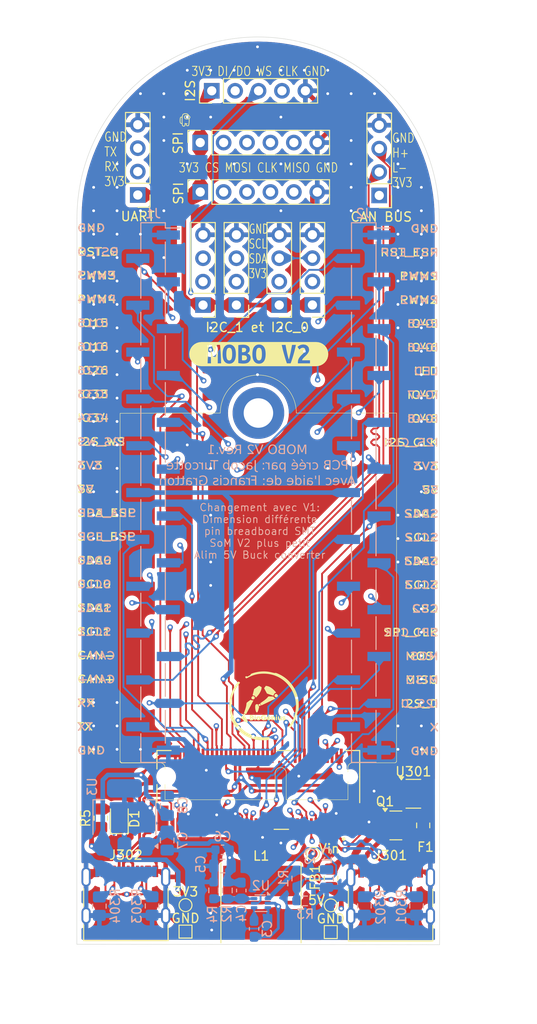
<source format=kicad_pcb>
(kicad_pcb (version 20240108) (generator "pcbnew") (generator_version "8.0")
  (layers (0 "F.Cu" signal) (1 "In1.Cu" signal) (2 "In2.Cu" signal) (31 "B.Cu" signal) (34 "B.Paste" user) (35 "F.Paste" user) (36 "B.SilkS" user "B.Silkscreen") (37 "F.SilkS" user "F.Silkscreen") (38 "B.Mask" user) (39 "F.Mask" user) (44 "Edge.Cuts" user))
  (net 0 "")
  (net 1 "VIN_PROTECTION")
  (net 2 "GND")
  (net 3 "Vcc_5V")
  (net 4 "Vcc_3V3")
  (net 5 "Net-(U2-SW)")
  (net 6 "Net-(U2-VBST)")
  (net 7 "VBUS")
  (net 8 "Net-(U2-VFB)")
  (net 9 "I2C_SDA_2_TCA")
  (net 10 "GPIO18_U1_RXD")
  (net 11 "GPIO33")
  (net 12 "I2C_SDA_ESP32")
  (net 13 "GPIO34")
  (net 14 "FT231_D+")
  (net 15 "GPIO47")
  (net 16 "I2S_BCLK")
  (net 17 "CAN_P")
  (net 18 "CAN_N")
  (net 19 "GPIO16")
  (net 20 "SPI_CLK_ESP32")
  (net 21 "PWM_1")
  (net 22 "DEBUG_D+")
  (net 23 "I2C_SDA_1_TCA")
  (net 24 "CHIP_EN")
  (net 25 "I2C_SDA_3_TCA")
  (net 26 "DEBUG_D-")
  (net 27 "GPIO45")
  (net 28 "RESET_OTHERS")
  (net 29 "I2C_SDA_0_TCA")
  (net 30 "SUSCLK")
  (net 31 "GPIO26")
  (net 32 "GPIO46")
  (net 33 "I2C_SCL_2_TCA")
  (net 34 "GPIO17_U1_TXD")
  (net 35 "I2C_SCL_3_TCA")
  (net 36 "GPIO48{slash}CAN_INT")
  (net 37 "FT231_D-")
  (net 38 "PWM_3")
  (net 39 "I2C_SCL_0_TCA")
  (net 40 "SPI_MISO_ESP32")
  (net 41 "PWM_4")
  (net 42 "I2S_DIN{slash}DOUT")
  (net 43 "SPI_MOSI_ESP32")
  (net 44 "GPIO38_ADDRESSABLE_LED")
  (net 45 "GPIO15")
  (net 46 "I2C_SCL_1_TCA")
  (net 47 "I2C_SCL_ESP32")
  (net 48 "PWM_2")
  (net 49 "I2S_WS")
  (net 50 "Net-(D1-A)")
  (net 51 "Net-(Q1-D)")
  (net 52 "Net-(Q1-S)")
  (net 53 "CS_2")
  (net 54 "CS_1")
  (net 55 "Net-(U2-EN)")
  (net 57 "Net-(J301-CC2)")
  (net 58 "Net-(J301-CC1)")
  (net 60 "Net-(J302-CC1)")
  (net 62 "Net-(J302-CC2)")
  (footprint "Connector_USB:USB_C_Receptacle_G-Switch_GT-USB-7010ASV" (layer "F.Cu") (at 82.73 133.025)
    (property "Reference" "J302")
    (property "Value" "USB_C_DEBUG")
  )
  (footprint "Inductor_SMD:L_TDK_VLP8040" (layer "F.Cu") (at 97.39 132.69 90)
    (property "Reference" "L1")
    (property "Value" "3,3µH 20mOhm")
  )
  (footprint "Package_TO_SOT_SMD:SOT-23-6" (layer "F.Cu") (at 113.9225 120.88)
    (property "Reference" "U301")
    (property "Value" "SRV05-4")
  )
  (footprint "Connector_PinHeader_2.54mm:PinHeader_1x04_P2.54mm_Vertical" (layer "F.Cu") (at 94.72 67.87 180)
    (property "Reference" "J309" (hide yes))
    (property "Value" "I2C_1_0")
  )
  (footprint "MDT320E01001:AMPHENOL_MDT320E01001" (layer "F.Cu") (at 97.1 119.0375 180)
    (property "Reference" "U1" (hide yes))
    (property "Value" "~")
  )
  (footprint "Package_TO_SOT_SMD:SOT-23" (layer "F.Cu") (at 112.0225 124.3125)
    (property "Reference" "Q1")
    (property "Value" "AO3401A")
  )
  (footprint "Connector_PinHeader_2.54mm:PinHeader_1x04_P2.54mm_Vertical" (layer "F.Cu") (at 102.97 67.86 180)
    (property "Reference" "J307" (hide yes))
    (property "Value" "I2C_0_0")
  )
  (footprint "kibuzzard-66E82988" (layer "F.Cu") (at 97.15 73.19)
    (property "Reference" "kibuzzard-66E82988" (hide yes))
    (property "Value" "G***" (hide yes))
  )
  (footprint "Resistor_SMD:R_0805_2012Metric_Pad1.20x1.40mm_HandSolder" (layer "F.Cu") (at 80.01 123.53 90)
    (property "Reference" "R5")
    (property "Value" "330")
  )
  (footprint "Diode_SMD:D_0805_2012Metric" (layer "F.Cu") (at 82.02 123.52 90)
    (property "Reference" "D1")
    (property "Value" "Green_power")
  )
  (footprint "Connector_PinHeader_2.54mm:PinHeader_1x04_P2.54mm_Vertical" (layer "F.Cu") (at 110.22 55.98 180)
    (property "Reference" "CAN BUS")
    (property "Value" "CAN_BUS")
  )
  (footprint "MountingHole:MountingHole_3.2mm_M3_DIN965_Pad" (layer "F.Cu") (at 97.11 79.58)
    (property "Reference" "REF**" (hide yes))
    (property "Value" "MountingHole_3.2mm_M3_DIN965_Pad")
  )
  (footprint "Connector_PinSocket_2.54mm:PinSocket_1x06_P2.54mm_Vertical" (layer "F.Cu") (at 90.795 50.245 90)
    (property "Reference" "SPI")
    (property "Value" "Conn_SPI")
  )
  (footprint "TestPoint:TestPoint_Pad_1.0x1.0mm" (layer "F.Cu") (at 89.2 135.83)
    (property "Reference" "GND")
    (property "Value" "TP_GND")
  )
  (footprint "Connector_USB:USB_C_Receptacle_G-Switch_GT-USB-7010ASV" (layer "F.Cu") (at 111.45 133.07)
    (property "Reference" "J301")
    (property "Value" "USB_C_UART")
  )
  (footprint "Connector_PinHeader_2.54mm:PinHeader_1x04_P2.54mm_Vertical" (layer "F.Cu") (at 84.02 55.93 180)
    (property "Reference" "UART")
    (property "Value" "UART")
  )
  (footprint "Connector_PinSocket_2.54mm:PinSocket_1x06_P2.54mm_Vertical" (layer "F.Cu") (at 90.795 55.605 90)
    (property "Reference" "SPI")
    (property "Value" "Conn_Module_SD")
  )
  (footprint "TestPoint:TestPoint_Pad_D1.0mm" (layer "F.Cu") (at 89.2 132.96)
    (property "Reference" "3V3")
    (property "Value" "TP_3v3")
  )
  (footprint "TestPoint:TestPoint_Pad_1.0x1.0mm" (layer "F.Cu") (at 104.96 135.88)
    (property "Reference" "GND")
    (property "Value" "TP_GND_IN")
  )
  (footprint "Resistor_SMD:R_0805_2012Metric_Pad1.20x1.40mm_HandSolder" (layer "F.Cu") (at 104.99 130.05 -90)
    (property "Reference" "FB1")
    (property "Value" "600 @ 100MHz")
  )
  (footprint "Connector_PinHeader_2.54mm:PinHeader_1x04_P2.54mm_Vertical" (layer "F.Cu") (at 99.37 67.87 180)
    (property "Reference" "J308" (hide yes))
    (property "Value" "I2C_0_1")
  )
  (footprint "TestPoint:TestPoint_Pad_D1.0mm" (layer "F.Cu") (at 103.03 127.38)
    (property "Reference" "Vin")
    (property "Value" "TP_VIN")
  )
  (footprint "Connector_PinHeader_2.54mm:PinHeader_1x04_P2.54mm_Vertical" (layer "F.Cu") (at 91.1 67.87 180)
    (property "Reference" "J310" (hide yes))
    (property "Value" "I2C_1_1")
  )
  (footprint "Connector_PinHeader_2.54mm:PinHeader_1x05_P2.54mm_Vertical" (layer "F.Cu") (at 92.045 44.63 90)
    (property "Reference" "I2S")
    (property "Value" "I2S")
  )
  (footprint "TestPoint:TestPoint_Pad_D1.0mm" (layer "F.Cu") (at 104.96 132.98)
    (property "Reference" "5V")
    (property "Value" "TP_5V")
  )
  (footprint "Fuse:Fuse_0805_2012Metric" (layer "F.Cu") (at 114.99 124.31 90)
    (property "Reference" "F1")
    (property "Value" "SMD0805B110TF")
  )
  (footprint "Capacitor_SMD:C_0805_2012Metric" (layer "B.Cu") (at 93.215 128.72 180)
    (property "Reference" "C5")
    (property "Value" "22µF")
  )
  (footprint "Capacitor_SMD:C_0805_2012Metric" (layer "B.Cu") (at 104.51 130.07 -90)
    (property "Reference" "C1")
    (property "Value" "10µF")
  )
  (footprint "Connector_PinHeader_2.54mm:PinHeader_1x23_P2.54mm_Vertical_SMD_Pin1Left" (layer "B.Cu") (at 108.54 88.21 180)
    (property "Reference" "J2")
    (property "Value" "Droite")
  )
  (footprint "Resistor_SMD:R_0603_1608Metric_Pad0.98x0.95mm_HandSolder" (layer "B.Cu") (at 93.74 131.3675 -90)
    (property "Reference" "R2")
    (property "Value" "158k")
  )
  (footprint "Resistor_SMD:R_0603_1608Metric_Pad0.98x0.95mm_HandSolder" (layer "B.Cu") (at 101.27 130.07 -90)
    (property "Reference" "R1")
    (property "Value" "100k")
  )
  (footprint "Capacitor_SMD:C_0805_2012Metric_Pad1.18x1.45mm_HandSolder" (layer "B.Cu") (at 87.21 125.95 90)
    (property "Reference" "C7")
    (property "Value" "4,7µF")
  )
  (footprint "Package_TO_SOT_SMD:SOT-563" (layer "B.Cu") (at 97.39 132.7475 180)
    (property "Reference" "U2")
    (property "Value" "TPS562242DRLR")
  )
  (footprint "Capacitor_SMD:C_0603_1608Metric" (layer "B.Cu") (at 102.75 130.08 -90)
    (property "Reference" "C2")
    (property "Value" "0,1µF")
  )
  (footprint "Capacitor_SMD:C_0805_2012Metric_Pad1.18x1.45mm_HandSolder" (layer "B.Cu") (at 87.21 122.19 -90)
    (property "Reference" "C8")
    (property "Value" "4,7µF")
  )
  (footprint "Resistor_SMD:R_0805_2012Metric_Pad1.20x1.40mm_HandSolder" (layer "B.Cu") (at 108.61 133.05 -90)
    (property "Reference" "R302")
    (property "Value" "5.1k")
  )
  (footprint "Capacitor_SMD:C_0603_1608Metric_Pad1.08x0.95mm_HandSolder" (layer "B.Cu") (at 96.64 135.53 90)
    (property "Reference" "C3")
    (property "Value" "0,1µF")
  )
  (footprint "Capacitor_SMD:C_0603_1608Metric_Pad1.08x0.95mm_HandSolder" (layer "B.Cu") (at 95.25 131.3775 -90)
    (property "Reference" "C4")
    (property "Value" "33pF")
  )
  (footprint "Resistor_SMD:R_0805_2012Metric_Pad1.20x1.40mm_HandSolder" (layer "B.Cu") (at 85.57 133.05 -90)
    (property "Reference" "R303")
    (property "Value" "5.1k")
  )
  (footprint "Capacitor_SMD:C_0603_1608Metric" (layer "B.Cu") (at 93.215 126.96 180)
    (property "Reference" "C6")
    (property "Value" "0,1µF")
  )
  (footprint "Resistor_SMD:R_0603_1608Metric_Pad0.98x0.95mm_HandSolder" (layer "B.Cu") (at 102.18 132.5)
    (property "Reference" "R3")
    (property "Value" "28k")
  )
  (footprint "Package_TO_SOT_SMD:SOT-223-3_TabPin2" (layer "B.Cu") (at 82.57 123.44 90)
    (property "Reference" "U3")
    (property "Value" "AP7361C-33E")
  )
  (footprint "Resistor_SMD:R_0805_2012Metric_Pad1.20x1.40mm_HandSolder" (layer "B.Cu") (at 114.27 133.05 -90)
    (property "Reference" "R301")
    (property "Value" "5.1k")
  )
  (footprint "Resistor_SMD:R_0805_2012Metric_Pad1.20x1.40mm_HandSolder" (layer "B.Cu") (at 79.85 133.07 -90)
    (property "Reference" "R304")
    (property "Value" "5.1k")
  )
  (footprint "Resistor_SMD:R_0603_1608Metric_Pad0.98x0.95mm_HandSolder" (layer "B.Cu") (at 92.25 131.3575 90)
    (property "Reference" "R4")
    (property "Value" "30k")
  )
  (footprint "Connector_PinHeader_2.54mm:PinHeader_1x23_P2.54mm_Vertical_SMD_Pin1Left" (layer "B.Cu") (at 85.68 88.21 180)
    (property "Reference" "J1")
    (property "Value" "Gauche")
  )
  (gr_line (start 86.965311 117.924853) (end 86.959927 117.900978) (stroke (width 0.049999)) (layer "F.SilkS"))
  (gr_line (start 86.68865 117.570801) (end 86.66635 117.56092) (stroke (width 0.049999)) (layer "F.SilkS"))
  (gr_line (start 93.24168 78.125748) (end 93.1963 78.251841) (stroke (width 0.049999)) (layer "F.SilkS"))
  (gr_line (start 92.995486 79.173894) (end 92.984141 79.310118) (stroke (width 0.049999)) (layer "F.SilkS"))
  (gr_line (start 94.476268 76.401864) (end 94.373232 76.489659) (stroke (width 0.049999)) (layer "F.SilkS"))
  (gr_line (start 86.975007 121.522855) (end 96.900003 121.522855) (stroke (width 0.049999)) (layer "F.SilkS"))
  (gr_line (start 93.084766 78.639313) (end 93.05597 78.771223) (stroke (width 0.049999)) (layer "F.SilkS"))
  (gr_line (start 99.027922 118.288026) (end 99.012302 118.312314) (stroke (width 0.049999)) (layer "F.SilkS"))
  (gr_line (start 99.758207 118.071199) (end 99.730992 118.060486) (stroke (width 0.049999)) (layer "F.SilkS"))
  (gr_line (start 86.596883 117.537937) (end 86.573008 117.532553) (stroke (width 0.049999)) (layer "F.SilkS"))
  (gr_line (start 99.291768 118.071197) (end 99.26522 118.083179) (stroke (width 0.049999)) (layer "F.SilkS"))
  (gr_line (start 99.703149 118.051079) (end 99.674714 118.043017) (stroke (width 0.049999)) (layer "F.SilkS"))
  (gr_line (start 94.083523 76.771256) (end 93.9936 76.87088) (stroke (width 0.049999)) (layer "F.SilkS"))
  (gr_line (start 100.798337 77.757919) (end 100.672353 77.522458) (stroke (width 0.049999)) (layer "F.SilkS"))
  (gr_line (start 82.102312 117.353316) (end 82.10407 117.363165) (stroke (width 0.079999)) (layer "F.SilkS"))
  (gr_line (start 82.10407 117.363165) (end 82.106304 117.372841) (stroke (width 0.079999)) (layer "F.SilkS"))
  (gr_line (start 86.524426 117.525302) (end 86.499801 117.52347) (stroke (width 0.049999)) (layer "F.SilkS"))
  (gr_line (start 82.151961 117.457333) (end 82.158583 117.464278) (stroke (width 0.079999)) (layer "F.SilkS"))
  (gr_line (start 98.928208 118.561587) (end 98.925829 118.592005) (stroke (width 0.049999)) (layer "F.SilkS"))
  (gr_line (start 106.954363 117.687274) (end 106.938246 117.705982) (stroke (width 0.049999)) (layer "F.SilkS"))
  (gr_poly (pts (xy 99.0893 112.467127) (xy 99.09738 112.468035) (xy 99.104509 112.46987) (xy 99.110745 112.472892) (xy 99.116146 112.477368) (xy 99.120771 112.483558) (xy 99.124678 112.491727) (xy 99.127926 112.502135) (xy 99.130573 112.515049) (xy 99.132677 112.530728) (xy 99.134298 112.549438) (xy 99.135493 112.571439) (xy 99.136839 112.626371) (xy 99.137184 112.697626) (xy 99.137138 112.736801) (xy 99.136945 112.771197) (xy 99.136527 112.801112) (xy 99.135805 112.826841) (xy 99.135304 112.838228) (xy 99.134698 112.848681) (xy 99.133976 112.858235) (xy 99.133129 112.866929) (xy 99.132144 112.874797) (xy 99.131016 112.881879) (xy 99.129732 112.888211) (xy 99.128283 112.89383) (xy 99.126657 112.898773) (xy 99.124848 112.903075) (xy 99.122842 112.906777) (xy 99.120632 112.909914) (xy 99.119447 112.911283) (xy 99.118207 112.912523) (xy 99.11691 112.913641) (xy 99.115557 112.914641) (xy 99.112673 112.916306) (xy 99.109544 112.917553) (xy 99.106159 112.918422) (xy 99.102511 112.918947) (xy 99.09859 112.919165) (xy 99.094382 112.919117) (xy 99.089881 112.918837) (xy 99.085076 112.918361) (xy 99.074514 112.916975) (xy 99.063916 112.915238) (xy 99.054507 112.913097) (xy 99.046196 112.910347) (xy 99.038905 112.906782) (xy 99.032547 112.902199) (xy 99.029695 112.899462) (xy 99.027043 112.896394) (xy 99.022305 112.889162) (xy 99.018252 112.880298) (xy 99.0148 112.869598) (xy 99.011865 112.856858) (xy 99.009364 112.841872) (xy 99.007214 112.824437) (xy 99.00533 112.804348) (xy 99.00363 112.781401) (xy 99.000447 112.726113) (xy 98.998707 112.688881) (xy 98.997733 112.652582) (xy 98.997493 112.618153) (xy 98.997955 112.586529) (xy 98.999085 112.558642) (xy 98.999889 112.546393) (xy 99.000849 112.53543) (xy 99.001958 112.525868) (xy 99.003213 112.517826) (xy 99.004611 112.511419) (xy 99.006145 112.506765) (xy 99.007021 112.504645) (xy 99.008041 112.502561) (xy 99.009201 112.500515) (xy 99.010496 112.498508) (xy 99.013469 112.494622) (xy 99.016917 112.49092) (xy 99.020799 112.487416) (xy 99.025074 112.484132) (xy 99.029698 112.48108) (xy 99.034632 112.478278) (xy 99.039833 112.475744) (xy 99.045258 112.473494) (xy 99.050868 112.471543) (xy 99.05662 112.469909) (xy 99.062472 112.468612) (xy 99.068382 112.467663) (xy 99.074308 112.467081) (xy 99.080211 112.466884)) (fill solid) (layer "F.SilkS"))
  (gr_line (start 94.273393 76.580552) (end 94.176805 76.674449) (stroke (width 0.049999)) (layer "F.SilkS"))
  (gr_line (start 86.66635 117.56092) (end 86.643594 117.552137) (stroke (width 0.049999)) (layer "F.SilkS"))
  (gr_line (start 99.143791 118.160815) (end 99.12203 118.179625) (stroke (width 0.049999)) (layer "F.SilkS"))
  (gr_line (start 99.987499 118.241954) (end 99.968639 118.220235) (stroke (width 0.049999)) (layer "F.SilkS"))
  (gr_line (start 92.984141 79.310118) (end 92.977294 79.447186) (stroke (width 0.049999)) (layer "F.SilkS"))
  (gr_poly (pts (xy 96.29035 110.699902) (xy 96.295361 110.700748) (xy 96.300313 110.701998) (xy 96.305249 110.703638) (xy 96.310212 110.705647) (xy 96.315246 110.708009) (xy 96.320392 110.710707) (xy 96.325693 110.713723) (xy 96.336934 110.720644) (xy 96.344199 110.725284) (xy 96.352067 110.729585) (xy 96.360468 110.733544) (xy 96.369337 110.737157) (xy 96.378607 110.74042) (xy 96.38821 110.743328) (xy 96.398081 110.745877) (xy 96.408151 110.748063) (xy 96.418355 110.749881) (xy 96.428626 110.751329) (xy 96.438896 110.752401) (xy 96.4491 110.753092) (xy 96.45917 110.753401) (xy 96.469041 110.753321) (xy 96.478644 110.752848) (xy 96.487914 110.75198) (xy 96.496385 110.750477) (xy 96.504672 110.74917) (xy 96.512726 110.748055) (xy 96.520496 110.747128) (xy 96.527931 110.746384) (xy 96.534984 110.74582) (xy 96.541602 110.745431) (xy 96.547736 110.745214) (xy 96.553336 110.745164) (xy 96.558352 110.745275) (xy 96.562734 110.745545) (xy 96.56643 110.74597) (xy 96.569393 110.746546) (xy 96.570583 110.746889) (xy 96.571571 110.747267) (xy 96.57235 110.747681) (xy 96.572915 110.74813) (xy 96.573259 110.748613) (xy 96.573374 110.749131) (xy 96.462008 110.965542) (xy 96.212303 111.435662) (xy 95.950848 111.922875) (xy 95.80423 112.190561) (xy 95.796573 112.20265) (xy 95.789575 112.213295) (xy 95.7863 112.218083) (xy 95.783162 112.222521) (xy 95.78015 112.22661) (xy 95.777257 112.230354) (xy 95.774472 112.233755) (xy 95.771786 112.236817) (xy 95.76919 112.239544) (xy 95.766674 112.241938) (xy 95.76423 112.244002) (xy 95.761846 112.245739) (xy 95.759515 112.247152) (xy 95.757227 112.248247) (xy 95.754971 112.249024) (xy 95.752742 112.249487) (xy 95.750524 112.249639) (xy 95.748314 112.249483) (xy 95.746098 112.249021) (xy 95.74387 112.24826) (xy 95.741618 112.247199) (xy 95.739333 112.245844) (xy 95.737008 112.244196) (xy 95.734631 112.242259) (xy 95.732193 112.240036) (xy 95.729686 112.237532) (xy 95.727099 112.234746) (xy 95.724424 112.231686) (xy 95.72165 112.22835) (xy 95.71877 112.224746) (xy 95.714672 112.220511) (xy 95.709896 112.216366) (xy 95.704492 112.21234) (xy 95.698518 112.208454) (xy 95.692025 112.204737) (xy 95.685069 112.20121) (xy 95.677705 112.197901) (xy 95.669986 112.194834) (xy 95.661966 112.192034) (xy 95.6537 112.189526) (xy 95.645243 112.187336) (xy 95.636648 112.185487) (xy 95.627969 112.184006) (xy 95.619261 112.182916) (xy 95.610578 112.182245) (xy 95.601974 112.182015) (xy 95.522211 112.182015) (xy 95.650401 111.811687) (xy 95.678259 111.728569) (xy 95.703948 111.646686) (xy 95.727166 111.567274) (xy 95.747613 111.491566) (xy 95.764989 111.4208) (xy 95.778992 111.35621) (xy 95.789324 111.299032) (xy 95.79302 111.273608) (xy 95.795685 111.250499) (xy 95.799256 111.21114) (xy 95.803429 111.172783) (xy 95.808002 111.136429) (xy 95.812776 111.103079) (xy 95.81755 111.073735) (xy 95.822123 111.0494) (xy 95.826296 111.031073) (xy 95.82817 111.024475) (xy 95.829868 111.019755) (xy 95.833055 111.015266) (xy 95.838265 111.00934) (xy 95.854304 110.993584) (xy 95.877088 110.973286) (xy 95.905715 110.949251) (xy 95.939281 110.922278) (xy 95.976888 110.893167) (xy 96.01763 110.862722) (xy 96.060611 110.831742) (xy 96.095887 110.806115) (xy 96.127166 110.78362) (xy 96.154789 110.764123) (xy 96.179099 110.747484) (xy 96.190118 110.740193) (xy 96.200437 110.733565) (xy 96.2101 110.727584) (xy 96.219147 110.72223) (xy 96.227623 110.717487) (xy 96.23557 110.713339) (xy 96.243031 110.709768) (xy 96.250049 110.706756) (xy 96.256665 110.704288) (xy 96.262925 110.702344) (xy 96.268869 110.700909) (xy 96.274541 110.699963) (xy 96.279983 110.699492) (xy 96.285239 110.699478)) (fill solid) (layer "F.SilkS"))
  (gr_poly (pts (xy 96.350704 112.324748) (xy 96.369571 112.325631) (xy 96.387822 112.327085) (xy 96.40544 112.329095) (xy 96.42241 112.331645) (xy 96.438714 112.334721) (xy 96.454338 112.338307) (xy 96.469264 112.342387) (xy 96.483476 112.346948) (xy 96.496958 112.351973) (xy 96.509694 112.357447) (xy 96.52167 112.363357) (xy 96.532866 112.369686) (xy 96.543267 112.376419) (xy 96.552858 112.383541) (xy 96.561623 112.391038) (xy 96.569545 112.398892) (xy 96.576607 112.407092) (xy 96.582794 112.415619) (xy 96.588091 112.424459) (xy 96.592478 112.433599) (xy 96.595943 112.443021) (xy 96.598468 112.452712) (xy 96.600036 112.462655) (xy 96.600632 112.472836) (xy 96.60024 112.48324) (xy 96.598842 112.493852) (xy 96.596424 112.504656) (xy 96.59297 112.515638) (xy 96.588462 112.526781) (xy 96.582885 112.538072) (xy 96.576223 112.549495) (xy 96.573787 112.55403) (xy 96.571822 112.55907) (xy 96.570333 112.564586) (xy 96.569324 112.570549) (xy 96.568798 112.576928) (xy 96.568761 112.583696) (xy 96.569216 112.590823) (xy 96.570169 112.598278) (xy 96.571623 112.606035) (xy 96.57358 112.614063) (xy 96.576047 112.622333) (xy 96.579027 112.630816) (xy 96.582524 112.639483) (xy 96.586543 112.648302) (xy 96.591089 112.657249) (xy 96.596163 112.666292) (xy 96.603675 112.679003) (xy 96.610184 112.690533) (xy 96.615692 112.701037) (xy 96.620199 112.710668) (xy 96.622076 112.715205) (xy 96.623705 112.719583) (xy 96.625081 112.723818) (xy 96.626208 112.727932) (xy 96.627085 112.731945) (xy 96.627711 112.735874) (xy 96.628086 112.73974) (xy 96.628211 112.743561) (xy 96.628086 112.747358) (xy 96.627711 112.751148) (xy 96.627085 112.754952) (xy 96.626208 112.75879) (xy 96.625081 112.762679) (xy 96.623705 112.766639) (xy 96.622076 112.770691) (xy 96.620199 112.774853) (xy 96.61807 112.779144) (xy 96.615692 112.783583) (xy 96.610184 112.792984) (xy 96.603675 112.803213) (xy 96.596163 112.814422) (xy 96.586413 112.827844) (xy 96.575316 112.840338) (xy 96.562858 112.851916) (xy 96.549027 112.862582) (xy 96.533811 112.872348) (xy 96.517196 112.881221) (xy 96.499171 112.88921) (xy 96.479724 112.896322) (xy 96.458841 112.902566) (xy 96.436509 112.907951) (xy 96.412718 112.912484) (xy 96.387454 112.916174) (xy 96.360703 112.91903) (xy 96.332455 112.921059) (xy 96.302696 112.922271) (xy 96.271414 112.922672) (xy 96.174559 112.922672) (xy 96.174559 112.723265) (xy 96.316992 112.723265) (xy 96.317229 112.730947) (xy 96.31795 112.737981) (xy 96.318497 112.741262) (xy 96.319172 112.744389) (xy 96.319974 112.747366) (xy 96.32091 112.750194) (xy 96.321978 112.752875) (xy 96.323183 112.755413) (xy 96.324524 112.75781) (xy 96.326006 112.76007) (xy 96.32763 112.762192) (xy 96.329397 112.764183) (xy 96.331311 112.766043) (xy 96.333373 112.767775) (xy 96.335585 112.769383) (xy 96.337948 112.770867) (xy 96.340468 112.772232) (xy 96.343143 112.773478) (xy 96.345976 112.774611) (xy 96.348971 112.775631) (xy 96.352128 112.776542) (xy 96.35545 112.777346) (xy 96.362597 112.778642) (xy 96.370428 112.779543) (xy 96.37896 112.780068) (xy 96.38821 112.780238) (xy 96.39746 112.780068) (xy 96.405992 112.779543) (xy 96.409994 112.779141) (xy 96.413823 112.778642) (xy 96.417481 112.778045) (xy 96.42097 112.777346) (xy 96.424292 112.776542) (xy 96.427449 112.775631) (xy 96.430443 112.774611) (xy 96.433277 112.773478) (xy 96.435952 112.772232) (xy 96.438471 112.770867) (xy 96.440835 112.769383) (xy 96.443047 112.767775) (xy 96.445109 112.766043) (xy 96.447022 112.764183) (xy 96.44879 112.762192) (xy 96.450413 112.76007) (xy 96.451895 112.75781) (xy 96.453238 112.755413) (xy 96.454441 112.752875) (xy 96.45551 112.750194) (xy 96.456445 112.747366) (xy 96.457248 112.744389) (xy 96.457923 112.741262) (xy 96.45847 112.737981) (xy 96.458891 112.734543) (xy 96.45919 112.730947) (xy 96.459368 112.727187) (xy 96.459427 112.723265) (xy 96.45919 112.715583) (xy 96.45847 112.708548) (xy 96.457923 112.705267) (xy 96.457248 112.70214) (xy 96.456445 112.699163) (xy 96.45551 112.696335) (xy 96.454441 112.693654) (xy 96.453238 112.691116) (xy 96.451895 112.688719) (xy 96.450413 112.686459) (xy 96.44879 112.684337) (xy 96.447022 112.682347) (xy 96.445109 112.680486) (xy 96.443047 112.678754) (xy 96.440835 112.677146) (xy 96.438471 112.675662) (xy 96.435952 112.674298) (xy 96.433277 112.673051) (xy 96.430443 112.671919) (xy 96.427449 112.670898) (xy 96.424292 112.669988) (xy 96.42097 112.669184) (xy 96.413823 112.667887) (xy 96.405992 112.666987) (xy 96.39746 112.666462) (xy 96.38821 112.666292) (xy 96.37896 112.666462) (xy 96.370428 112.666987) (xy 96.366426 112.667389) (xy 96.362597 112.667887) (xy 96.358939 112.668484) (xy 96.35545 112.669184) (xy 96.352128 112.669988) (xy 96.348971 112.670898) (xy 96.345976 112.671919) (xy 96.343143 112.673051) (xy 96.340468 112.674298) (xy 96.337948 112.675662) (xy 96.335585 112.677146) (xy 96.333373 112.678754) (xy 96.331311 112.680486) (xy 96.329397 112.682347) (xy 96.32763 112.684337) (xy 96.326006 112.686459) (xy 96.324524 112.688719) (xy 96.323183 112.691116) (xy 96.321978 112.693654) (xy 96.32091 112.696335) (xy 96.319974 112.699163) (xy 96.319172 112.70214) (xy 96.318497 112.705267) (xy 96.31795 112.708548) (xy 96.317528 112.711987) (xy 96.317229 112.715583) (xy 96.317051 112.719341) (xy 96.316992 112.723265) (xy 96.174559 112.723265) (xy 96.174559 112.49537) (xy 96.316992 112.49537) (xy 96.31705 112.498791) (xy 96.317226 112.502113) (xy 96.317516 112.505332) (xy 96.317922 112.508451) (xy 96.318442 112.511467) (xy 96.319077 112.51438) (xy 96.319825 112.51719) (xy 96.320687 112.519896) (xy 96.321662 112.522498) (xy 96.322747 112.524994) (xy 96.323946 112.527385) (xy 96.325255 112.529671) (xy 96.326675 112.53185) (xy 96.328205 112.533922) (xy 96.329844 112.535888) (xy 96.331592 112.537745) (xy 96.333449 112.539493) (xy 96.335414 112.541132) (xy 96.337486 112.542661) (xy 96.339666 112.544081) (xy 96.341951 112.545391) (xy 96.344343 112.546589) (xy 96.346839 112.547675) (xy 96.349442 112.548649) (xy 96.352147 112.549511) (xy 96.354957 112.550259) (xy 96.35787 112.550894) (xy 96.360886 112.551415) (xy 96.364004 112.55182) (xy 96.367224 112.552111) (xy 96.370545 112.552285) (xy 96.373967 112.552345) (xy 96.377388 112.552285) (xy 96.380709 112.552111) (xy 96.383928 112.55182) (xy 96.387047 112.551415) (xy 96.390063 112.550894) (xy 96.392976 112.550259) (xy 96.395786 112.549511) (xy 96.398492 112.548649) (xy 96.401094 112.547675) (xy 96.403591 112.546589) (xy 96.405982 112.545391) (xy 96.408267 112.544081) (xy 96.410446 112.542661) (xy 96.412519 112.541132) (xy 96.414483 112.539493) (xy 96.416341 112.537745) (xy 96.418089 112.535888) (xy 96.419728 112.533922) (xy 96.421258 112.53185) (xy 96.422677 112.529671) (xy 96.423986 112.527385) (xy 96.425185 112.524994) (xy 96.426272 112.522498) (xy 96.427246 112.519896) (xy 96.428107 112.51719) (xy 96.428856 112.51438) (xy 96.42949 112.511467) (xy 96.43001 112.508451) (xy 96.430417 112.505332) (xy 96.430707 112.502113) (xy 96.430881 112.498791) (xy 96.43094 112.49537) (xy 96.430881 112.491948) (xy 96.430707 112.488627) (xy 96.430417 112.485408) (xy 96.43001 112.48229) (xy 96.42949 112.479274) (xy 96.428856 112.476361) (xy 96.428107 112.473551) (xy 96.427246 112.470845) (xy 96.426272 112.468243) (xy 96.425185 112.465747) (xy 96.423986 112.463354) (xy 96.422677 112.46107) (xy 96.421258 112.458889) (xy 96.419728 112.456817) (xy 96.418089 112.454853) (xy 96.416341 112.452996) (xy 96.414483 112.451248) (xy 96.412519 112.449609) (xy 96.410446 112.448078) (xy 96.408267 112.446659) (xy 96.405982 112.44535) (xy 96.403591 112.444151) (xy 96.401094 112.443065) (xy 96.398492 112.442091) (xy 96.395786 112.441229) (xy 96.392976 112.44048) (xy 96.390063 112.439846) (xy 96.387047 112.439326) (xy 96.383928 112.438919) (xy 96.380709 112.43863) (xy 96.377388 112.438455) (xy 96.373967 112.438396) (xy 96.370545 112.438455) (xy 96.367224 112.43863) (xy 96.364004 112.438919) (xy 96.360886 112.439326) (xy 96.35787 112.439846) (xy 96.354957 112.44048) (xy 96.352147 112.441229) (xy 96.349442 112.442091) (xy 96.346839 112.443065) (xy 96.344343 112.444151) (xy 96.341951 112.44535) (xy 96.339666 112.446659) (xy 96.337486 112.448078) (xy 96.335414 112.449609) (xy 96.333449 112.451248) (xy 96.331592 112.452996) (xy 96.329844 112.454853) (xy 96.328205 112.456817) (xy 96.326675 112.458889) (xy 96.325255 112.46107) (xy 96.323946 112.463354) (xy 96.322747 112.465747) (xy 96.321662 112.468243) (xy 96.320687 112.470845) (xy 96.319825 112.473551) (xy 96.319077 112.476361) (xy 96.318442 112.479274) (xy 96.317922 112.48229) (xy 96.317516 112.485408) (xy 96.317226 112.488627) (xy 96.31705 112.491948) (xy 96.316992 112.49537) (xy 96.174559 112.49537) (xy 96.174559 112.324449) (xy 96.331236 112.324449)) (fill solid) (layer "F.SilkS"))
  (gr_line (start 94.582446 76.317261) (end 94.476268 76.401864) (stroke (width 0.049999)) (layer "F.SilkS"))
  (gr_line (start 93.9936 76.87088) (end 93.90709 76.973226) (stroke (width 0.049999)) (layer "F.SilkS"))
  (gr_line (start 82.112143 117.391625) (end 82.115724 117.400707) (stroke (width 0.079999)) (layer "F.SilkS"))
  (gr_poly (pts (xy 97.779488 107.605846) (xy 97.860805 107.609013) (xy 97.942163 107.614158) (xy 98.023788 107.621306) (xy 98.105907 107.630482) (xy 98.188742 107.641712) (xy 98.272521 107.655019) (xy 98.357468 107.670429) (xy 98.44381 107.687968) (xy 98.621574 107.729529) (xy 98.658266 107.738208) (xy 98.692523 107.746088) (xy 98.724376 107.753164) (xy 98.753858 107.759441) (xy 98.781005 107.764916) (xy 98.805847 107.769589) (xy 98.82842 107.773462) (xy 98.848756 107.776532) (xy 98.866888 107.778803) (xy 98.882851 107.780271) (xy 98.896677 107.780939) (xy 98.9084 107.780806) (xy 98.913483 107.780439) (xy 98.918053 107.779871) (xy 98.922114 107.779103) (xy 98.925671 107.778135) (xy 98.928725 107.776966) (xy 98.931284 107.775597) (xy 98.93335 107.774029) (xy 98.934928 107.772259) (xy 98.937898 107.768988) (xy 98.942534 107.766651) (xy 98.948831 107.765249) (xy 98.956783 107.764782) (xy 98.966388 107.765249) (xy 98.977642 107.766651) (xy 98.990539 107.768988) (xy 99.005076 107.772259) (xy 99.02125 107.776466) (xy 99.039056 107.781607) (xy 99.079543 107.794693) (xy 99.126508 107.811519) (xy 99.179914 107.832083) (xy 99.389992 107.924974) (xy 99.592646 108.030271) (xy 99.787462 108.147495) (xy 99.974029 108.276165) (xy 100.151932 108.415801) (xy 100.320761 108.565923) (xy 100.480099 108.726053) (xy 100.629536 108.895708) (xy 100.768658 109.074411) (xy 100.897051 109.261681) (xy 101.014303 109.457037) (xy 101.12 109.66) (xy 101.213728 109.870091) (xy 101.295077 110.08683) (xy 101.363631 110.309736) (xy 101.418978 110.538329) (xy 101.435906 110.628551) (xy 101.450386 110.727983) (xy 101.462436 110.834551) (xy 101.472078 110.94618) (xy 101.479334 111.060796) (xy 101.484225 111.176328) (xy 101.486769 111.290698) (xy 101.486989 111.401833) (xy 101.484907 111.507662) (xy 101.480542 111.60611) (xy 101.473914 111.695101) (xy 101.465046 111.772562) (xy 101.453958 111.83642) (xy 101.440671 111.884601) (xy 101.433209 111.902164) (xy 101.425206 111.91503) (xy 101.416663 111.92294) (xy 101.407583 111.925634) (xy 101.405682 111.925858) (xy 101.403717 111.926523) (xy 101.399621 111.929139) (xy 101.395333 111.933408) (xy 101.390891 111.939254) (xy 101.386332 111.946603) (xy 101.381694 111.955378) (xy 101.377014 111.965506) (xy 101.37233 111.97691) (xy 101.36768 111.989517) (xy 101.363101 112.003249) (xy 101.358628 112.018033) (xy 101.354304 112.033795) (xy 101.350162 112.050457) (xy 101.346242 112.067945) (xy 101.34258 112.086185) (xy 101.339215 112.105101) (xy 101.321383 112.1901) (xy 101.300045 112.27714) (xy 101.27537 112.365857) (xy 101.247523 112.455889) (xy 101.216672 112.546873) (xy 101.182983 112.638444) (xy 101.146622 112.730241) (xy 101.107759 112.8219) (xy 101.066559 112.913059) (xy 101.023189 113.003353) (xy 100.977816 113.092422) (xy 100.930607 113.179899) (xy 100.881728 113.265424) (xy 100.831348 113.348633) (xy 100.779633 113.429163) (xy 100.726747 113.506652) (xy 100.691089 113.555496) (xy 100.657267 113.600969) (xy 100.626048 113.642103) (xy 100.598202 113.677928) (xy 100.574494 113.707478) (xy 100.564433 113.719596) (xy 100.555694 113.729783) (xy 100.548374 113.737916) (xy 100.542569 113.743877) (xy 100.538373 113.747542) (xy 100.53691 113.748475) (xy 100.535886 113.74879) (xy 100.533891 113.748397) (xy 100.531146 113.747248) (xy 100.527699 113.745391) (xy 100.523602 113.74287) (xy 100.513653 113.736021) (xy 100.501702 113.727068) (xy 100.488149 113.71638) (xy 100.473393 113.704323) (xy 100.457837 113.691265) (xy 100.44188 113.677572) (xy 100.362117 113.609205) (xy 100.521643 113.387008) (xy 100.612514 113.254204) (xy 100.696594 113.118725) (xy 100.773898 112.980782) (xy 100.844445 112.84059) (xy 100.908253 112.698358) (xy 100.96534 112.554301) (xy 101.015724 112.408629) (xy 101.059421 112.261556) (xy 101.096449 112.113294) (xy 101.126827 111.964054) (xy 101.150573 111.814051) (xy 101.167704 111.663494) (xy 101.178236 111.512598) (xy 101.18219 111.361574) (xy 101.179583 111.210636) (xy 101.17043 111.059994) (xy 101.154751 110.909859) (xy 101.132564 110.760447) (xy 101.103886 110.611968) (xy 101.068735 110.464635) (xy 101.027128 110.318661) (xy 100.979083 110.174257) (xy 100.924618 110.031637) (xy 100.863752 109.89101) (xy 100.7965 109.752592) (xy 100.722882 109.616594) (xy 100.642915 109.483227) (xy 100.556617 109.352704) (xy 100.464006 109.225239) (xy 100.365098 109.101042) (xy 100.259912 108.980327) (xy 100.148466 108.863304) (xy 100.021114 108.741158) (xy 99.89011 108.62683) (xy 99.755476 108.520332) (xy 99.617232 108.421671) (xy 99.475399 108.330853) (xy 99.329999 108.247889) (xy 99.181052 108.172788) (xy 99.028578 108.105555) (xy 98.8726 108.046202) (xy 98.713137 107.994735) (xy 98.550212 107.951163) (xy 98.383842 107.915495) (xy 98.214051 107.887738) (xy 98.04086 107.867902) (xy 97.864289 107.855994) (xy 97.684359 107.852023) (xy 97.56781 107.853469) (xy 97.454078 107.857848) (xy 97.342908 107.865223) (xy 97.234045 107.875658) (xy 97.127236 107.889214) (xy 97.022224 107.905954) (xy 96.918758 107.925939) (xy 96.81658 107.949235) (xy 96.715438 107.975901) (xy 96.615075 108.006002) (xy 96.515238 108.0396) (xy 96.415674 108.076757) (xy 96.316124 108.117537) (xy 96.216338 108.162) (xy 96.116059 108.210212) (xy 96.015033 108.262233) (xy 95.98505 108.278092) (xy 95.95704 108.292562) (xy 95.930976 108.305654) (xy 95.906827 108.317382) (xy 95.884565 108.327757) (xy 95.864158 108.336794) (xy 95.84558 108.344503) (xy 95.8288 108.350898) (xy 95.81379 108.35599) (xy 95.806938 108.358053) (xy 95.800519 108.359795) (xy 95.794528 108.361216) (xy 95.78896 108.362321) (xy 95.783812 108.36311) (xy 95.779082 108.363584) (xy 95.774765 108.363744) (xy 95.770856 108.363594) (xy 95.767354 108.363134) (xy 95.764254 108.362365) (xy 95.761553 108.36129) (xy 95.759245 108.359909) (xy 95.75733 108.358225) (xy 95.755803 108.356239) (xy 95.753974 108.352242) (xy 95.75172 108.34776) (xy 95.746099 108.337545) (xy 95.739278 108.325994) (xy 95.731589 108.313509) (xy 95.698828 108.262233) (xy 95.69286 108.252567) (xy 95.687802 108.243795) (xy 95.683694 108.235806) (xy 95.68201 108.232072) (xy 95.68058 108.228494) (xy 95.679408 108.225057) (xy 95.6785 108.221749) (xy 95.677862 108.218556) (xy 95.677497 108.215463) (xy 95.677413 108.212459) (xy 95.677613 108.209528) (xy 95.678103 108.206658) (xy 95.678889 108.203835) (xy 95.679975 108.201045) (xy 95.681365 108.198275) (xy 95.683068 108.195512) (xy 95.685087 108.192741) (xy 95.687426 108.189949) (xy 95.690092 108.187122) (xy 95.69309 108.184249) (xy 95.696426 108.181312) (xy 95.700103 108.178302) (xy 95.704127 108.175202) (xy 95.71324 108.168682) (xy 95.723804 108.161645) (xy 95.735862 108.153982) (xy 95.747061 108.146438) (xy 95.757216 108.139828) (xy 95.76642 108.134153) (xy 95.770694 108.131666) (xy 95.774765 108.129413) (xy 95.778643 108.127393) (xy 95.782341 108.125608) (xy 95.78587 108.124055) (xy 95.789242 108.122736) (xy 95.792466 108.121652) (xy 95.795557 108.120801) (xy 95.798525 108.120183) (xy 95.801381 108.119799) (xy 95.804138 108.119649) (xy 95.806805 108.119732) (xy 95.809395 108.120048) (xy 95.811919 108.1206) (xy 95.81439 108.121384) (xy 95.816817 108.122403) (xy 95.819213 108.123655) (xy 95.82159 108.12514) (xy 95.823958 108.126859) (xy 95.826328 108.128812) (xy 95.828714 108.130998) (xy 95.831125 108.13342) (xy 95.833575 108.136073) (xy 95.836074 108.13896) (xy 95.838632 108.142083) (xy 95.841263 108.145437) (xy 95.846703 108.151337) (xy 95.852469 108.156181) (xy 95.858751 108.159915) (xy 95.865744 108.162485) (xy 95.873638 108.163836) (xy 95.882625 108.163915) (xy 95.892897 108.162666) (xy 95.904646 108.160036) (xy 95.918065 108.155972) (xy 95.933344 108.150416) (xy 95.950677 108.143318) (xy 95.970255 108.134621) (xy 96.016914 108.112216) (xy 96.074854 108.082766) (xy 96.100533 108.069709) (xy 96.124183 108.057234) (xy 96.145848 108.045317) (xy 96.165568 108.033938) (xy 96.183384 108.023076) (xy 96.19934 108.012712) (xy 96.206633 108.007709) (xy 96.213476 108.002822) (xy 96.219876 107.99805) (xy 96.225835 107.993389) (xy 96.23136 107.988835) (xy 96.236457 107.984388) (xy 96.241131 107.980044) (xy 96.245386 107.975801) (xy 96.249228 107.971657) (xy 96.252662 107.967607) (xy 96.255694 107.96365) (xy 96.258328 107.959783) (xy 96.260569 107.956004) (xy 96.262424 107.95231) (xy 96.263897 107.948699) (xy 96.264994 107.945167) (xy 96.265718 107.941713) (xy 96.266076 107.938332) (xy 96.266075 107.935025) (xy 96.265716 107.931786) (xy 96.265828 107.923781) (xy 96.269281 107.915281) (xy 96.285691 107.896957) (xy 96.313901 107.87713) (xy 96.352868 107.856118) (xy 96.401551 107.834238) (xy 96.458903 107.811808) (xy 96.523885 107.789144) (xy 96.595451 107.766563) (xy 96.754165 107.72292) (xy 96.9267 107.683417) (xy 97.104709 107.65059) (xy 97.193158 107.637473) (xy 97.279847 107.626978) (xy 97.450133 107.612456) (xy 97.533537 107.607961) (xy 97.61608 107.605345) (xy 97.697989 107.604632)) (fill solid) (layer "F.SilkS"))
  (gr_line (start 86.861775 117.705982) (end 86.845658 117.687274) (stroke (width 0.049999)) (layer "F.SilkS"))
  (gr_poly (pts (xy 96.53643 110.282469) (xy 96.546357 110.283544) (xy 96.556749 110.285279) (xy 96.567677 110.287644) (xy 96.587759 110.293177) (xy 96.60635 110.300094) (xy 96.623461 110.308291) (xy 96.639105 110.317667) (xy 96.653293 110.328119) (xy 96.666036 110.339547) (xy 96.677345 110.351846) (xy 96.687232 110.364915) (xy 96.695709 110.378653) (xy 96.702787 110.392954) (xy 96.708478 110.40772) (xy 96.712792 110.422846) (xy 96.715743 110.438231) (xy 96.717339 110.453772) (xy 96.717595 110.469368) (xy 96.716521 110.484916) (xy 96.714127 110.500313) (xy 96.710426 110.515458) (xy 96.70543 110.530249) (xy 96.69915 110.544582) (xy 96.691596 110.558356) (xy 96.682782 110.571469) (xy 96.672718 110.583818) (xy 96.661416 110.595302) (xy 96.648886 110.605818) (xy 96.635142 110.615262) (xy 96.620193 110.623535) (xy 96.604053 110.630533) (xy 96.586731 110.636153) (xy 96.56824 110.640294) (xy 96.548591 110.642854) (xy 96.527795 110.643729) (xy 96.515775 110.643495) (xy 96.504277 110.64279) (xy 96.493288 110.641608) (xy 96.482795 110.639946) (xy 96.47773 110.638935) (xy 96.472786 110.637801) (xy 96.46796 110.636545) (xy 96.463249 110.635167) (xy 96.458654 110.633666) (xy 96.45417 110.632041) (xy 96.4498 110.630291) (xy 96.44554 110.628418) (xy 96.441387 110.626419) (xy 96.437341 110.624294) (xy 96.433402 110.622044) (xy 96.429565 110.619666) (xy 96.425832 110.617161) (xy 96.422198 110.614529) (xy 96.418664 110.611767) (xy 96.415227 110.608877) (xy 96.411887 110.605859) (xy 96.408641 110.60271) (xy 96.405488 110.599431) (xy 96.402425 110.59602) (xy 96.399453 110.592479) (xy 96.396568 110.588805) (xy 96.393771 110.584998) (xy 96.391058 110.58106) (xy 96.379642 110.564257) (xy 96.374586 110.556061) (xy 96.369966 110.547993) (xy 96.365782 110.540043) (xy 96.362034 110.532205) (xy 96.358723 110.52447) (xy 96.35585 110.51683) (xy 96.353415 110.509278) (xy 96.351419 110.501806) (xy 96.349862 110.494405) (xy 96.348745 110.487068) (xy 96.348069 110.47979) (xy 96.347832 110.472558) (xy 96.348037 110.465368) (xy 96.348684 110.458209) (xy 96.349774 110.451077) (xy 96.351305 110.443961) (xy 96.35328 110.436855) (xy 96.3557 110.429751) (xy 96.358564 110.42264) (xy 96.361872 110.415514) (xy 96.365627 110.408369) (xy 96.369827 110.401191) (xy 96.374474 110.393977) (xy 96.379567 110.386717) (xy 96.385108 110.379405) (xy 96.391097 110.372031) (xy 96.404422 110.35707) (xy 96.419545 110.34177) (xy 96.42947 110.331616) (xy 96.438996 110.322502) (xy 96.448188 110.314397) (xy 96.457113 110.307274) (xy 96.465836 110.301101) (xy 96.474427 110.295852) (xy 96.478693 110.293563) (xy 96.482951 110.291494) (xy 96.487209 110.289641) (xy 96.491475 110.288001) (xy 96.495757 110.286569) (xy 96.500065 110.285342) (xy 96.504406 110.284316) (xy 96.508789 110.283488) (xy 96.513222 110.282855) (xy 96.517714 110.282411) (xy 96.526904 110.282081)) (fill solid) (layer "F.SilkS"))
  (gr_line (start 99.616222 118.031076) (end 99.586239 118.027271) (stroke (width 0.049999)) (layer "F.SilkS"))
  (gr_line (start 82.172785 117.477186) (end 82.18034 117.483124) (stroke (width 0.079999)) (layer "F.SilkS"))
  (gr_line (start 95.280128 75.88312) (end 95.0375 76.012647) (stroke (width 0.049999)) (layer "F.SilkS"))
  (gr_line (start 86.620425 117.544471) (end 86.596883 117.537937) (stroke (width 0.049999)) (layer "F.SilkS"))
  (gr_line (start 106.97146 117.669309) (end 106.954363 117.687274) (stroke (width 0.049999)) (layer "F.SilkS"))
  (gr_line (start 112.090993 117.382332) (end 112.093688 117.372841) (stroke (width 0.049999)) (layer "F.SilkS"))
  (gr_line (start 94.691713 76.235944) (end 94.582446 76.317261) (stroke (width 0.049999)) (layer "F.SilkS"))
  (gr_poly (pts (xy 96.974998 111.156638) (xy 96.987767 111.157126) (xy 96.999202 111.158032) (xy 97.004448 111.158665) (xy 97.0094 111.15943) (xy 97.014068 111.160337) (xy 97.018464 111.161395) (xy 97.022601 111.162614) (xy 97.026492 111.164003) (xy 97.03015 111.165573) (xy 97.033586 111.167329) (xy 97.036813 111.169284) (xy 97.039845 111.171448) (xy 97.042694 111.173828) (xy 97.045371 111.176435) (xy 97.047888 111.179276) (xy 97.05026 111.182364) (xy 97.0525 111.185706) (xy 97.054617 111.189312) (xy 97.056626 111.193191) (xy 97.058541 111.197353) (xy 97.06037 111.201808) (xy 97.062129 111.206562) (xy 97.065484 111.217015) (xy 97.068705 111.228788) (xy 97.071893 111.241953) (xy 97.074257 111.251188) (xy 97.077056 111.26068) (xy 97.080256 111.270358) (xy 97.083822 111.280143) (xy 97.087723 111.289961) (xy 97.091923 111.299738) (xy 97.09639 111.309399) (xy 97.101092 111.318868) (xy 97.105994 111.328068) (xy 97.111062 111.336927) (xy 97.116264 111.345367) (xy 97.121567 111.353316) (xy 97.126936 111.360698) (xy 97.132338 111.367437) (xy 97.13774 111.373459) (xy 97.14311 111.378687) (xy 97.15259 111.387371) (xy 97.160725 111.395546) (xy 97.167509 111.403637) (xy 97.172932 111.41207) (xy 97.176987 111.421272) (xy 97.179665 111.431666) (xy 97.180957 111.44368) (xy 97.180855 111.457739) (xy 97.179352 111.474268) (xy 97.176437 111.493691) (xy 97.172104 111.516438) (xy 97.166345 111.542932) (xy 97.150509 111.608863) (xy 97.128867 111.694891) (xy 97.114947 111.747835) (xy 97.100969 111.796637) (xy 97.093961 111.819482) (xy 97.086942 111.84129) (xy 97.079912 111.86206) (xy 97.072872 111.881791) (xy 97.065824 111.900483) (xy 97.058769 111.918136) (xy 97.051708 111.934749) (xy 97.044641 111.950321) (xy 97.037571 111.964851) (xy 97.030497 111.978341) (xy 97.023421 111.990787) (xy 97.016343 112.002192) (xy 97.009267 112.012553) (xy 97.002191 112.02187) (xy 96.995117 112.030144) (xy 96.988046 112.037373) (xy 96.98098 112.043555) (xy 96.973918 112.048693) (xy 96.966863 112.052783) (xy 96.959816 112.055828) (xy 96.952775 112.057824) (xy 96.945746 112.058773) (xy 96.938726 112.058673) (xy 96.931718 112.057525) (xy 96.924722 112.055327) (xy 96.91774 112.052079) (xy 96.910773 112.04778) (xy 96.903821 112.042429) (xy 96.891473 112.030625) (xy 96.879544 112.016159) (xy 96.868054 111.999206) (xy 96.857024 111.979943) (xy 96.836414 111.93519) (xy 96.81787 111.883304) (xy 96.801547 111.825694) (xy 96.787598 111.763766) (xy 96.776178 111.698925) (xy 96.767441 111.632576) (xy 96.761541 111.566129) (xy 96.758633 111.500985) (xy 96.758872 111.438556) (xy 96.76241 111.380245) (xy 96.769405 111.32746) (xy 96.780009 111.281606) (xy 96.786713 111.261717) (xy 96.794377 111.244088) (xy 96.80302 111.228896) (xy 96.812662 111.216314) (xy 96.819303 111.20954) (xy 96.826389 111.203111) (xy 96.833901 111.197042) (xy 96.841818 111.191344) (xy 96.850118 111.18603) (xy 96.858781 111.181113) (xy 96.867787 111.176603) (xy 96.877114 111.172516) (xy 96.886742 111.168863) (xy 96.896649 111.165656) (xy 96.906815 111.162908) (xy 96.917219 111.160632) (xy 96.927839 111.158839) (xy 96.938656 111.157544) (xy 96.949648 111.156758) (xy 96.960795 111.156493)) (fill solid) (layer "F.SilkS"))
  (gr_poly (pts (xy 98.063232 109.1966) (xy 98.107507 109.205752) (xy 98.151697 109.217203) (xy 98.195854 109.230982) (xy 98.240029 109.247119) (xy 98.284269 109.265643) (xy 98.328627 109.286584) (xy 98.373151 109.30997) (xy 98.417893 109.335829) (xy 98.462901 109.364193) (xy 98.508227 109.39509) (xy 98.55392 109.428548) (xy 98.60003 109.464599) (xy 98.646608 109.503269) (xy 98.693703 109.54459) (xy 98.741365 109.58859) (xy 98.789646 109.635297) (xy 98.83119 109.676649) (xy 98.868296 109.714275) (xy 98.901061 109.748321) (xy 98.915848 109.764047) (xy 98.929586 109.778933) (xy 98.942291 109.792996) (xy 98.953973 109.806256) (xy 98.964645 109.81873) (xy 98.97432 109.830437) (xy 98.983011 109.841395) (xy 98.990727 109.851622) (xy 98.997486 109.861137) (xy 99.003296 109.869957) (xy 99.008172 109.878101) (xy 99.012126 109.885588) (xy 99.01517 109.892435) (xy 99.017318 109.89866) (xy 99.018058 109.901546) (xy 99.01858 109.904284) (xy 99.018884 109.906874) (xy 99.01897 109.909322) (xy 99.018842 109.911627) (xy 99.018501 109.913793) (xy 99.017948 109.915822) (xy 99.017184 109.917716) (xy 99.016212 109.919479) (xy 99.015033 109.921111) (xy 99.013648 109.922615) (xy 99.01206 109.923992) (xy 99.010269 109.925247) (xy 99.008277 109.92638) (xy 99.006086 109.927395) (xy 99.003698 109.928294) (xy 98.998333 109.92975) (xy 98.992197 109.930767) (xy 98.985301 109.931365) (xy 98.977659 109.93156) (xy 98.970788 109.93202) (xy 98.963555 109.93337) (xy 98.955997 109.935569) (xy 98.948153 109.938571) (xy 98.940062 109.942331) (xy 98.931759 109.946807) (xy 98.914676 109.957731) (xy 98.897209 109.970993) (xy 98.879663 109.986241) (xy 98.862343 110.003124) (xy 98.845551 110.021293) (xy 98.829595 110.040397) (xy 98.814777 110.060083) (xy 98.801404 110.080006) (xy 98.789779 110.09981) (xy 98.780207 110.119147) (xy 98.776286 110.128531) (xy 98.772993 110.137666) (xy 98.770365 110.14651) (xy 98.768442 110.155017) (xy 98.767258 110.163144) (xy 98.766856 110.170849) (xy 98.766756 110.178253) (xy 98.766466 110.185481) (xy 98.765992 110.192493) (xy 98.765343 110.199247) (xy 98.764526 110.205699) (xy 98.763551 110.21181) (xy 98.762425 110.217536) (xy 98.761158 110.222837) (xy 98.759758 110.227671) (xy 98.75901 110.2299) (xy 98.758232 110.231994) (xy 98.757425 110.233954) (xy 98.75659 110.235769) (xy 98.755726 110.237436) (xy 98.754838 110.23895) (xy 98.753924 110.240306) (xy 98.752986 110.241496) (xy 98.752027 110.242519) (xy 98.751043 110.243368) (xy 98.75004 110.244037) (xy 98.749017 110.244521) (xy 98.747975 110.244815) (xy 98.746915 110.244914) (xy 98.734864 110.242461) (xy 98.710327 110.235434) (xy 98.629407 110.209662) (xy 98.515371 110.171605) (xy 98.379436 110.12527) (xy 98.034745 110.005626) (xy 97.880917 109.720757) (xy 97.849893 109.664212) (xy 97.821272 109.610771) (xy 97.795589 109.561671) (xy 97.773379 109.518144) (xy 97.755175 109.481429) (xy 97.74151 109.452759) (xy 97.732919 109.433368) (xy 97.730693 109.42754) (xy 97.729937 109.424494) (xy 97.732813 109.419915) (xy 97.739062 109.41083) (xy 97.760203 109.381408) (xy 97.790426 109.34077) (xy 97.808024 109.317663) (xy 97.826791 109.293454) (xy 97.9151 109.170962)) (fill solid) (layer "F.SilkS"))
  (gr_line (start 98.95228 118.44473) (end 98.944154 118.473147) (stroke (width 0.049999)) (layer "F.SilkS"))
  (gr_line (start 99.433754 118.031075) (end 99.404249 118.036336) (stroke (width 0.049999)) (layer "F.SilkS"))
  (gr_line (start 99.463736 118.027271) (end 99.433754 118.031075) (stroke (width 0.049999)) (layer "F.SilkS"))
  (gr_line (start 111.930457 117.520551) (end 111.940305 117.518792) (stroke (width 0.049999)) (layer "F.SilkS"))
  (gr_poly (pts (xy 98.687449 112.472778) (xy 98.704503 112.473366) (xy 98.721096 112.474327) (xy 98.737168 112.475652) (xy 98.752656 112.477328) (xy 98.767496 112.479341) (xy 98.781627 112.481679) (xy 98.794987 112.484331) (xy 98.807511 112.487284) (xy 98.819139 112.490523) (xy 98.829807 112.494039) (xy 98.839453 112.497818) (xy 98.848013 112.501847) (xy 98.855427 112.506114) (xy 98.858683 112.508332) (xy 98.861629 112.510606) (xy 98.864258 112.512933) (xy 98.86656 112.515311) (xy 98.875433 112.525026) (xy 98.883863 112.536948) (xy 98.89181 112.550883) (xy 98.89923 112.566632) (xy 98.906083 112.584) (xy 98.912328 112.602792) (xy 98.91792 112.622809) (xy 98.922821 112.643857) (xy 98.926987 112.665741) (xy 98.930377 112.688263) (xy 98.932948 112.711227) (xy 98.934661 112.734437) (xy 98.935472 112.757697) (xy 98.935341 112.780812) (xy 98.934222 112.803584) (xy 98.932079 112.825817) (xy 98.930871 112.837542) (xy 98.929354 112.848179) (xy 98.927485 112.857771) (xy 98.926407 112.862191) (xy 98.925225 112.866366) (xy 98.923934 112.870305) (xy 98.922531 112.87401) (xy 98.921008 112.87749) (xy 98.919361 112.880749) (xy 98.917584 112.883793) (xy 98.915674 112.886628) (xy 98.913623 112.889259) (xy 98.911427 112.891693) (xy 98.909081 112.893934) (xy 98.906579 112.89599) (xy 98.903917 112.897865) (xy 98.901089 112.899565) (xy 98.89809 112.901097) (xy 98.894914 112.902465) (xy 98.891558 112.903676) (xy 98.888014 112.904734) (xy 98.884279 112.905647) (xy 98.880345 112.906419) (xy 98.876211 112.907058) (xy 98.871867 112.907566) (xy 98.862538 112.90822) (xy 98.852316 112.908428) (xy 98.840718 112.908267) (xy 98.830428 112.907666) (xy 98.821358 112.906457) (xy 98.813414 112.904468) (xy 98.809836 112.903127) (xy 98.806505 112.901526) (xy 98.80341 112.899645) (xy 98.800539 112.897463) (xy 98.797881 112.894956) (xy 98.795425 112.892105) (xy 98.793158 112.888888) (xy 98.79107 112.885283) (xy 98.789148 112.88127) (xy 98.787382 112.876825) (xy 98.784271 112.866561) (xy 98.781643 112.854318) (xy 98.779408 112.839928) (xy 98.777473 112.823215) (xy 98.775746 112.804012) (xy 98.772553 112.757449) (xy 98.770943 112.735099) (xy 98.769287 112.714991) (xy 98.767539 112.697027) (xy 98.766617 112.68882) (xy 98.765654 112.681113) (xy 98.764646 112.673894) (xy 98.763585 112.667151) (xy 98.762467 112.660873) (xy 98.761287 112.655046) (xy 98.760037 112.64966) (xy 98.758713 112.644702) (xy 98.757309 112.640161) (xy 98.755817 112.636024) (xy 98.754234 112.632279) (xy 98.752555 112.628914) (xy 98.750772 112.625917) (xy 98.748879 112.623276) (xy 98.746872 112.620981) (xy 98.744744 112.619017) (xy 98.742491 112.617374) (xy 98.740105 112.616038) (xy 98.737582 112.614999) (xy 98.734914 112.614245) (xy 98.732099 112.613762) (xy 98.729127 112.61354) (xy 98.725996 112.613567) (xy 98.722698 112.613829) (xy 98.719227 112.614316) (xy 98.71558 112.615014) (xy 98.7089 112.616493) (xy 98.702732 112.618831) (xy 98.697059 112.622087) (xy 98.691856 112.62632) (xy 98.687104 112.631587) (xy 98.682781 112.637949) (xy 98.678868 112.645461) (xy 98.675342 112.654184) (xy 98.672184 112.664175) (xy 98.669372 112.675493) (xy 98.666886 112.688197) (xy 98.664705 112.702344) (xy 98.662806 112.717994) (xy 98.661172 112.735205) (xy 98.659778 112.754034) (xy 98.658606 112.77454) (xy 98.657022 112.798738) (xy 98.655413 112.820164) (xy 98.653686 112.838986) (xy 98.651752 112.855372) (xy 98.650677 112.862703) (xy 98.649516 112.869487) (xy 98.648257 112.875747) (xy 98.646889 112.8815) (xy 98.6454 112.886769) (xy 98.643777 112.891575) (xy 98.642011 112.895941) (xy 98.64009 112.899882) (xy 98.638002 112.903425) (xy 98.635735 112.906587) (xy 98.633278 112.909391) (xy 98.63062 112.911856) (xy 98.62775 112.914004) (xy 98.624654 112.915857) (xy 98.621324 112.917434) (xy 98.617746 112.918756) (xy 98.613908 112.919844) (xy 98.609801 112.92072) (xy 98.605412 112.921404) (xy 98.600732 112.921916) (xy 98.595744 112.922278) (xy 98.590442 112.922511) (xy 98.578844 112.922672) (xy 98.567278 112.922555) (xy 98.557094 112.921999) (xy 98.548204 112.920701) (xy 98.54052 112.918355) (xy 98.537102 112.916693) (xy 98.533954 112.914657) (xy 98.531062 112.912206) (xy 98.528419 112.909302) (xy 98.526009 112.905909) (xy 98.523826 112.901987) (xy 98.520089 112.892405) (xy 98.51712 112.880253) (xy 98.514832 112.865225) (xy 98.513135 112.847019) (xy 98.511944 112.825328) (xy 98.510725 112.770273) (xy 98.510475 112.697626) (xy 98.510475 112.47258) (xy 98.670001 112.47258)) (fill solid) (layer "F.SilkS"))
  (gr_line (start 100.005316 118.264567) (end 99.987499 118.241954) (stroke (width 0.049999)) (layer "F.SilkS"))
  (gr_line (start 95.528829 75.770864) (end 95.280128 75.88312) (stroke (width 0.049999)) (layer "F.SilkS"))
  (gr_line (start 97.632979 75.494541) (end 97.366923 75.468635) (stroke (width 0.049999)) (layer "F.SilkS"))
  (gr_line (start 111.977843 117.507139) (end 111.986702 117.503134) (stroke (width 0.049999)) (layer "F.SilkS"))
  (gr_line (start 93.031455 78.904352) (end 93.011276 79.038607) (stroke (width 0.049999)) (layer "F.SilkS"))
  (gr_line (start 112.1 117.322858) (end 112.1 79.585355) (stroke (width 0.049999)) (layer "F.SilkS"))
  (gr_poly (pts (xy 89.223639 47.071369) (xy 89.252391 47.07258) (xy 89.281133 47.07463) (xy 89.294461 47.075987) (xy 89.307685 47.077834) (xy 89.320791 47.08017) (xy 89.333765 47.082994) (xy 89.346593 47.086306) (xy 89.35926 47.090104) (xy 89.371753 47.094388) (xy 89.384056 47.099157) (xy 89.396156 47.104409) (xy 89.408038 47.110144) (xy 89.419688 47.116361) (xy 89.431092 47.123059) (xy 89.442236 47.130236) (xy 89.453105 47.137893) (xy 89.463685 47.146028) (xy 89.473961 47.15464) (xy 89.481819 47.161827) (xy 89.48931 47.169317) (xy 89.496476 47.177072) (xy 89.503363 47.185057) (xy 89.510014 47.193237) (xy 89.516474 47.201577) (xy 89.528995 47.21859) (xy 89.553674 47.252956) (xy 89.560025 47.26141) (xy 89.566537 47.269738) (xy 89.573253 47.277905) (xy 89.580218 47.285873) (xy 89.587853 47.293973) (xy 89.595649 47.301657) (xy 89.603564 47.309004) (xy 89.611555 47.316095) (xy 89.643427 47.3435) (xy 89.65116 47.35051) (xy 89.658714 47.357745) (xy 89.666047 47.365283) (xy 89.673116 47.373206) (xy 89.679879 47.381592) (xy 89.683132 47.385984) (xy 89.686293 47.390522) (xy 89.689356 47.395216) (xy 89.692316 47.400076) (xy 89.695167 47.405112) (xy 89.697905 47.410333) (xy 89.701732 47.418336) (xy 89.705196 47.426345) (xy 89.7083 47.434355) (xy 89.711043 47.442362) (xy 89.713427 47.450358) (xy 89.715453 47.458339) (xy 89.717123 47.4663) (xy 89.718436 47.474234) (xy 89.719395 47.482136) (xy 89.72 47.49) (xy 89.720253 47.497822) (xy 89.720154 47.505594) (xy 89.719705 47.513313) (xy 89.718907 47.520973) (xy 89.71776 47.528567) (xy 89.716267 47.53609) (xy 89.714427 47.543537) (xy 89.712242 47.550902) (xy 89.709714 47.55818) (xy 89.706842 47.565365) (xy 89.70363 47.572451) (xy 89.700076 47.579434) (xy 89.696183 47.586307) (xy 89.691951 47.593065) (xy 89.687383 47.599702) (xy 89.682477 47.606213) (xy 89.677237 47.612592) (xy 89.671663 47.618835) (xy 89.665755 47.624934) (xy 89.659516 47.630885) (xy 89.652946 47.636682) (xy 89.646046 47.64232) (xy 89.644071 47.643944) (xy 89.642269 47.645566) (xy 89.640636 47.647195) (xy 89.639167 47.648839) (xy 89.637856 47.650506) (xy 89.6367 47.652206) (xy 89.635692 47.653946) (xy 89.634828 47.655734) (xy 89.634103 47.65758) (xy 89.633511 47.659491) (xy 89.633049 47.661476) (xy 89.632711 47.663543) (xy 89.632492 47.665701) (xy 89.632387 47.667957) (xy 89.632391 47.670321) (xy 89.632499 47.6728) (xy 89.634228 47.703439) (xy 89.635611 47.734078) (xy 89.637394 47.795355) (xy 89.637947 47.856633) (xy 89.637368 47.91791) (xy 89.636614 47.942488) (xy 89.635344 47.967013) (xy 89.633617 47.991494) (xy 89.631494 48.015938) (xy 89.629033 48.040352) (xy 89.626295 48.064744) (xy 89.620223 48.11349) (xy 89.614571 48.156382) (xy 89.608661 48.199294) (xy 89.602393 48.242167) (xy 89.59567 48.28494) (xy 89.588182 48.329602) (xy 89.584269 48.351913) (xy 89.580218 48.374263) (xy 89.57804 48.383736) (xy 89.575143 48.392559) (xy 89.571563 48.400752) (xy 89.567337 48.408333) (xy 89.562503 48.415321) (xy 89.557098 48.421734) (xy 89.551158 48.42759) (xy 89.544721 48.432908) (xy 89.537823 48.437707) (xy 89.530502 48.442004) (xy 89.522794 48.445818) (xy 89.514737 48.449169) (xy 89.506368 48.452073) (xy 89.497723 48.45455) (xy 89.479756 48.458295) (xy 89.461131 48.460552) (xy 89.442145 48.461468) (xy 89.423093 48.461192) (xy 89.404273 48.459869) (xy 89.38598 48.457649) (xy 89.36851 48.454679) (xy 89.35216 48.451105) (xy 89.337225 48.447077) (xy 89.332444 48.44555) (xy 89.327826 48.443869) (xy 89.323367 48.442037) (xy 89.319065 48.440058) (xy 89.314919 48.437934) (xy 89.310926 48.43567) (xy 89.307084 48.433268) (xy 89.303391 48.430732) (xy 89.299845 48.428065) (xy 89.296444 48.425271) (xy 89.290068 48.419313) (xy 89.284247 48.412885) (xy 89.278963 48.406013) (xy 89.2742 48.398725) (xy 89.269942 48.391047) (xy 89.266171 48.383006) (xy 89.26287 48.374627) (xy 89.260023 48.365939) (xy 89.257614 48.356967) (xy 89.255625 48.347739) (xy 89.25404 48.33828) (xy 89.252887 48.328834) (xy 89.252078 48.319386) (xy 89.251543 48.309932) (xy 89.251209 48.300471) (xy 89.250441 48.262503) (xy 89.250066 48.255646) (xy 89.249405 48.249703) (xy 89.248961 48.247048) (xy 89.248439 48.244591) (xy 89.247836 48.242322) (xy 89.24715 48.240229) (xy 89.246379 48.238302) (xy 89.245521 48.236532) (xy 89.244572 48.234908) (xy 89.243532 48.233419) (xy 89.242397 48.232055) (xy 89.241165 48.230806) (xy 89.239835 48.229661) (xy 89.238403 48.22861) (xy 89.236867 48.227643) (xy 89.235226 48.22675) (xy 89.231617 48.225141) (xy 89.227556 48.223702) (xy 89.223027 48.22235) (xy 89.199853 48.216148) (xy 89.196227 48.215121) (xy 89.194763 48.214748) (xy 89.193506 48.214482) (xy 89.19295 48.214392) (xy 89.19244 48.214335) (xy 89.191972 48.214309) (xy 89.191545 48.214318) (xy 89.191156 48.214362) (xy 89.190803 48.214442) (xy 89.190483 48.214561) (xy 89.190196 48.21472) (xy 89.189937 48.214919) (xy 89.189705 48.215161) (xy 89.189498 48.215446) (xy 89.189313 48.215776) (xy 89.189148 48.216153) (xy 89.189001 48.216578) (xy 89.188869 48.217052) (xy 89.18875 48.217577) (xy 89.188543 48.218784) (xy 89.188361 48.220211) (xy 89.188 48.223768) (xy 89.18546 48.355213) (xy 89.184745 48.36264) (xy 89.183858 48.369989) (xy 89.182783 48.377247) (xy 89.181501 48.3844) (xy 89.179994 48.391436) (xy 89.178245 48.39834) (xy 89.176236 48.4051) (xy 89.17395 48.411702) (xy 89.171369 48.418133) (xy 89.168475 48.424379) (xy 89.16525 48.430428) (xy 89.161677 48.436265) (xy 89.157738 48.441878) (xy 89.153416 48.447253) (xy 89.148692 48.452377) (xy 89.14355 48.457237) (xy 89.134907 48.464446) (xy 89.125944 48.47111) (xy 89.116686 48.47723) (xy 89.10716 48.482805) (xy 89.097393 48.487836) (xy 89.087411 48.492323) (xy 89.07724 48.496265) (xy 89.066906 48.499663) (xy 89.056437 48.502516) (xy 89.045859 48.504824) (xy 89.035198 48.506589) (xy 89.02448 48.507808) (xy 89.013732 48.508484) (xy 89.00298 48.508615) (xy 88.992251 48.508201) (xy 88.981572 48.507243) (xy 88.970968 48.50574) (xy 88.960466 48.503693) (xy 88.950093 48.501102) (xy 88.939874 48.497966) (xy 88.929837 48.494286) (xy 88.920008 48.490061) (xy 88.910413 48.485291) (xy 88.901079 48.479978) (xy 88.892032 48.474119) (xy 88.883298 48.467717) (xy 88.874905 48.460769) (xy 88.866877 48.453278) (xy 88.859243 48.445242) (xy 88.852028 48.436661) (xy 88.845259 48.427536) (xy 88.838961 48.417867) (xy 88.83667 48.413869) (xy 88.834551 48.409815) (xy 88.832593 48.405709) (xy 88.830786 48.401555) (xy 88.829117 48.397356) (xy 88.827576 48.393117) (xy 88.826152 48.38884) (xy 88.824833 48.384529) (xy 88.822466 48.375823) (xy 88.820388 48.367027) (xy 88.818507 48.358172) (xy 88.816736 48.349287) (xy 88.813822 48.333948) (xy 88.811243 48.318572) (xy 88.808956 48.303161) (xy 88.80692 48.287718) (xy 88.805093 48.272245) (xy 88.803431 48.256745) (xy 88.800438 48.225673) (xy 88.800301 48.224387) (xy 88.800124 48.223225) (xy 88.799902 48.22218) (xy 88.799773 48.221701) (xy 88.799631 48.221248) (xy 88.799475 48.220822) (xy 88.799305 48.220422) (xy 88.79912 48.220048) (xy 88.79892 48.219698) (xy 88.798703 48.219372) (xy 88.79847 48.219069) (xy 88.798219 48.218788) (xy 88.797951 48.218529) (xy 88.797664 48.218292) (xy 88.797357 48.218075) (xy 88.797031 48.217877) (xy 88.796684 48.217698) (xy 88.796316 48.217538) (xy 88.795927 48.217396) (xy 88.795515 48.21727) (xy 88.79508 48.21716) (xy 88.794622 48.217066) (xy 88.794139 48.216987) (xy 88.793099 48.21687) (xy 88.791955 48.216804) (xy 88.790701 48.216783) (xy 88.778975 48.216633) (xy 88.767299 48.216016) (xy 88.761482 48.21553) (xy 88.755682 48.214923) (xy 88.749899 48.214195) (xy 88.744135 48.213344) (xy 88.73839 48.212369) (xy 88.732667 48.211268) (xy 88.726965 48.210042) (xy 88.721288 48.208687) (xy 88.715635 48.207203) (xy 88.710008 48.20559) (xy 88.704409 48.203844) (xy 88.698838 48.201967) (xy 88.687674 48.197766) (xy 88.677045 48.193099) (xy 88.666955 48.187959) (xy 88.657408 48.182341) (xy 88.648407 48.176239) (xy 88.639958 48.169649) (xy 88.632063 48.162563) (xy 88.624728 48.154977) (xy 88.617956 48.146884) (xy 88.611751 48.138281) (xy 88.606117 48.12916) (xy 88.601058 48.119516) (xy 88.596578 48.109344) (xy 88.592682 48.098638) (xy 88.589373 48.087392) (xy 88.586655 48.075602) (xy 88.581902 48.049379) (xy 88.578205 48.023102) (xy 88.575444 47.996775) (xy 88.573505 47.970403) (xy 88.57227 47.943992) (xy 88.571623 47.917546) (xy 88.571557 47.907538) (xy 88.65333 47.907538) (xy 88.653589 47.92611) (xy 88.654097 47.944673) (xy 88.654922 47.963215) (xy 88.656134 47.981727) (xy 88.657803 48.0002) (xy 88.659997 48.018624) (xy 88.662787 48.036987) (xy 88.666241 48.055282) (xy 88.667823 48.06279) (xy 88.668696 48.066507) (xy 88.669648 48.070188) (xy 88.670696 48.073822) (xy 88.67186 48.077401) (xy 88.673155 48.080917) (xy 88.674602 48.084359) (xy 88.676217 48.08772) (xy 88.678019 48.09099) (xy 88.680026 48.09416) (xy 88.682255 48.097221) (xy 88.683459 48.098708) (xy 88.684725 48.100165) (xy 88.686056 48.10159) (xy 88.687453 48.102981) (xy 88.68892 48.104339) (xy 88.690458 48.105662) (xy 88.69207 48.106949) (xy 88.693758 48.108198) (xy 88.6992 48.111875) (xy 88.704727 48.115215) (xy 88.710337 48.118235) (xy 88.716026 48.120951) (xy 88.721791 48.12338) (xy 88.727628 48.125537) (xy 88.733533 48.127438) (xy 88.739504 48.1291) (xy 88.745538 48.130539) (xy 88.751629 48.131771) (xy 88.757776 48.132812) (xy 88.763975 48.133678) (xy 88.770222 48.134385) (xy 88.776514 48.134949) (xy 88.78922 48.135715) (xy 88.78981 48.135721) (xy 88.790351 48.135701) (xy 88.790845 48.135656) (xy 88.791294 48.135587) (xy 88.7917 48.135495) (xy 88.792065 48.135381) (xy 88.792391 48.135245) (xy 88.792679 48.13509) (xy 88.792932 48.134916) (xy 88.793152 48.134724) (xy 88.79334 48.134515) (xy 88.793498 48.13429) (xy 88.793629 48.134051) (xy 88.793735 48.133797) (xy 88.793816 48.133532) (xy 88.793876 48.133254) (xy 88.793916 48.132966) (xy 88.793938 48.132669) (xy 88.793937 48.13205) (xy 88.793887 48.131406) (xy 88.793804 48.130744) (xy 88.793601 48.129403) (xy 88.793512 48.128741) (xy 88.793453 48.128095) (xy 88.790106 48.053605) (xy 88.78795 47.979055) (xy 88.786905 47.904466) (xy 88.786899 47.874339) (xy 88.867563 47.874339) (xy 88.868383 47.959502) (xy 88.870791 48.044665) (xy 88.87264 48.087234) (xy 88.874945 48.129788) (xy 88.878093 48.17994) (xy 88.87999 48.204991) (xy 88.882194 48.230012) (xy 88.884776 48.254994) (xy 88.887803 48.279926) (xy 88.891347 48.304798) (xy 88.895476 48.329601) (xy 88.897692 48.342768) (xy 88.898892 48.349362) (xy 88.899578 48.352633) (xy 88.900345 48.355874) (xy 88.901211 48.359079) (xy 88.902194 48.362238) (xy 88.903313 48.365343) (xy 88.904585 48.368386) (xy 88.906028 48.371358) (xy 88.90766 48.374251) (xy 88.909499 48.377057) (xy 88.911563 48.379766) (xy 88.91581 48.384723) (xy 88.920249 48.389465) (xy 88.924872 48.393986) (xy 88.929667 48.398274) (xy 88.934627 48.402323) (xy 88.93974 48.406121) (xy 88.944998 48.409662) (xy 88.950391 48.412935) (xy 88.955909 48.415932) (xy 88.961542 48.418644) (xy 88.967282 48.421061) (xy 88.973118 48.423176) (xy 88.979041 48.424978) (xy 88.985042 48.426459) (xy 88.991109 48.427611) (xy 88.997235 48.428423) (xy 89.003409 48.428888) (xy 89.009622 48.428995) (xy 89.015864 48.428737) (xy 89.022126 48.428104) (xy 89.028397 48.427088) (xy 89.034669 48.425679) (xy 89.040932 48.423868) (xy 89.047175 48.421647) (xy 89.05339 48.419006) (xy 89.059567 48.415936) (xy 89.065696 48.41243) (xy 89.071768 48.408477) (xy 89.077773 48.404068) (xy 89.083701 48.399195) (xy 89.089543 48.393849) (xy 89.09529 48.388021) (xy 89.095753 48.387503) (xy 89.096192 48.386978) (xy 89.096604 48.386446) (xy 89.09699 48.385905) (xy 89.097348 48.385354) (xy 89.097678 48.384792) (xy 89.09798 48.384217) (xy 89.098253 48.383629) (xy 89.098496 48.383026) (xy 89.098709 48.382407) (xy 89.09889 48.381771) (xy 89.09904 48.381116) (xy 89.099158 48.380441) (xy 89.099243 48.379745) (xy 89.099294 48.379027) (xy 89.099311 48.378285) (xy 89.099576 48.348916) (xy 89.100317 48.319547) (xy 89.101455 48.290179) (xy 89.10291 48.26081) (xy 89.104299 48.238403) (xy 89.105172 48.227201) (xy 89.106243 48.216016) (xy 89.107573 48.204861) (xy 89.10922 48.193748) (xy 89.111244 48.182689) (xy 89.113705 48.171698) (xy 89.114667 48.168006) (xy 89.115734 48.164398) (xy 89.116919 48.160882) (xy 89.118232 48.157467) (xy 89.119686 48.154163) (xy 89.121291 48.150978) (xy 89.12306 48.147921) (xy 89.125002 48.145002) (xy 89.126043 48.143596) (xy 89.127131 48.142229) (xy 89.128269 48.1409) (xy 89.129458 48.139611) (xy 89.130699 48.138364) (xy 89.131993 48.137158) (xy 89.133343 48.135996) (xy 89.134749 48.134878) (xy 89.136213 48.133806) (xy 89.137737 48.13278) (xy 89.139321 48.131803) (xy 89.140968 48.130874) (xy 89.142678 48.129996) (xy 89.144454 48.129168) (xy 89.146296 48.128393) (xy 89.148206 48.127671) (xy 89.151022 48.12677) (xy 89.153832 48.126042) (xy 89.156636 48.12548) (xy 89.159435 48.125075) (xy 89.162227 48.124818) (xy 89.165013 48.124699) (xy 89.167792 48.124709) (xy 89.170564 48.124841) (xy 89.173328 48.125083) (xy 89.176085 48.125429) (xy 89.178833 48.125868) (xy 89.181574 48.126392) (xy 89.184305 48.126991) (xy 89.187028 48.127657) (xy 89.192445 48.129153) (xy 89.21289 48.135186) (xy 89.233296 48.141377) (xy 89.253702 48.147489) (xy 89.263918 48.150441) (xy 89.274148 48.153283) (xy 89.294712 48.158634) (xy 89.315307 48.163347) (xy 89.325627 48.165359) (xy 89.335967 48.167083) (xy 89.346332 48.168479) (xy 89.356724 48.169502) (xy 89.367149 48.170112) (xy 89.37761 48.170264) (xy 89.388112 48.169918) (xy 89.398658 48.169029) (xy 89.409252 48.167557) (xy 89.419898 48.165458) (xy 89.430601 48.16269) (xy 89.441365 48.15921) (xy 89.44037 48.162772) (xy 89.439288 48.166237) (xy 89.438118 48.169607) (xy 89.436857 48.172882) (xy 89.435503 48.176066) (xy 89.434053 48.17916) (xy 89.432507 48.182166) (xy 89.430861 48.185086) (xy 89.429113 48.187922) (xy 89.427261 48.190675) (xy 89.425303 48.193347) (xy 89.423237 48.195941) (xy 89.421061 48.198457) (xy 89.418772 48.200899) (xy 89.416369 48.203268) (xy 89.413848 48.205565) (xy 89.410433 48.208364) (xy 89.406937 48.210974) (xy 89.403364 48.213401) (xy 89.399716 48.215655) (xy 89.395998 48.217745) (xy 89.392212 48.219678) (xy 89.388363 48.221462) (xy 89.384453 48.223107) (xy 89.380486 48.22462) (xy 89.376465 48.22601) (xy 89.372394 48.227286) (xy 89.368277 48.228455) (xy 89.364116 48.229526) (xy 89.359915 48.230507) (xy 89.351406 48.232235) (xy 89.346284 48.233243) (xy 89.34419 48.233711) (xy 89.342374 48.234189) (xy 89.341563 48.234442) (xy 89.340813 48.234707) (xy 89.34012 48.234988) (xy 89.339482 48.23529) (xy 89.338894 48.235614) (xy 89.338355 48.235965) (xy 89.337862 48.236345) (xy 89.33741 48.236759) (xy 89.336997 48.23721) (xy 89.336621 48.2377) (xy 89.336277 48.238234) (xy 89.335963 48.238814) (xy 89.335676 48.239445) (xy 89.335413 48.240129) (xy 89.335171 48.24087) (xy 89.334946 48.241671) (xy 89.334537 48.243467) (xy 89.334162 48.245544) (xy 89.333796 48.247929) (xy 89.333415 48.25065) (xy 89.332042 48.263022) (xy 89.331126 48.275375) (xy 89.330706 48.287708) (xy 89.330694 48.293867) (xy 89.330822 48.300021) (xy 89.331093 48.30617) (xy 89.331513 48.312314) (xy 89.332087 48.318453) (xy 89.332819 48.324588) (xy 89.333716 48.330717) (xy 89.334781 48.336841) (xy 89.336019 48.342961) (xy 89.337436 48.349075) (xy 89.33791 48.350809) (xy 89.338458 48.352443) (xy 89.339081 48.353981) (xy 89.339778 48.355425) (xy 89.340549 48.35678) (xy 89.341395 48.358049) (xy 89.342315 48.359237) (xy 89.34331 48.360346) (xy 89.344379 48.361381) (xy 89.345523 48.362345) (xy 89.346741 48.363243) (xy 89.348033 48.364077) (xy 89.3494 48.364851) (xy 89.350841 48.36557) (xy 89.352356 48.366237) (xy 89.353946 48.366855) (xy 89.359522 48.36875) (xy 89.365135 48.37047) (xy 89.370783 48.372016) (xy 89.376462 48.37339) (xy 89.382172 48.374596) (xy 89.387909 48.375636) (xy 89.393671 48.376512) (xy 89.399455 48.377227) (xy 89.41015 48.378274) (xy 89.420807 48.37898) (xy 89.42612 48.379177) (xy 89.431423 48.379258) (xy 89.436716 48.379211) (xy 89.442 48.379026) (xy 89.447273 48.378692) (xy 89.452537 48.378198) (xy 89.45779 48.377535) (xy 89.463034 48.376691) (xy 89.468268 48.375656) (xy 89.473492 48.37442) (xy 89.478706 48.372971) (xy 89.48391 48.3713) (xy 89.48594 48.370553) (xy 89.487826 48.369737) (xy 89.489574 48.36885) (xy 89.491189 48.367887) (xy 89.492676 48.366845) (xy 89.494041 48.365719) (xy 89.495289 48.364507) (xy 89.496424 48.363204) (xy 89.497453 48.361807) (xy 89.498381 48.360312) (xy 89.499213 48.358715) (xy 89.499953 48.357013) (xy 89.500608 48.355201) (xy 89.501183 48.353277) (xy 89.501683 48.351236) (xy 89.502113 48.349075) (xy 89.509604 48.305062) (xy 89.516797 48.260969) (xy 89.523633 48.216797) (xy 89.530053 48.172545) (xy 89.542965 48.07756) (xy 89.54587 48.053776) (xy 89.548508 48.029968) (xy 89.550808 48.006129) (xy 89.552701 47.982257) (xy 89.554794 47.947402) (xy 89.556068 47.912532) (xy 89.556638 47.877653) (xy 89.556617 47.842768) (xy 89.555261 47.773004) (xy 89.552913 47.70328) (xy 89.552855 47.702191) (xy 89.552759 47.701222) (xy 89.552695 47.700781) (xy 89.552621 47.70037) (xy 89.552535 47.699987) (xy 89.552437 47.699632) (xy 89.552326 47.699305) (xy 89.552203 47.699005) (xy 89.552066 47.698731) (xy 89.551916 47.698484) (xy 89.551751 47.698263) (xy 89.551572 47.698067) (xy 89.551377 47.697896) (xy 89.551167 47.69775) (xy 89.55094 47.697628) (xy 89.550697 47.69753) (xy 89.550437 47.697455) (xy 89.55016 47.697403) (xy 89.549864 47.697374) (xy 89.54955 47.697367) (xy 89.549217 47.697381) (xy 89.548865 47.697416) (xy 89.548493 47.697472) (xy 89.5481 47.697549) (xy 89.547252 47.697761) (xy 89.546318 47.69805) (xy 89.545293 47.698412) (xy 89.530894 47.703569) (xy 89.516431 47.708325) (xy 89.501905 47.712682) (xy 89.487316 47.716641) (xy 89.472665 47.720204) (xy 89.457953 47.72337) (xy 89.44318 47.726142) (xy 89.428347 47.728521) (xy 89.413454 47.730508) (xy 89.398503 47.732105) (xy 89.383493 47.733312) (xy 89.368426 47.73413) (xy 89.353301 47.734562) (xy 89.33812 47.734608) (xy 89.322883 47.73427) (xy 89.307591 47.733548) (xy 89.291935 47.732361) (xy 89.276403 47.730674) (xy 89.261001 47.728447) (xy 89.245732 47.725637) (xy 89.238149 47.724001) (xy 89.230602 47.722202) (xy 89.22309 47.720237) (xy 89.215615 47.7181) (xy 89.208178 47.715785) (xy 89.200778 47.713288) (xy 89.193417 47.710603) (xy 89.186095 47.707725) (xy 89.176297 47.703503) (xy 89.166759 47.699002) (xy 89.157498 47.694204) (xy 89.14853 47.689095) (xy 89.139873 47.683657) (xy 89.131542 47.677874) (xy 89.123554 47.671729) (xy 89.115927 47.665206) (xy 89.108677 47.658289) (xy 89.101821 47.650962) (xy 89.095375 47.643206) (xy 89.089356 47.635008) (xy 89.083782 47.626349) (xy 89.078668 47.617213) (xy 89.074032 47.607585) (xy 89.06989 47.597447) (xy 89.066889 47.589015) (xy 89.064082 47.580549) (xy 89.061472 47.572048) (xy 89.059065 47.563511) (xy 89.056865 47.554937) (xy 89.054877 47.546328) (xy 89.053105 47.537682) (xy 89.051554 47.528999) (xy 89.050229 47.520279) (xy 89.049134 47.511521) (xy 89.048275 47.502726) (xy 89.047655 47.493892) (xy 89.047279 47.48502) (xy 89.047247 47.482759) (xy 89.128136 47.482759) (xy 89.128536 47.492967) (xy 89.129447 47.503123) (xy 89.130852 47.513227) (xy 89.132734 47.523278) (xy 89.135075 47.533275) (xy 89.137858 47.543217) (xy 89.141067 47.553103) (xy 89.144684 47.562933) (xy 89.148692 47.572705) (xy 89.153075 47.582418) (xy 89.155272 47.586702) (xy 89.157727 47.590749) (xy 89.160423 47.594571) (xy 89.163344 47.598181) (xy 89.166475 47.60159) (xy 89.169799 47.60481) (xy 89.173302 47.607852) (xy 89.176967 47.610729) (xy 89.180778 47.613452) (xy 89.184719 47.616033) (xy 89.188776 47.618484) (xy 89.192931 47.620816) (xy 89.197169 47.623042) (xy 89.201475 47.625172) (xy 89.210225 47.629197) (xy 89.218144 47.632498) (xy 89.226089 47.635503) (xy 89.23404 47.638224) (xy 89.241971 47.640673) (xy 89.249862 47.642861) (xy 89.25769 47.644801) (xy 89.265431 47.646504) (xy 89.273063 47.647982) (xy 89.280564 47.649247) (xy 89.287911 47.65031) (xy 89.295081 47.651183) (xy 89.302052 47.651878) (xy 89.315304 47.652782) (xy 89.327488 47.653115) (xy 89.340839 47.653043) (xy 89.353838 47.652747) (xy 89.366505 47.652225) (xy 89.37886 47.651478) (xy 89.390924 47.650504) (xy 89.402717 47.649301) (xy 89.414259 47.64787) (xy 89.425569 47.646209) (xy 89.436669 47.644318) (xy 89.447578 47.642195) (xy 89.458316 47.639839) (xy 89.468905 47.63725) (xy 89.479362 47.634426) (xy 89.48971 47.631367) (xy 89.499968 47.628072) (xy 89.510156 47.62454) (xy 89.523939 47.619337) (xy 89.530738 47.616567) (xy 89.537468 47.613672) (xy 89.544121 47.610641) (xy 89.55069 47.607462) (xy 89.557168 47.604126) (xy 89.563549 47.600622) (xy 89.569826 47.596939) (xy 89.575992 47.593067) (xy 89.58204 47.588995) (xy 89.587964 47.584714) (xy 89.593756 47.580211) (xy 89.599409 47.575477) (xy 89.604918 47.570501) (xy 89.610275 47.565273) (xy 89.614943 47.560293) (xy 89.619185 47.555195) (xy 89.623002 47.549981) (xy 89.626394 47.544652) (xy 89.629362 47.539211) (xy 89.631907 47.533658) (xy 89.634028 47.527996) (xy 89.635728 47.522226) (xy 89.637005 47.516348) (xy 89.637862 47.510366) (xy 89.638298 47.50428) (xy 89.638314 47.498092) (xy 89.637911 47.491804) (xy 89.637089 47.485417) (xy 89.63585 47.478932) (xy 89.634193 47.472352) (xy 89.631903 47.464592) (xy 89.629247 47.457102) (xy 89.626238 47.449876) (xy 89.622885 47.442907) (xy 89.619202 47.436187) (xy 89.615199 47.429709) (xy 89.610888 47.423466) (xy 89.60628 47.417451) (xy 89.601386 47.411656) (xy 89.596219 47.406076) (xy 89.59079 47.400701) (xy 89.58511 47.395527) (xy 89.57919 47.390544) (xy 89.573043 47.385747) (xy 89.566679 47.381127) (xy 89.56011 47.376678) (xy 89.549713 47.370179) (xy 89.539162 47.364243) (xy 89.528463 47.358851) (xy 89.517621 47.353987) (xy 89.506641 47.349633) (xy 89.49553 47.34577) (xy 89.48429 47.342383) (xy 89.47293 47.339451) (xy 89.461452 47.336959) (xy 89.449863 47.334889) (xy 89.438168 47.333222) (xy 89.426373 47.331941) (xy 89.414482 47.331028) (xy 89.4025 47.330466) (xy 89.390434 47.330237) (xy 89.378288 47.330323) (xy 89.365392 47.33075) (xy 89.352575 47.331543) (xy 89.339835 47.332687) (xy 89.327167 47.334166) (xy 89.314568 47.335966) (xy 89.302032 47.33807) (xy 89.289557 47.340463) (xy 89.277138 47.343129) (xy 89.252452 47.34922) (xy 89.227942 47.356219) (xy 89.203576 47.364002) (xy 89.179321 47.372445) (xy 89.176183 47.37365) (xy 89.173193 47.374965) (xy 89.170347 47.376388) (xy 89.16764 47.377919) (xy 89.165067 47.379557) (xy 89.162623 47.381304) (xy 89.160303 47.383158) (xy 89.158102 47.385119) (xy 89.156015 47.387186) (xy 89.154037 47.38936) (xy 89.152164 47.39164) (xy 89.150389 47.394025) (xy 89.148709 47.396516) (xy 89.147118 47.399112) (xy 89.145612 47.401813) (xy 89.144185 47.404618) (xy 89.142293 47.408468) (xy 89.141372 47.410423) (xy 89.140481 47.412397) (xy 89.139629 47.414391) (xy 89.138827 47.416406) (xy 89.138084 47.418439) (xy 89.137411 47.420493) (xy 89.13439 47.430988) (xy 89.131981 47.441437) (xy 89.130169 47.45184) (xy 89.128935 47.462195) (xy 89.128263 47.472502) (xy 89.128136 47.482759) (xy 89.047247 47.482759) (xy 89.047152 47.476109) (xy 89.047279 47.467159) (xy 89.047665 47.45817) (xy 89.048268 47.44992) (xy 89.049128 47.441762) (xy 89.05025 47.433696) (xy 89.051637 47.425725) (xy 89.053292 47.417852) (xy 89.055221 47.410076) (xy 89.057427 47.402401) (xy 89.059915 47.394829) (xy 89.062687 47.38736) (xy 89.065749 47.379998) (xy 89.069104 47.372744) (xy 89.072757 47.365599) (xy 89.076711 47.358566) (xy 89.08097 47.351646) (xy 89.085539 47.344842) (xy 89.090421 47.338155) (xy 89.092828 47.335062) (xy 89.09529 47.332058) (xy 89.097811 47.329144) (xy 89.100396 47.326325) (xy 89.103051 47.323604) (xy 89.10578 47.320984) (xy 89.108589 47.318469) (xy 89.111482 47.316062) (xy 89.114464 47.313767) (xy 89.117541 47.311587) (xy 89.120717 47.309525) (xy 89.123997 47.307586) (xy 89.127386 47.305771) (xy 89.130889 47.304085) (xy 89.134512 47.302532) (xy 89.138258 47.301113) (xy 89.179718 47.286429) (xy 89.190114 47.282888) (xy 89.200557 47.279474) (xy 89.211065 47.276223) (xy 89.221655 47.273173) (xy 89.245279 47.267033) (xy 89.269008 47.261674) (xy 89.292846 47.257163) (xy 89.316799 47.253568) (xy 89.34087 47.250955) (xy 89.352952 47.250037) (xy 89.365065 47.249391) (xy 89.377211 47.249023) (xy 89.38939 47.248943) (xy 89.401602 47.249159) (xy 89.413848 47.249678) (xy 89.418928 47.249963) (xy 89.424011 47.25033) (xy 89.434194 47.251239) (xy 89.4547 47.253277) (xy 89.454672 47.252906) (xy 89.454631 47.252549) (xy 89.454576 47.252205) (xy 89.454508 47.251872) (xy 89.454427 47.251551) (xy 89.454335 47.251241) (xy 89.454231 47.250941) (xy 89.454117 47.250651) (xy 89.453994 47.25037) (xy 89.45386 47.250098) (xy 89.453718 47.249834) (xy 89.453568 47.249578) (xy 89.453411 47.249329) (xy 89.453247 47.249087) (xy 89.4529 47.24862) (xy 89.452534 47.248173) (xy 89.452153 47.247741) (xy 89.451366 47.246907) (xy 89.450579 47.246082) (xy 89.450198 47.245663) (xy 89.449831 47.245233) (xy 89.440837 47.235377) (xy 89.431556 47.226054) (xy 89.42199 47.217269) (xy 89.412138 47.209032) (xy 89.402002 47.201347) (xy 89.391584 47.194222) (xy 89.380883 47.187665) (xy 89.369901 47.18168) (xy 89.358638 47.176277) (xy 89.347096 47.17146) (xy 89.335276 47.167238) (xy 89.323179 47.163616) (xy 89.310804 47.160602) (xy 89.298154 47.158203) (xy 89.28523 47.156425) (xy 89.272031 47.155275) (xy 89.246852 47.153933) (xy 89.221645 47.153115) (xy 89.196423 47.152868) (xy 89.171199 47.153238) (xy 89.145984 47.154272) (xy 89.120792 47.156019) (xy 89.095635 47.158525) (xy 89.070525 47.161837) (xy 89.058673 47.163938) (xy 89.04725 47.166596) (xy 89.036256 47.169814) (xy 89.025694 47.173597) (xy 89.015565 47.177951) (xy 89.00587 47.182881) (xy 88.996611 47.188391) (xy 88.987789 47.194486) (xy 88.979407 47.201172) (xy 88.971465 47.208453) (xy 88.963965 47.216334) (xy 88.956909 47.224821) (xy 88.950299 47.233917) (xy 88.944135 47.243629) (xy 88.938419 47.253961) (xy 88.933153 47.264918) (xy 88.928548 47.275771) (xy 88.92425 47.286736) (xy 88.92025 47.297805) (xy 88.916537 47.308971) (xy 88.913103 47.320226) (xy 88.909936 47.331563) (xy 88.907027 47.342975) (xy 88.904366 47.354453) (xy 88.89984 47.376487) (xy 88.895893 47.398609) (xy 88.892453 47.420804) (xy 88.889444 47.443062) (xy 88.886792 47.465369) (xy 88.884423 47.487714) (xy 88.880236 47.532465) (xy 88.877643 47.564472) (xy 88.875404 47.596514) (xy 88.871902 47.660682) (xy 88.869551 47.724929) (xy 88.868171 47.789216) (xy 88.867563 47.874339) (xy 88.786899 47.874339) (xy 88.786891 47.829857) (xy 88.787212 47.79128) (xy 88.78787 47.752704) (xy 88.788886 47.714128) (xy 88.790278 47.675552) (xy 88.791895 47.639833) (xy 88.79385 47.604114) (xy 88.796082 47.568395) (xy 88.798533 47.532677) (xy 88.798564 47.531821) (xy 88.798575 47.531003) (xy 88.798559 47.530223) (xy 88.79851 47.529485) (xy 88.798471 47.529132) (xy 88.798423 47.52879) (xy 88.798363 47.52846) (xy 88.798291 47.528141) (xy 88.798207 47.527834) (xy 88.798109 47.52754) (xy 88.797998 47.527257) (xy 88.797872 47.526988) (xy 88.79773 47.526732) (xy 88.797572 47.526489) (xy 88.797397 47.526259) (xy 88.797204 47.526043) (xy 88.796993 47.525842) (xy 88.796762 47.525655) (xy 88.796512 47.525482) (xy 88.796241 47.525325) (xy 88.795949 47.525182) (xy 88.795634 47.525055) (xy 88.795297 47.524944) (xy 88.794936 47.524849) (xy 88.794551 47.52477) (xy 88.79414 47.524707) (xy 88.793704 47.524662) (xy 88.793241 47.524633) (xy 88.78348 47.524027) (xy 88.773728 47.523555) (xy 88.763997 47.523331) (xy 88.759141 47.523348) (xy 88.754295 47.523469) (xy 88.749458 47.52371) (xy 88.744632 47.524083) (xy 88.739819 47.524605) (xy 88.73502 47.525288) (xy 88.730235 47.526148) (xy 88.725467 47.527197) (xy 88.720716 47.528452) (xy 88.715983 47.529925) (xy 88.713029 47.530979) (xy 88.710201 47.53216) (xy 88.707499 47.533468) (xy 88.704927 47.534906) (xy 88.702484 47.536475) (xy 88.700174 47.538177) (xy 88.697996 47.540015) (xy 88.695954 47.54199) (xy 88.694048 47.544104) (xy 88.69228 47.546358) (xy 88.690652 47.548755) (xy 88.689164 47.551297) (xy 88.687819 47.553985) (xy 88.686619 47.556821) (xy 88.685564 47.559807) (xy 88.684656 47.562945) (xy 88.680629 47.579811) (xy 88.677083 47.596749) (xy 88.673963 47.613751) (xy 88.671215 47.630811) (xy 88.668785 47.64792) (xy 88.666618 47.665071) (xy 88.662855 47.69947) (xy 88.658836 47.745226) (xy 88.657181 47.768128) (xy 88.65579 47.791042) (xy 88.654688 47.813966) (xy 88.653895 47.836898) (xy 88.653435 47.859834) (xy 88.65333 47.882773) (xy 88.65333 47.907538) (xy 88.571557 47.907538) (xy 88.571447 47.89107) (xy 88.571626 47.86457) (xy 88.572092 47.8406) (xy 88.572853 47.816634) (xy 88.573907 47.792679) (xy 88.575251 47.768738) (xy 88.576883 47.744817) (xy 88.5788 47.720921) (xy 88.581 47.697055) (xy 88.58348 47.673223) (xy 88.587415 47.64108) (xy 88.589649 47.625074) (xy 88.592105 47.609115) (xy 88.59482 47.593205) (xy 88.597827 47.577348) (xy 88.601161 47.561546) (xy 88.604858 47.5458) (xy 88.607749 47.535542) (xy 88.611177 47.525873) (xy 88.615134 47.516785) (xy 88.619612 47.508266) (xy 88.624602 47.500306) (xy 88.630095 47.492895) (xy 88.636085 47.486024) (xy 88.642561 47.479681) (xy 88.649516 47.473856) (xy 88.656942 47.46854) (xy 88.664829 47.463721) (xy 88.67317 47.45939) (xy 88.681956 47.455537) (xy 88.69118 47.452151) (xy 88.700831 47.449222) (xy 88.710903 47.44674) (xy 88.715731 47.445898) (xy 88.720891 47.445398) (xy 88.72633 47.445189) (xy 88.731994 47.445215) (xy 88.743775 47.445761) (xy 88.755803 47.446608) (xy 88.767642 47.447325) (xy 88.773355 47.447501) (xy 88.778858 47.447484) (xy 88.784097 47.44722) (xy 88.789017 47.446656) (xy 88.793565 47.445738) (xy 88.795683 47.445129) (xy 88.797686 47.444412) (xy 88.799504 47.443551) (xy 88.801189 47.442485) (xy 88.802747 47.441226) (xy 88.804184 47.439785) (xy 88.805506 47.438175) (xy 88.806717 47.436406) (xy 88.807824 47.434491) (xy 88.808832 47.432443) (xy 88.810572 47.427989) (xy 88.811981 47.42314) (xy 88.813104 47.417991) (xy 88.813985 47.412635) (xy 88.817583 47.373715) (xy 88.819638 47.362622) (xy 88.821836 47.351569) (xy 88.824183 47.340556) (xy 88.826685 47.329583) (xy 88.829344 47.318649) (xy 88.832168 47.307754) (xy 88.83516 47.2969) (xy 88.838326 47.286085) (xy 88.843917 47.268848) (xy 88.846933 47.260348) (xy 88.85011 47.251934) (xy 88.85346 47.243612) (xy 88.856993 47.235387) (xy 88.86072 47.227265) (xy 88.864652 47.219251) (xy 88.8688 47.211352) (xy 88.873175 47.203572) (xy 88.877787 47.195918) (xy 88.882647 47.188394) (xy 88.887767 47.181007) (xy 88.893157 47.173762) (xy 88.898827 47.166664) (xy 88.90479 47.15972) (xy 88.912264 47.151746) (xy 88.92 47.144247) (xy 88.927988 47.137213) (xy 88.936222 47.130632) (xy 88.944694 47.124494) (xy 88.953397 47.118789) (xy 88.962323 47.113504) (xy 88.971465 47.108629) (xy 88.980815 47.104154) (xy 88.990366 47.100067) (xy 89.00011 47.096358) (xy 89.010041 47.093015) (xy 89.02015 47.090029) (xy 89.03043 47.087387) (xy 89.040874 47.08508) (xy 89.051475 47.083097) (xy 89.080078 47.078757) (xy 89.10873 47.075404) (xy 89.137423 47.073014) (xy 89.166145 47.071561) (xy 89.194887 47.071021)) (stroke (width -0.000001)) (fill solid) (layer "F.SilkS"))
  (gr_line (start 99.835702 118.110805) (end 99.810599 118.096396) (stroke (width 0.049999)) (layer "F.SilkS"))
  (gr_line (start 100.06541 118.36321) (end 100.052137 118.337395) (stroke (width 0.049999)) (layer "F.SilkS"))
  (gr_line (start 111.920449 117.521823) (end 111.930457 117.520551) (stroke (width 0.049999)) (layer "F.SilkS"))
  (gr_line (start 106.923126 117.72539) (end 106.909019 117.745459) (stroke (width 0.049999)) (layer "F.SilkS"))
  (gr_line (start 86.548842 117.528336) (end 86.524426 117.525302) (stroke (width 0.049999)) (layer "F.SilkS"))
  (gr_line (start 82.299997 117.522855) (end 82.300004 117.522855) (stroke (width 0.079999)) (layer "F.SilkS"))
  (gr_line (start 86.927066 117.809215) (end 86.916103 117.787412) (stroke (width 0.049999)) (layer "F.SilkS"))
  (gr_line (start 86.969528 117.949018) (end 86.965311 117.924853) (stroke (width 0.049999)) (layer "F.SilkS"))
  (gr_line (start 94.176805 76.674449) (end 94.083523 76.771256) (stroke (width 0.049999)) (layer "F.SilkS"))
  (gr_line (start 101.215858 79.309829) (end 101.188724 79.038372) (stroke (width 0.049999)) (layer "F.SilkS"))
  (gr_line (start 111.900003 117.522855) (end 111.910293 117.522595) (stroke (width 0.049999)) (layer "F.SilkS"))
  (gr_line (start 82.279549 117.521823) (end 82.289705 117.522595) (stroke (width 0.079999)) (layer "F.SilkS"))
  (gr_line (start 112.095921 117.363165) (end 112.09768 117.353316) (stroke (width 0.049999)) (layer "F.SilkS"))
  (gr_line (start 107.325006 117.522855) (end 107.300211 117.52347) (stroke (width 0.049999)) (layer "F.SilkS"))
  (gr_line (start 100.023194 76.674443) (end 99.826767 76.489657) (stroke (width 0.049999)) (layer "F.SilkS"))
  (gr_line (start 101.14403 78.771035) (end 101.08221 78.508569) (stroke (width 0.049999)) (layer "F.SilkS"))
  (gr_line (start 93.744529 77.185708) (end 93.668586 77.295658) (stroke (width 0.049999)) (layer "F.SilkS"))
  (gr_line (start 99.239376 118.096392) (end 99.214273 118.1108) (stroke (width 0.049999)) (layer "F.SilkS"))
  (gr_line (start 111.910293 117.522595) (end 111.920449 117.521823) (stroke (width 0.049999)) (layer "F.SilkS"))
  (gr_line (start 107.04761 117.606868) (end 107.027541 117.620975) (stroke (width 0.049999)) (layer "F.SilkS"))
  (gr_line (start 86.791887 117.636095) (end 86.772478 117.620975) (stroke (width 0.049999)) (layer "F.SilkS"))
  (gr_line (start 82.300004 117.522855) (end 85.90001 117.522855) (stroke (width 0.079999)) (layer "F.SilkS"))
  (gr_line (start 98.997838 118.337383) (end 98.984565 118.363197) (stroke (width 0.049999)) (layer "F.SilkS"))
  (gr_line (start 93.824049 77.0782) (end 93.744529 77.185708) (stroke (width 0.049999)) (layer "F.SilkS"))
  (gr_line (start 112.019653 117.483124) (end 112.027208 117.477186) (stroke (width 0.049999)) (layer "F.SilkS"))
  (gr_line (start 100.037673 118.312325) (end 100.022053 118.288036) (stroke (width 0.049999)) (layer "F.SilkS"))
  (gr_line (start 93.05597 78.771223) (end 93.031455 78.904352) (stroke (width 0.049999)) (layer "F.SilkS"))
  (gr_poly (pts (xy 96.755481 112.301956) (xy 96.760573 112.302334) (xy 96.76566 112.303085) (xy 96.770713 112.304202) (xy 96.775706 112.305681) (xy 96.78061 112.307517) (xy 96.7854 112.309705) (xy 96.790049 112.312239) (xy 96.794528 112.315115) (xy 96.798811 112.318326) (xy 96.802871 112.321868) (xy 96.80668 112.325735) (xy 96.810212 112.329922) (xy 96.81344 112.334425) (xy 96.816335 112.339238) (xy 96.818873 112.344355) (xy 96.821022 112.349771) (xy 96.822761 112.355482) (xy 96.824059 112.361482) (xy 96.824855 112.366771) (xy 96.825126 112.371948) (xy 96.824894 112.377001) (xy 96.824186 112.381918) (xy 96.823025 112.386687) (xy 96.821436 112.391295) (xy 96.819442 112.395732) (xy 96.81707 112.399984) (xy 96.814342 112.404039) (xy 96.811285 112.407888) (xy 96.807923 112.411516) (xy 96.804279 112.414911) (xy 96.800377 112.418062) (xy 96.796245 112.420959) (xy 96.791904 112.423586) (xy 96.787381 112.425933) (xy 96.782699 112.427989) (xy 96.777883 112.42974) (xy 96.772957 112.431175) (xy 96.767947 112.432282) (xy 96.762876 112.433048) (xy 96.757768 112.433464) (xy 96.752649 112.433514) (xy 96.747545 112.433189) (xy 96.742476 112.432475) (xy 96.73747 112.431361) (xy 96.732551 112.429836) (xy 96.727742 112.427887) (xy 96.72307 112.425501) (xy 96.718557 112.422667) (xy 96.714229 112.419373) (xy 96.71011 112.415607) (xy 96.707041 112.412208) (xy 96.704247 112.408446) (xy 96.701736 112.404359) (xy 96.699517 112.399984) (xy 96.697598 112.395358) (xy 96.695989 112.39052) (xy 96.694697 112.385506) (xy 96.693731 112.380355) (xy 96.693098 112.375103) (xy 96.692808 112.369789) (xy 96.692867 112.36445) (xy 96.693285 112.359123) (xy 96.694072 112.353846) (xy 96.695233 112.348657) (xy 96.696779 112.343594) (xy 96.698716 112.338693) (xy 96.701049 112.333309) (xy 96.703754 112.328371) (xy 96.706806 112.323872) (xy 96.710177 112.319809) (xy 96.713841 112.316176) (xy 96.71777 112.312967) (xy 96.721936 112.310177) (xy 96.726313 112.307802) (xy 96.730873 112.305836) (xy 96.73559 112.304274) (xy 96.740437 112.303109) (xy 96.745385 112.302338) (xy 96.750409 112.301956)) (fill solid) (layer "F.SilkS"))
  (gr_line (start 96.040984 75.598162) (end 95.782737 75.675878) (stroke (width 0.049999)) (layer "F.SilkS"))
  (gr_line (start 112.093688 117.372841) (end 112.095921 117.363165) (stroke (width 0.049999)) (layer "F.SilkS"))
  (gr_line (start 82.106304 117.372841) (end 82.108999 117.382332) (stroke (width 0.079999)) (layer "F.SilkS"))
  (gr_line (start 82.188181 117.4887) (end 82.196295 117.493902) (stroke (width 0.079999)) (layer "F.SilkS"))
  (gr_line (start 112.027208 117.477186) (end 112.034464 117.470901) (stroke (width 0.049999)) (layer "F.SilkS"))
  (gr_line (start 112.098952 117.343307) (end 112.099724 117.33315) (stroke (width 0.049999)) (layer "F.SilkS"))
  (gr_line (start 93.117789 78.508717) (end 93.084766 78.639313) (stroke (width 0.049999)) (layer "F.SilkS"))
  (gr_line (start 107.900003 117.522855) (end 111.900003 117.522855) (stroke (width 0.049999)) (layer "F.SilkS"))
  (gr_line (start 82.119729 117.409566) (end 82.124145 117.41819) (stroke (width 0.079999)) (layer "F.SilkS"))
  (gr_line (start 100.097695 118.444744) (end 100.088226 118.416922) (stroke (width 0.049999)) (layer "F.SilkS"))
  (gr_line (start 98.417262 75.675878) (end 98.159016 75.598162) (stroke (width 0.049999)) (layer "F.SilkS"))
  (gr_line (start 99.645726 118.036337) (end 99.616222 118.031076) (stroke (width 0.049999)) (layer "F.SilkS"))
  (gr_line (start 82.222152 117.507139) (end 82.231234 117.51072) (stroke (width 0.079999)) (layer "F.SilkS"))
  (gr_line (start 82.145675 117.450076) (end 82.151961 117.457333) (stroke (width 0.079999)) (layer "F.SilkS"))
  (gr_poly (pts (xy 99.318605 112.467232) (xy 99.325559 112.468341) (xy 99.331853 112.470301) (xy 99.337527 112.473204) (xy 99.340141 112.475038) (xy 99.342616 112.477142) (xy 99.347158 112.482206) (xy 99.351191 112.488489) (xy 99.354752 112.496083) (xy 99.35788 112.505078) (xy 99.360611 112.515566) (xy 99.362983 112.527642) (xy 99.365034 112.541394) (xy 99.366801 112.556915) (xy 99.368322 112.574298) (xy 99.370776 112.615014) (xy 99.371948 112.635522) (xy 99.373341 112.654351) (xy 99.374976 112.671561) (xy 99.375892 112.679577) (xy 99.376874 112.687211) (xy 99.377928 112.694469) (xy 99.379056 112.701358) (xy 99.38026 112.707886) (xy 99.381542 112.714061) (xy 99.382906 112.719891) (xy 99.384354 112.725381) (xy 99.385889 112.730538) (xy 99.387513 112.735372) (xy 99.389228 112.739888) (xy 99.391038 112.744094) (xy 99.392945 112.747998) (xy 99.394952 112.751606) (xy 99.39706 112.754927) (xy 99.399273 112.757967) (xy 99.401595 112.760734) (xy 99.404026 112.763235) (xy 99.40657 112.765476) (xy 99.409229 112.767467) (xy 99.412006 112.769214) (xy 99.414903 112.770724) (xy 99.417923 112.772004) (xy 99.42107 112.773061) (xy 99.424345 112.773906) (xy 99.427749 112.77454) (xy 99.434868 112.775726) (xy 99.441298 112.776016) (xy 99.447085 112.775311) (xy 99.449751 112.774556) (xy 99.452275 112.773517) (xy 99.454661 112.772182) (xy 99.456915 112.770538) (xy 99.459042 112.768574) (xy 99.46105 112.766278) (xy 99.464725 112.760642) (xy 99.467988 112.753532) (xy 99.470883 112.744853) (xy 99.473457 112.734509) (xy 99.475756 112.722404) (xy 99.477825 112.708442) (xy 99.47971 112.692528) (xy 99.481458 112.674564) (xy 99.484723 112.632107) (xy 99.486307 112.607408) (xy 99.487917 112.585543) (xy 99.489643 112.56634) (xy 99.491578 112.549629) (xy 99.492652 112.542154) (xy 99.493813 112.535236) (xy 99.495072 112.528857) (xy 99.49644 112.522994) (xy 99.497931 112.517626) (xy 99.499552 112.51273) (xy 99.501318 112.508286) (xy 99.503239 112.504272) (xy 99.505328 112.500668) (xy 99.507595 112.497451) (xy 99.510052 112.494599) (xy 99.512709 112.492093) (xy 99.51558 112.48991) (xy 99.518675 112.48803) (xy 99.522005 112.486429) (xy 99.525584 112.485089) (xy 99.52942 112.483986) (xy 99.533527 112.483098) (xy 99.537916 112.482407) (xy 99.542598 112.481889) (xy 99.547584 112.481523) (xy 99.552887 112.481289) (xy 99.564486 112.481127) (xy 99.576553 112.481241) (xy 99.587175 112.481778) (xy 99.596447 112.483023) (xy 99.604457 112.485266) (xy 99.608018 112.486852) (xy 99.611299 112.488794) (xy 99.61431 112.491131) (xy 99.617064 112.493896) (xy 99.619572 112.497127) (xy 99.621845 112.500859) (xy 99.625733 112.50997) (xy 99.62882 112.521518) (xy 99.631197 112.535791) (xy 99.632956 112.553077) (xy 99.63419 112.573665) (xy 99.63499 112.597839) (xy 99.635448 112.625892) (xy 99.635703 112.694777) (xy 99.635703 112.908428) (xy 99.484723 112.914126) (xy 99.44798 112.91447) (xy 99.414575 112.913275) (xy 99.384374 112.910402) (xy 99.370434 112.908294) (xy 99.357245 112.905713) (xy 99.344791 112.902646) (xy 99.333053 112.899073) (xy 99.322017 112.894976) (xy 99.311666 112.89034) (xy 99.301983 112.885148) (xy 99.29295 112.879381) (xy 99.284551 112.873022) (xy 99.27677 112.866055) (xy 99.26959 112.858461) (xy 99.262994 112.850225) (xy 99.256965 112.841327) (xy 99.251488 112.831754) (xy 99.246544 112.821484) (xy 99.242118 112.810502) (xy 99.238193 112.798793) (xy 99.234751 112.786336) (xy 99.231778 112.773115) (xy 99.229254 112.759114) (xy 99.225493 112.728701) (xy 99.223334 112.694956) (xy 99.222644 112.657744) (xy 99.222743 112.641836) (xy 99.223034 112.626215) (xy 99.223509 112.610969) (xy 99.224158 112.596186) (xy 99.224975 112.581955) (xy 99.225949 112.568362) (xy 99.227074 112.555495) (xy 99.228342 112.543441) (xy 99.229743 112.53229) (xy 99.231268 112.522127) (xy 99.232911 112.51304) (xy 99.234663 112.505117) (xy 99.236513 112.498447) (xy 99.238457 112.493117) (xy 99.23946 112.49098) (xy 99.240483 112.489213) (xy 99.241526 112.487825) (xy 99.242585 112.486824) (xy 99.244449 112.484723) (xy 99.246809 112.482695) (xy 99.249627 112.480752) (xy 99.252867 112.478901) (xy 99.256492 112.47715) (xy 99.260462 112.475508) (xy 99.264742 112.473981) (xy 99.269291 112.47258) (xy 99.274076 112.471314) (xy 99.279056 112.470189) (xy 99.284196 112.469213) (xy 99.289456 112.468397) (xy 99.294799 112.467747) (xy 99.300188 112.467272) (xy 99.305585 112.466982) (xy 99.310953 112.466884)) (fill solid) (layer "F.SilkS"))
  (gr_poly (pts (xy 97.240284 111.129179) (xy 97.246908 111.12987) (xy 97.253567 111.131007) (xy 97.260245 111.132596) (xy 97.266933 111.134636) (xy 97.273615 111.13713) (xy 97.280281 111.140079) (xy 97.286918 111.143483) (xy 97.293514 111.147346) (xy 97.300054 111.151668) (xy 97.306529 111.156452) (xy 97.312924 111.161698) (xy 97.319227 111.167408) (xy 97.325425 111.173584) (xy 97.334944 111.182692) (xy 97.343218 111.190893) (xy 97.350275 111.198352) (xy 97.356138 111.205231) (xy 97.358629 111.208504) (xy 97.360832 111.211692) (xy 97.36275 111.214819) (xy 97.364384 111.2179) (xy 97.365738 111.220959) (xy 97.366816 111.224015) (xy 97.367621 111.227089) (xy 97.368156 111.230201) (xy 97.368423 111.233372) (xy 97.368427 111.236621) (xy 97.36817 111.23997) (xy 97.367655 111.243438) (xy 97.366886 111.247046) (xy 97.365865 111.250813) (xy 97.364595 111.254763) (xy 97.363081 111.258911) (xy 97.35933 111.267893) (xy 97.354636 111.277923) (xy 97.349023 111.289163) (xy 97.342517 111.301775) (xy 97.338833 111.307741) (xy 97.334739 111.313358) (xy 97.33026 111.318621) (xy 97.325419 111.32353) (xy 97.320245 111.328084) (xy 97.314757 111.332283) (xy 97.308983 111.336124) (xy 97.302948 111.339607) (xy 97.296673 111.342733) (xy 97.290187 111.345498) (xy 97.28351 111.347902) (xy 97.27667 111.349945) (xy 97.269689 111.351625) (xy 97.262594 111.352939) (xy 97.255408 111.35389) (xy 97.248155 111.354474) (xy 97.240861 111.35469) (xy 97.23355 111.354539) (xy 97.226245 111.354019) (xy 97.218973 111.353126) (xy 97.211757 111.351865) (xy 97.204622 111.35023) (xy 97.197592 111.348222) (xy 97.190691 111.345838) (xy 97.183946 111.34308) (xy 97.17738 111.339945) (xy 97.171017 111.336434) (xy 97.164882 111.332543) (xy 97.158998 111.328272) (xy 97.153392 111.32362) (xy 97.148088 111.318586) (xy 97.14311 111.313169) (xy 97.138101 111.306852) (xy 97.133751 111.300679) (xy 97.130053 111.294599) (xy 97.126998 111.288555) (xy 97.124576 111.282496) (xy 97.12278 111.276366) (xy 97.121602 111.270109) (xy 97.121032 111.263674) (xy 97.121065 111.257005) (xy 97.121689 111.250048) (xy 97.122898 111.242749) (xy 97.124682 111.235054) (xy 97.127035 111.226908) (xy 97.129945 111.218256) (xy 97.133408 111.209047) (xy 97.137412 111.199223) (xy 97.141024 111.191687) (xy 97.144907 111.18457) (xy 97.149049 111.177873) (xy 97.153437 111.171598) (xy 97.158058 111.165747) (xy 97.162901 111.160321) (xy 97.167951 111.155322) (xy 97.1732 111.150751) (xy 97.17863 111.146609) (xy 97.184232 111.142899) (xy 97.189993 111.139622) (xy 97.1959 111.136779) (xy 97.20194 111.134373) (xy 97.208101 111.132404) (xy 97.214371 111.130875) (xy 97.220736 111.129785) (xy 97.227185 111.129139) (xy 97.233705 111.128937)) (fill solid) (layer "F.SilkS"))
  (gr_line (start 99.674714 118.043017) (end 99.645726 118.036337) (stroke (width 0.049999)) (layer "F.SilkS"))
  (gr_line (start 100.124994 118.622846) (end 100.124146 118.59202) (stroke (width 0.049999)) (layer "F.SilkS"))
  (gr_line (start 99.826767 76.489657) (end 99.617553 76.31726) (stroke (width 0.049999)) (layer "F.SilkS"))
  (gr_line (start 99.081336 118.220227) (end 99.062476 118.241945) (stroke (width 0.049999)) (layer "F.SilkS"))
  (gr_line (start 99.062476 118.241945) (end 99.044659 118.264557) (stroke (width 0.049999)) (layer "F.SilkS"))
  (gr_line (start 86.975007 118.022855) (end 86.974393 117.998061) (stroke (width 0.049999)) (layer "F.SilkS"))
  (gr_line (start 93.401663 77.757982) (end 93.344415 77.878725) (stroke (width 0.049999)) (layer "F.SilkS"))
  (gr_line (start 106.840088 117.900978) (end 106.834704 117.924853) (stroke (width 0.049999)) (layer "F.SilkS"))
  (gr_line (start 112.04141 117.464278) (end 112.048032 117.457333) (stroke (width 0.049999)) (layer "F.SilkS"))
  (gr_line (start 106.827453 117.973435) (end 106.82562 117.998061) (stroke (width 0.049999)) (layer "F.SilkS"))
  (gr_line (start 85.90001 117.522855) (end 86.475007 117.522855) (stroke (width 0.049999)) (layer "F.SilkS"))
  (gr_line (start 98.944154 118.473147) (end 98.937408 118.50212) (stroke (width 0.049999)) (layer "F.SilkS"))
  (gr_line (start 94.919294 76.083543) (end 94.804013 76.158006) (stroke (width 0.049999)) (layer "F.SilkS"))
  (gr_line (start 101.225 79.584653) (end 101.215858 79.309829) (stroke (width 0.049999)) (layer "F.SilkS"))
  (gr_line (start 86.828561 117.669309) (end 86.810595 117.652212) (stroke (width 0.049999)) (layer "F.SilkS"))
  (gr_line (start 112.048032 117.457333) (end 112.054317 117.450076) (stroke (width 0.049999)) (layer "F.SilkS"))
  (gr_line (start 112.099984 117.322858) (end 112.1 117.322858) (stroke (width 0.049999)) (layer "F.SilkS"))
  (gr_poly (pts (xy 98.249001 112.467237) (xy 98.258272 112.46828) (xy 98.267635 112.469982) (xy 98.277061 112.472314) (xy 98.28652 112.475247) (xy 98.295984 112.478751) (xy 98.305421 112.482798) (xy 98.314806 112.487358) (xy 98.324107 112.492403) (xy 98.333295 112.497902) (xy 98.34234 112.503826) (xy 98.351216 112.510148) (xy 98.368336 112.523862) (xy 98.384421 112.538812) (xy 98.399237 112.554763) (xy 98.406097 112.563042) (xy 98.412551 112.571482) (xy 98.418572 112.580058) (xy 98.424129 112.588736) (xy 98.429195 112.597491) (xy 98.433738 112.60629) (xy 98.437732 112.615107) (xy 98.441144 112.62391) (xy 98.443947 112.632674) (xy 98.446112 112.641364) (xy 98.44761 112.649955) (xy 98.44841 112.658418) (xy 98.448485 112.666721) (xy 98.447804 112.674837) (xy 98.446484 112.684026) (xy 98.444588 112.692402) (xy 98.442007 112.700018) (xy 98.438635 112.706929) (xy 98.43436 112.713189) (xy 98.431851 112.716092) (xy 98.429076 112.718852) (xy 98.422673 112.723974) (xy 98.415044 112.728606) (xy 98.406078 112.732805) (xy 98.395671 112.736624) (xy 98.38371 112.740117) (xy 98.370089 112.743339) (xy 98.354698 112.746344) (xy 98.337429 112.749187) (xy 98.318174 112.751921) (xy 98.296824 112.754601) (xy 98.269849 112.757801) (xy 98.246611 112.760982) (xy 98.227101 112.764121) (xy 98.211319 112.767197) (xy 98.199259 112.770189) (xy 98.190917 112.773077) (xy 98.188138 112.774477) (xy 98.186287 112.775841) (xy 98.185365 112.777169) (xy 98.185369 112.778458) (xy 98.1863 112.779704) (xy 98.188156 112.780908) (xy 98.190938 112.782063) (xy 98.194644 112.783171) (xy 98.20483 112.785224) (xy 98.218707 112.787048) (xy 98.236275 112.788622) (xy 98.257526 112.789925) (xy 98.282459 112.790935) (xy 98.311067 112.791633) (xy 98.322725 112.792105) (xy 98.333666 112.792974) (xy 98.343884 112.79422) (xy 98.35338 112.795822) (xy 98.362152 112.79776) (xy 98.370199 112.800014) (xy 98.377519 112.802562) (xy 98.384109 112.805387) (xy 98.389969 112.808465) (xy 98.395098 112.811777) (xy 98.399494 112.815304) (xy 98.403154 112.819024) (xy 98.406078 112.822916) (xy 98.408264 112.826963) (xy 98.40971 112.831141) (xy 98.410415 112.835431) (xy 98.410377 112.839814) (xy 98.409594 112.844267) (xy 98.408067 112.848772) (xy 98.405792 112.853308) (xy 98.402767 112.857854) (xy 98.398991 112.862391) (xy 98.394465 112.866896) (xy 98.389184 112.871351) (xy 98.383146 112.875736) (xy 98.376354 112.880028) (xy 98.368802 112.884211) (xy 98.360491 112.888259) (xy 98.351417 112.892157) (xy 98.341581 112.895882) (xy 98.330981 112.899413) (xy 98.319613 112.902731) (xy 98.308633 112.905695) (xy 98.297604 112.908181) (xy 98.286542 112.910195) (xy 98.275464 112.911745) (xy 98.264389 112.912835) (xy 98.253333 112.913472) (xy 98.242314 112.913663) (xy 98.231349 112.913414) (xy 98.220454 112.912731) (xy 98.209647 112.91162) (xy 98.198946 112.910087) (xy 98.188368 112.90814) (xy 98.177929 112.905783) (xy 98.167647 112.903024) (xy 98.15754 112.899867) (xy 98.147624 112.896322) (xy 98.137916 112.892392) (xy 98.128435 112.888084) (xy 98.119197 112.883405) (xy 98.110218 112.878362) (xy 98.101517 112.872959) (xy 98.093112 112.867203) (xy 98.085017 112.861101) (xy 98.077253 112.854659) (xy 98.069835 112.847884) (xy 98.062779 112.840781) (xy 98.056105 112.833356) (xy 98.049828 112.825617) (xy 98.043968 112.817569) (xy 98.038539 112.809217) (xy 98.033561 112.80057) (xy 98.029048 112.791633) (xy 98.020643 112.772076) (xy 98.013608 112.753888) (xy 98.007986 112.736901) (xy 98.005714 112.728807) (xy 98.00381 112.720951) (xy 98.002278 112.713311) (xy 98.001121 112.705867) (xy 98.000345 112.698598) (xy 97.999954 112.691484) (xy 97.999954 112.684504) (xy 98.000349 112.677636) (xy 98.001144 112.670859) (xy 98.002342 112.664155) (xy 98.003949 112.657499) (xy 98.00597 112.650874) (xy 98.008409 112.644256) (xy 98.011271 112.637626) (xy 98.014562 112.630963) (xy 98.018285 112.624245) (xy 98.022444 112.617452) (xy 98.022819 112.616891) (xy 98.180172 112.616891) (xy 98.180242 112.618294) (xy 98.180506 112.619657) (xy 98.180963 112.620979) (xy 98.181607 112.62226) (xy 98.182434 112.623498) (xy 98.183444 112.624692) (xy 98.18463 112.625842) (xy 98.185987 112.626945) (xy 98.187516 112.628002) (xy 98.191067 112.62997) (xy 98.195251 112.631738) (xy 98.200042 112.633298) (xy 98.205406 112.634639) (xy 98.211319 112.635757) (xy 98.217748 112.63664) (xy 98.224666 112.637281) (xy 98.232043 112.637672) (xy 98.23985 112.637805) (xy 98.243805 112.637771) (xy 98.247657 112.637672) (xy 98.2514 112.637508) (xy 98.255033 112.637281) (xy 98.258552 112.636992) (xy 98.261951 112.63664) (xy 98.265229 112.636228) (xy 98.268382 112.635757) (xy 98.271404 112.635227) (xy 98.274294 112.634639) (xy 98.277047 112.633996) (xy 98.279659 112.633298) (xy 98.282127 112.632545) (xy 98.284449 112.631738) (xy 98.286619 112.63088) (xy 98.288634 112.62997) (xy 98.29049 112.629011) (xy 98.292184 112.628002) (xy 98.293712 112.626945) (xy 98.295071 112.625842) (xy 98.296257 112.624692) (xy 98.297265 112.623498) (xy 98.298094 112.62226) (xy 98.298738 112.620979) (xy 98.299194 112.619657) (xy 98.299459 112.618294) (xy 98.299528 112.616891) (xy 98.2994 112.615448) (xy 98.299069 112.613969) (xy 98.298531 112.612454) (xy 98.297784 112.610903) (xy 98.296824 112.609317) (xy 98.295973 112.607732) (xy 98.295025 112.606181) (xy 98.292857 112.603186) (xy 98.290346 112.600342) (xy 98.287521 112.597656) (xy 98.284413 112.595137) (xy 98.281051 112.592793) (xy 98.277463 112.590633) (xy 98.273678 112.588664) (xy 98.269727 112.586896) (xy 98.265638 112.585337) (xy 98.261441 112.583995) (xy 98.257165 112.582879) (xy 98.252838 112.581995) (xy 98.248491 112.581354) (xy 98.244152 112.580963) (xy 98.23985 112.58083) (xy 98.235549 112.580963) (xy 98.231209 112.581354) (xy 98.226862 112.581995) (xy 98.222535 112.582879) (xy 98.21826 112.583995) (xy 98.214062 112.585337) (xy 98.209973 112.586896) (xy 98.206022 112.588664) (xy 98.202238 112.590633) (xy 98.19865 112.592793) (xy 98.196939 112.593941) (xy 98.195288 112.595137) (xy 98.1937 112.596374) (xy 98.192179 112.597656) (xy 98.19073 112.598978) (xy 98.189355 112.600342) (xy 98.188058 112.601745) (xy 98.186843 112.603186) (xy 98.185715 112.604665) (xy 98.184674 112.606181) (xy 98.183727 112.607732) (xy 98.182876 112.609317) (xy 98.181916 112.610903) (xy 98.181169 112.612454) (xy 98.180631 112.613969) (xy 98.180301 112.615448) (xy 98.180172 112.616891) (xy 98.022819 112.616891) (xy 98.027045 112.610564) (xy 98.032093 112.603558) (xy 98.037592 112.596415) (xy 98.049962 112.581631) (xy 98.064193 112.566048) (xy 98.080324 112.549495) (xy 98.090066 112.540587) (xy 98.100031 112.532041) (xy 98.110181 112.523888) (xy 98.120472 112.516156) (xy 98.130864 112.508876) (xy 98.141315 112.502075) (xy 98.151782 112.495782) (xy 98.162224 112.490029) (xy 98.172599 112.484842) (xy 98.182866 112.480253) (xy 98.192982 112.47629) (xy 98.202906 112.472982) (xy 98.212597 112.470357) (xy 98.222012 112.468446) (xy 98.23111 112.467279) (xy 98.23985 112.466884)) (fill solid) (layer "F.SilkS"))
  (gr_line (start 93.011276 79.038607) (end 92.995486 79.173894) (stroke (width 0.049999)) (layer "F.SilkS"))
  (gr_line (start 100.117895 118.531627) (end 100.112567 118.502135) (stroke (width 0.049999)) (layer "F.SilkS"))
  (gr_line (start 107.325006 117.522855) (end 107.900003 117.522855) (stroke (width 0.049999)) (layer "F.SilkS"))
  (gr_line (start 100.088226 118.416922) (end 100.077452 118.389731) (stroke (width 0.049999)) (layer "F.SilkS"))
  (gr_line (start 98.961749 118.416908) (end 98.95228 118.44473) (stroke (width 0.049999)) (layer "F.SilkS"))
  (gr_line (start 107.156419 117.552137) (end 107.133664 117.56092) (stroke (width 0.049999)) (layer "F.SilkS"))
  (gr_line (start 100.124994 121.522855) (end 106.825006 121.522855) (stroke (width 0.049999)) (layer "F.SilkS"))
  (gr_line (start 107.251169 117.528336) (end 107.227003 117.532553) (stroke (width 0.049999)) (layer "F.SilkS"))
  (gr_line (start 98.67117 75.770864) (end 98.417262 75.675878) (stroke (width 0.049999)) (layer "F.SilkS"))
  (gr_line (start 107.027541 117.620975) (end 107.008133 117.636095) (stroke (width 0.049999)) (layer "F.SilkS"))
  (gr_line (start 111.95947 117.513864) (end 111.968762 117.51072) (stroke (width 0.049999)) (layer "F.SilkS"))
  (gr_line (start 86.710454 117.581765) (end 86.68865 117.570801) (stroke (width 0.049999)) (layer "F.SilkS"))
  (gr_line (start 99.375261 118.043016) (end 99.346826 118.051078) (stroke (width 0.049999)) (layer "F.SilkS"))
  (gr_line (start 99.1625 76.012647) (end 98.919872 75.88312) (stroke (width 0.049999)) (layer "F.SilkS"))
  (gr_line (start 86.499801 117.52347) (end 86.475007 117.522855) (stroke (width 0.049999)) (layer "F.SilkS"))
  (gr_line (start 98.924997 121.522855) (end 98.924997 118.622846) (stroke (width 0.049999)) (layer "F.SilkS"))
  (gr_line (start 82.26954 117.520551) (end 82.279549 117.521823) (stroke (width 0.079999)) (layer "F.SilkS"))
  (gr_line (start 100.2064 76.870869) (end 100.023194 76.674443) (stroke (width 0.049999)) (layer "F.SilkS"))
  (gr_line (start 86.936946 117.831514) (end 86.927066 117.809215) (stroke (width 0.049999)) (layer "F.SilkS"))
  (gr_line (start 97.897299 75.537716) (end 97.632979 75.494541) (stroke (width 0.049999)) (layer "F.SilkS"))
  (gr_line (start 98.924997 118.622846) (end 98.924981 118.622831) (stroke (width 0.049999)) (layer "F.SilkS"))
  (gr_line (start 107.203129 117.537937) (end 107.179587 117.544471) (stroke (width 0.049999)) (layer "F.SilkS"))
  (gr_line (start 82.196295 117.493902) (end 82.20467 117.498717) (stroke (width 0.079999)) (layer "F.SilkS"))
  (gr_line (start 111.986702 117.503134) (end 111.995324 117.498717) (stroke (width 0.049999)) (layer "F.SilkS"))
  (gr_line (start 99.810599 118.096396) (end 99.784755 118.083182) (stroke (width 0.049999)) (layer "F.SilkS"))
  (gr_line (start 86.73172 117.593793) (end 86.710454 117.581765) (stroke (width 0.049999)) (layer "F.SilkS"))
  (gr_line (start 86.953394 117.877436) (end 86.945728 117.854268) (stroke (width 0.049999)) (layer "F.SilkS"))
  (gr_line (start 100.90893 78.001259) (end 100.798337 77.757919) (stroke (width 0.049999)) (layer "F.SilkS"))
  (gr_line (start 107.179587 117.544471) (end 107.156419 117.552137) (stroke (width 0.049999)) (layer "F.SilkS"))
  (gr_line (start 106.846621 117.877436) (end 106.840088 117.900978) (stroke (width 0.049999)) (layer "F.SilkS"))
  (gr_line (start 106.834704 117.924853) (end 106.830486 117.949018) (stroke (width 0.049999)) (layer "F.SilkS"))
  (gr_line (start 112.003699 117.493902) (end 112.011813 117.4887) (stroke (width 0.049999)) (layer "F.SilkS"))
  (gr_line (start 97.1 75.46) (end 96.833076 75.468635) (stroke (width 0.049999)) (layer "F.SilkS"))
  (gr_line (start 106.854288 117.854268) (end 106.846621 117.877436) (stroke (width 0.049999)) (layer "F.SilkS"))
  (gr_line (start 82.18034 117.483124) (end 82.188181 117.4887) (stroke (width 0.079999)) (layer "F.SilkS"))
  (gr_line (start 92.974994 79.585355) (end 82.100007 79.610349) (stroke (width 0.049999)) (layer "F.SilkS"))
  (gr_line (start 100.112567 118.502135) (end 100.105821 118.473161) (stroke (width 0.049999)) (layer "F.SilkS"))
  (gr_line (start 99.395986 76.158006) (end 99.1625 76.012647) (stroke (width 0.049999)) (layer "F.SilkS"))
  (gr_line (start 100.052137 118.337395) (end 100.037673 118.312325) (stroke (width 0.049999)) (layer "F.SilkS"))
  (gr_line (start 111.968762 117.51072) (end 111.977843 117.507139) (stroke (width 0.049999)) (layer "F.SilkS"))
  (gr_line (start 106.895943 117.766146) (end 106.883915 117.787412) (stroke (width 0.049999)) (layer "F.SilkS"))
  (gr_poly (pts (xy 96.732032 112.470444) (xy 96.736745 112.470722) (xy 96.741777 112.471196) (xy 96.752841 112.47258) (xy 96.763403 112.474294) (xy 96.772709 112.476403) (xy 96.780838 112.479172) (xy 96.787871 112.482863) (xy 96.793885 112.487739) (xy 96.79896 112.494063) (xy 96.803175 112.502097) (xy 96.80661 112.512107) (xy 96.809344 112.524351) (xy 96.811456 112.539096) (xy 96.813025 112.556604) (xy 96.814131 112.577136) (xy 96.815273 112.62833) (xy 96.815512 112.694777) (xy 96.815465 112.73004) (xy 96.815273 112.761227) (xy 96.814854 112.788598) (xy 96.814131 112.812419) (xy 96.813631 112.82308) (xy 96.813025 112.832952) (xy 96.812303 112.842067) (xy 96.811456 112.850459) (xy 96.810472 112.858161) (xy 96.809344 112.865203) (xy 96.808059 112.871623) (xy 96.80661 112.877449) (xy 96.804986 112.882717) (xy 96.803175 112.887457) (xy 96.801169 112.891706) (xy 96.79896 112.895493) (xy 96.796534 112.898852) (xy 96.793885 112.901816) (xy 96.791 112.904419) (xy 96.787871 112.906693) (xy 96.784486 112.90867) (xy 96.780838 112.910384) (xy 96.776917 112.911867) (xy 96.772709 112.913152) (xy 96.768208 112.914273) (xy 96.763403 112.915262) (xy 96.752841 112.916975) (xy 96.741777 112.91836) (xy 96.732032 112.919111) (xy 96.723522 112.918928) (xy 96.716164 112.917509) (xy 96.712891 112.916242) (xy 96.709873 112.914555) (xy 96.707104 112.912408) (xy 96.70457 112.909764) (xy 96.70226 112.906586) (xy 96.700165 112.902837) (xy 96.696579 112.893474) (xy 96.693728 112.881372) (xy 96.691527 112.866232) (xy 96.689895 112.847755) (xy 96.688745 112.825639) (xy 96.687566 112.769289) (xy 96.687321 112.694777) (xy 96.687369 112.655101) (xy 96.687566 112.620267) (xy 96.687997 112.589972) (xy 96.688745 112.563917) (xy 96.689265 112.552385) (xy 96.689895 112.5418) (xy 96.690645 112.532125) (xy 96.691527 112.523323) (xy 96.692551 112.515355) (xy 96.693728 112.508184) (xy 96.695068 112.501772) (xy 96.696579 112.496083) (xy 96.698276 112.491076) (xy 96.700165 112.486719) (xy 96.70226 112.482969) (xy 96.70457 112.479791) (xy 96.707104 112.477148) (xy 96.708459 112.476014) (xy 96.709873 112.475001) (xy 96.712891 112.473312) (xy 96.716164 112.472047) (xy 96.719704 112.471163) (xy 96.723522 112.470628) (xy 96.727628 112.4704)) (fill solid) (layer "F.SilkS"))
  (gr_line (start 82.165529 117.470901) (end 82.172785 117.477186) (stroke (width 0.079999)) (layer "F.SilkS"))
  (gr_line (start 107.275585 117.525302) (end 107.251169 117.528336) (stroke (width 0.049999)) (layer "F.SilkS"))
  (gr_line (start 82.124145 117.41819) (end 82.128961 117.426565) (stroke (width 0.079999)) (layer "F.SilkS"))
  (gr_line (start 99.166443 118.143049) (end 99.143791 118.160815) (stroke (width 0.049999)) (layer "F.SilkS"))
  (gr_line (start 95.782737 75.675878) (end 95.528829 75.770864) (stroke (width 0.049999)) (layer "F.SilkS"))
  (gr_line (start 82.100268 117.33315) (end 82.10104 117.343307) (stroke (width 0.079999)) (layer "F.SilkS"))
  (gr_line (start 96.567021 75.494541) (end 96.302701 75.537716) (stroke (width 0.049999)) (layer "F.SilkS"))
  (gr_line (start 82.115724 117.400707) (end 82.119729 117.409566) (stroke (width 0.079999)) (layer "F.SilkS"))
  (gr_line (start 82.10104 117.343307) (end 82.102312 117.353316) (stroke (width 0.079999)) (layer "F.SilkS"))
  (gr_line (start 112.075847 117.41819) (end 112.080263 117.409566) (stroke (width 0.049999)) (layer "F.SilkS"))
  (gr_line (start 106.830486 117.949018) (end 106.827453 117.973435) (stroke (width 0.049999)) (layer "F.SilkS"))
  (gr_line (start 86.643594 117.552137) (end 86.620425 117.544471) (stroke (width 0.049999)) (layer "F.SilkS"))
  (gr_line (start 99.49416 118.024961) (end 99.463736 118.027271) (stroke (width 0.049999)) (layer "F.SilkS"))
  (gr_line (start 101.003699 78.251727) (end 100.90893 78.001259) (stroke (width 0.049999)) (layer "F.SilkS"))
  (gr_line (start 99.346826 118.051078) (end 99.318983 118.060484) (stroke (width 0.049999)) (layer "F.SilkS"))
  (gr_line (start 100.672353 77.522458) (end 100.531413 77.295628) (stroke (width 0.049999)) (layer "F.SilkS"))
  (gr_line (start 82.100007 117.322858) (end 82.100268 117.33315) (stroke (width 0.079999)) (layer "F.SilkS"))
  (gr_line (start 94.804013 76.158006) (end 94.691713 76.235944) (stroke (width 0.049999)) (layer "F.SilkS"))
  (gr_line (start 112.087849 117.391625) (end 112.090993 117.382332) (stroke (width 0.049999)) (layer "F.SilkS"))
  (gr_poly (pts (xy 97.696029 112.312675) (xy 97.71249 112.314479) (xy 97.728915 112.317485) (xy 97.74542 112.321701) (xy 97.762119 112.327135) (xy 97.77912 112.333796) (xy 97.79654 112.341693) (xy 97.81449 112.350833) (xy 97.833082 112.361225) (xy 97.85243 112.372876) (xy 97.863951 112.380471) (xy 97.873967 112.387293) (xy 97.882506 112.393439) (xy 97.88623 112.396287) (xy 97.889596 112.399005) (xy 97.892607 112.401601) (xy 97.895267 112.404087) (xy 97.897581 112.406476) (xy 97.89955 112.408781) (xy 97.901179 112.411011) (xy 97.902471 112.413182) (xy 97.903432 112.415303) (xy 97.904061 112.417388) (xy 97.904367 112.419446) (xy 97.90435 112.421493) (xy 97.904016 112.423538) (xy 97.903367 112.425594) (xy 97.902407 112.427673) (xy 97.901138 112.429787) (xy 97.899568 112.431948) (xy 97.897697 112.434169) (xy 97.895529 112.436459) (xy 97.89307 112.438832) (xy 97.890322 112.441302) (xy 97.887286 112.443877) (xy 97.880377 112.449397) (xy 97.87237 112.455488) (xy 97.8662 112.459093) (xy 97.859462 112.462422) (xy 97.85219 112.465466) (xy 97.844418 112.468219) (xy 97.836177 112.47067) (xy 97.827504 112.472815) (xy 97.818428 112.474641) (xy 97.808986 112.476141) (xy 97.799211 112.477308) (xy 97.789135 112.478134) (xy 97.778793 112.478608) (xy 97.768215 112.478723) (xy 97.757438 112.478471) (xy 97.746494 112.477844) (xy 97.735417 112.476832) (xy 97.724239 112.475429) (xy 97.713191 112.473759) (xy 97.702477 112.472489) (xy 97.692098 112.471616) (xy 97.682056 112.47114) (xy 97.672353 112.471056) (xy 97.662987 112.471367) (xy 97.653963 112.472068) (xy 97.64528 112.473159) (xy 97.636938 112.474639) (xy 97.62894 112.476504) (xy 97.621285 112.478754) (xy 97.613976 112.481388) (xy 97.607014 112.484404) (xy 97.6004 112.4878) (xy 97.594133 112.491574) (xy 97.588217 112.495727) (xy 97.58265 112.500253) (xy 97.577434 112.505154) (xy 97.572573 112.510429) (xy 97.568064 112.516073) (xy 97.56391 112.522087) (xy 97.560112 112.528469) (xy 97.556671 112.535216) (xy 97.553586 112.542329) (xy 97.550862 112.549803) (xy 97.548497 112.557642) (xy 97.546494 112.565839) (xy 97.544851 112.574393) (xy 97.543573 112.583305) (xy 97.542658 112.592572) (xy 97.542109 112.602193) (xy 97.541925 112.612166) (xy 97.542353 112.625081) (xy 97.543609 112.63764) (xy 97.545652 112.649821) (xy 97.548446 112.6616) (xy 97.551949 112.672957) (xy 97.556122 112.683867) (xy 97.560923 112.694308) (xy 97.566317 112.704258) (xy 97.572261 112.713696) (xy 97.578716 112.722598) (xy 97.585643 112.730942) (xy 97.593001 112.738704) (xy 97.600752 112.745864) (xy 97.608856 112.7524) (xy 97.617272 112.758286) (xy 97.625961 112.763502) (xy 97.634885 112.768026) (xy 97.644002 112.771835) (xy 97.653274 112.774906) (xy 97.66266 112.777217) (xy 97.672122 112.778746) (xy 97.681619 112.77947) (xy 97.691112 112.779366) (xy 97.700562 112.778412) (xy 97.709927 112.776587) (xy 97.71917 112.773869) (xy 97.728247 112.770231) (xy 97.737125 112.765655) (xy 97.74576 112.760117) (xy 97.754113 112.753595) (xy 97.762146 112.746066) (xy 97.769818 112.737508) (xy 97.774787 112.730926) (xy 97.778999 112.72504) (xy 97.782424 112.719813) (xy 97.785041 112.715208) (xy 97.786037 112.713127) (xy 97.786823 112.711188) (xy 97.787393 112.709384) (xy 97.787744 112.707713) (xy 97.787875 112.70617) (xy 97.787782 112.704748) (xy 97.787461 112.703445) (xy 97.78691 112.702256) (xy 97.786125 112.701174) (xy 97.785103 112.700196) (xy 97.783841 112.699317) (xy 97.782337 112.698534) (xy 97.780585 112.697839) (xy 97.778585 112.697229) (xy 97.776332 112.6967) (xy 97.773824 112.696246) (xy 97.768028 112.695548) (xy 97.761172 112.695095) (xy 97.753231 112.69485) (xy 97.74418 112.694777) (xy 97.735997 112.694572) (xy 97.728523 112.693932) (xy 97.721734 112.692825) (xy 97.71859 112.692085) (xy 97.715606 112.691217) (xy 97.712781 112.690214) (xy 97.71011 112.689075) (xy 97.707593 112.687793) (xy 97.705224 112.686365) (xy 97.703001 112.684787) (xy 97.700922 112.683054) (xy 97.698981 112.681164) (xy 97.697178 112.67911) (xy 97.695509 112.676889) (xy 97.693969 112.674498) (xy 97.692557 112.67193) (xy 97.69127 112.669184) (xy 97.690102 112.666254) (xy 97.689054 112.663137) (xy 97.68812 112.659827) (xy 97.687297 112.65632) (xy 97.685974 112.648703) (xy 97.68506 112.640252) (xy 97.684531 112.630933) (xy 97.684359 112.620712) (xy 97.684455 112.608647) (xy 97.684859 112.598039) (xy 97.685749 112.588809) (xy 97.687297 112.580875) (xy 97.688373 112.577371) (xy 97.68968 112.574161) (xy 97.691239 112.571235) (xy 97.693072 112.568585) (xy 97.695202 112.5662) (xy 97.697649 112.56407) (xy 97.700438 112.562184) (xy 97.703588 112.560534) (xy 97.707122 112.559109) (xy 97.711061 112.5579) (xy 97.715429 112.556896) (xy 97.720246 112.556088) (xy 97.731315 112.55502) (xy 97.744446 112.554613) (xy 97.759815 112.554793) (xy 97.777596 112.555476) (xy 97.821094 112.558041) (xy 97.954982 112.566587) (xy 97.963529 112.720416) (xy 97.964189 112.734918) (xy 97.964574 112.749034) (xy 97.96469 112.762744) (xy 97.964547 112.776033) (xy 97.96415 112.788878) (xy 97.96351 112.801261) (xy 97.962632 112.813165) (xy 97.961525 112.824571) (xy 97.960198 112.835459) (xy 97.958656 112.845811) (xy 97.956909 112.855608) (xy 97.954966 112.864831) (xy 97.952832 112.873461) (xy 97.950515 112.881481) (xy 97.948025 112.888869) (xy 97.945367 112.895609) (xy 97.942552 112.901683) (xy 97.939586 112.907068) (xy 97.936477 112.91175) (xy 97.933233 112.915706) (xy 97.929862 112.91892) (xy 97.92637 112.921372) (xy 97.924582 112.922308) (xy 97.922768 112.923045) (xy 97.920928 112.923583) (xy 97.919062 112.923918) (xy 97.917172 112.924049) (xy 97.91526 112.923973) (xy 97.913326 112.923688) (xy 97.91137 112.923191) (xy 97.909394 112.922482) (xy 97.907399 112.921555) (xy 97.903356 112.919045) (xy 97.899248 112.91564) (xy 97.895083 112.911325) (xy 97.890869 112.906078) (xy 97.886614 112.899882) (xy 97.883367 112.894843) (xy 97.879998 112.890413) (xy 97.876455 112.8866) (xy 97.874601 112.884928) (xy 97.872682 112.883414) (xy 97.870693 112.882057) (xy 97.868625 112.880861) (xy 97.866474 112.879826) (xy 97.86423 112.878951) (xy 97.861889 112.87824) (xy 97.859444 112.877692) (xy 97.856886 112.87731) (xy 97.85421 112.877094) (xy 97.851409 112.877043) (xy 97.848476 112.877162) (xy 97.842186 112.877906) (xy 97.835288 112.879334) (xy 97.827726 112.881455) (xy 97.819446 112.884278) (xy 97.810395 112.88781) (xy 97.800517 112.892059) (xy 97.789758 112.897034) (xy 97.780508 112.901075) (xy 97.770931 112.904653) (xy 97.761056 112.907776) (xy 97.750906 112.910449) (xy 97.740509 112.912677) (xy 97.729888 112.914466) (xy 97.708083 112.916752) (xy 97.685693 112.917352) (xy 97.662922 112.916313) (xy 97.639976 112.913679) (xy 97.61706 112.909496) (xy 97.594376 112.903812) (xy 97.572131 112.896672) (xy 97.550528 112.888121) (xy 97.529774 112.878206) (xy 97.51007 112.866972) (xy 97.491623 112.854466) (xy 97.482934 112.847749) (xy 97.474635 112.840731) (xy 97.466753 112.833419) (xy 97.459313 112.825817) (xy 97.446559 112.811306) (xy 97.434991 112.796122) (xy 97.424598 112.780326) (xy 97.415364 112.763981) (xy 97.407277 112.747147) (xy 97.400319 112.729886) (xy 97.39448 112.712262) (xy 97.389744 112.694333) (xy 97.386096 112.676161) (xy 97.383524 112.65781) (xy 97.382013 112.63934) (xy 97.381548 112.620812) (xy 97.382116 112.602289) (xy 97.383704 112.583832) (xy 97.386294 112.5655) (xy 97.389877 112.547359) (xy 97.394436 112.529467) (xy 97.399956 112.511888) (xy 97.406426 112.494682) (xy 97.413829 112.47791) (xy 97.422152 112.461636) (xy 97.431382 112.44592) (xy 97.441505 112.430824) (xy 97.452504 112.416408) (xy 97.464367 112.402736) (xy 97.477079 112.389867) (xy 97.490628 112.377865) (xy 97.504998 112.36679) (xy 97.520176 112.356704) (xy 97.536146 112.347668) (xy 97.552897 112.339745) (xy 97.570412 112.332995) (xy 97.59026 112.326621) (xy 97.609287 112.321388) (xy 97.627603 112.317309) (xy 97.645323 112.314391) (xy 97.66256 112.312639) (xy 97.679424 112.312065)) (fill solid) (layer "F.SilkS"))
  (gr_line (start 86.891001 117.745459) (end 86.876895 117.72539) (stroke (width 0.049999)) (layer "F.SilkS"))
  (gr_line (start 107.111365 117.570801) (end 107.089563 117.581765) (stroke (width 0.049999)) (layer "F.SilkS"))
  (gr_line (start 99.948776 118.199449) (end 99.927945 118.179631) (stroke (width 0.049999)) (layer "F.SilkS"))
  (gr_line (start 101.08221 78.508569) (end 101.003699 78.251727) (stroke (width 0.049999)) (layer "F.SilkS"))
  (gr_line (start 86.876895 117.72539) (end 86.861775 117.705982) (stroke (width 0.049999)) (layer "F.SilkS"))
  (gr_line (start 86.972561 117.973435) (end 86.969528 117.949018) (stroke (width 0.049999)) (layer "F.SilkS"))
  (gr_line (start 112.060254 117.442521) (end 112.06583 117.43468) (stroke (width 0.049999)) (layer "F.SilkS"))
  (gr_line (start 93.668586 77.295658) (end 93.596274 77.407954) (stroke (width 0.049999)) (layer "F.SilkS"))
  (gr_line (start 97.366923 75.468635) (end 97.1 75.46) (stroke (width 0.049999)) (layer "F.SilkS"))
  (gr_line (start 112.071032 117.426565) (end 112.075847 117.41819) (stroke (width 0.049999)) (layer "F.SilkS"))
  (gr_line (start 100.375951 77.078181) (end 100.2064 76.870869) (stroke (width 0.049999)) (layer "F.SilkS"))
  (gr_line (start 98.93208 118.531612) (end 98.928208 118.561587) (stroke (width 0.049999)) (layer "F.SilkS"))
  (gr_line (start 82.108999 117.382332) (end 82.112143 117.391625) (stroke (width 0.079999)) (layer "F.SilkS"))
  (gr_line (start 107.089563 117.581765) (end 107.068297 117.593793) (stroke (width 0.049999)) (layer "F.SilkS"))
  (gr_line (start 107.300211 117.52347) (end 107.275585 117.525302) (stroke (width 0.049999)) (layer "F.SilkS"))
  (gr_line (start 107.008133 117.636095) (end 106.989425 117.652212) (stroke (width 0.049999)) (layer "F.SilkS"))
  (gr_line (start 112.09768 117.353316) (end 112.098952 117.343307) (stroke (width 0.049999)) (layer "F.SilkS"))
  (gr_line (start 100.121767 118.561602) (end 100.117895 118.531627) (stroke (width 0.049999)) (layer "F.SilkS"))
  (gr_line (start 106.825006 121.522855) (end 106.825006 118.022855) (stroke (width 0.049999)) (layer "F.SilkS"))
  (gr_line (start 96.900003 121.522855) (end 98.924997 121.522855) (stroke (width 0.049999)) (layer "F.SilkS"))
  (gr_line (start 99.927945 118.179631) (end 99.906184 118.160821) (stroke (width 0.049999)) (layer "F.SilkS"))
  (gr_line (start 86.573008 117.532553) (end 86.548842 117.528336) (stroke (width 0.049999)) (layer "F.SilkS"))
  (gr_line (start 98.937408 118.50212) (end 98.93208 118.531612) (stroke (width 0.049999)) (layer "F.SilkS"))
  (gr_line (start 86.810595 117.652212) (end 86.791887 117.636095) (stroke (width 0.049999)) (layer "F.SilkS"))
  (gr_line (start 99.044659 118.264557) (end 99.027922 118.288026) (stroke (width 0.049999)) (layer "F.SilkS"))
  (gr_line (start 100.022053 118.288036) (end 100.005316 118.264567) (stroke (width 0.049999)) (layer "F.SilkS"))
  (gr_poly (pts (xy 98.306054 112.296875) (xy 98.310805 112.297263) (xy 98.315299 112.297863) (xy 98.319506 112.298675) (xy 98.323396 112.299702) (xy 98.326941 112.300945) (xy 98.330109 112.302408) (xy 98.332871 112.304092) (xy 98.335197 112.305999) (xy 98.337059 112.308132) (xy 98.338425 112.310493) (xy 98.339266 112.313082) (xy 98.339554 112.315903) (xy 98.339073 112.320264) (xy 98.338178 112.32479) (xy 98.336886 112.329459) (xy 98.33522 112.334252) (xy 98.333195 112.33915) (xy 98.330835 112.344133) (xy 98.325177 112.354271) (xy 98.3184 112.36451) (xy 98.31066 112.37469) (xy 98.302111 112.384654) (xy 98.292907 112.394241) (xy 98.283202 112.403296) (xy 98.27315 112.411656) (xy 98.262906 112.419166) (xy 98.252625 112.425666) (xy 98.247518 112.428488) (xy 98.24246 112.430998) (xy 98.237471 112.433176) (xy 98.232568 112.435003) (xy 98.227771 112.436457) (xy 98.223099 112.437522) (xy 98.218573 112.438175) (xy 98.214212 112.438396) (xy 98.20928 112.438223) (xy 98.204633 112.437713) (xy 98.200271 112.436877) (xy 98.196197 112.435731) (xy 98.192409 112.434287) (xy 98.188912 112.432556) (xy 98.185704 112.430554) (xy 98.182788 112.428293) (xy 98.180163 112.425785) (xy 98.177831 112.423044) (xy 98.175795 112.420083) (xy 98.174051 112.416915) (xy 98.172606 112.413552) (xy 98.171458 112.410009) (xy 98.170608 112.406298) (xy 98.170057 112.402432) (xy 98.169807 112.398424) (xy 98.169858 112.394288) (xy 98.170212 112.390034) (xy 98.17087 112.38568) (xy 98.171832 112.381235) (xy 98.1731 112.376713) (xy 98.174674 112.372127) (xy 98.176556 112.367492) (xy 98.178746 112.362818) (xy 98.181248 112.358119) (xy 98.184059 112.35341) (xy 98.187182 112.348703) (xy 98.190619 112.344009) (xy 98.19437 112.339342) (xy 98.198435 112.334718) (xy 98.202817 112.330147) (xy 98.206467 112.326759) (xy 98.210455 112.32354) (xy 98.214751 112.320492) (xy 98.219326 112.317617) (xy 98.224147 112.314918) (xy 98.229188 112.312396) (xy 98.234417 112.310052) (xy 98.239806 112.307892) (xy 98.245323 112.305914) (xy 98.250941 112.304122) (xy 98.262356 112.301104) (xy 98.273812 112.298853) (xy 98.285072 112.297387) (xy 98.295899 112.296723) (xy 98.301076 112.296695)) (fill solid) (layer "F.SilkS"))
  (gr_line (start 107.068297 117.593793) (end 107.04761 117.606868) (stroke (width 0.049999)) (layer "F.SilkS"))
  (gr_line (start 99.883532 118.143054) (end 99.860025 118.12637) (stroke (width 0.049999)) (layer "F.SilkS"))
  (gr_line (start 86.916103 117.787412) (end 86.904076 117.766146) (stroke (width 0.049999)) (layer "F.SilkS"))
  (gr_line (start 112.099724 117.33315) (end 112.099984 117.322858) (stroke (width 0.049999)) (layer "F.SilkS"))
  (gr_line (start 93.90709 76.973226) (end 93.824049 77.0782) (stroke (width 0.049999)) (layer "F.SilkS"))
  (gr_line (start 111.995324 117.498717) (end 112.003699 117.493902) (stroke (width 0.049999)) (layer "F.SilkS"))
  (gr_line (start 99.968639 118.220235) (end 99.948776 118.199449) (stroke (width 0.049999)) (layer "F.SilkS"))
  (gr_line (start 82.213293 117.503134) (end 82.222152 117.507139) (stroke (width 0.079999)) (layer "F.SilkS"))
  (gr_line (start 107.227003 117.532553) (end 107.203129 117.537937) (stroke (width 0.049999)) (layer "F.SilkS"))
  (gr_line (start 86.974393 117.998061) (end 86.972561 117.973435) (stroke (width 0.049999)) (layer "F.SilkS"))
  (gr_line (start 99.101199 118.199441) (end 99.081336 118.220227) (stroke (width 0.049999)) (layer "F.SilkS"))
  (gr_line (start 98.925829 118.592005) (end 98.924981 118.622831) (stroke (width 0.049999)) (layer "F.SilkS"))
  (gr_line (start 82.289705 117.522595) (end 82.299997 117.522855) (stroke (width 0.079999)) (layer "F.SilkS"))
  (gr_line (start 82.259692 117.518792) (end 82.26954 117.520551) (stroke (width 0.079999)) (layer "F.SilkS"))
  (gr_line (start 106.863071 117.831514) (end 106.854288 117.854268) (stroke (width 0.049999)) (layer "F.SilkS"))
  (gr_line (start 99.214273 118.1108) (end 99.18995 118.126365) (stroke (width 0.049999)) (layer "F.SilkS"))
  (gr_line (start 112.011813 117.4887) (end 112.019653 117.483124) (stroke (width 0.049999)) (layer "F.SilkS"))
  (gr_line (start 100.531413 77.295628) (end 100.375951 77.078181) (stroke (width 0.049999)) (layer "F.SilkS"))
  (gr_poly (pts (xy 95.593784 112.211926) (xy 95.601712 112.212761) (xy 95.609582 112.214194) (xy 95.617363 112.216223) (xy 95.625025 112.218847) (xy 95.632534 112.222065) (xy 95.639859 112.225872) (xy 95.646968 112.230268) (xy 95.65383 112.23525) (xy 95.66041 112.240816) (xy 95.66668 112.246964) (xy 95.672607 112.253693) (xy 95.678159 112.260999) (xy 95.683304 112.268882) (xy 95.688011 112.277338) (xy 95.692247 112.286365) (xy 95.695981 112.295963) (xy 95.699128 112.3068) (xy 95.701125 112.317395) (xy 95.702028 112.32772) (xy 95.701889 112.337753) (xy 95.700762 112.347466) (xy 95.698697 112.356835) (xy 95.69575 112.365833) (xy 95.691975 112.374435) (xy 95.687422 112.382616) (xy 95.682147 112.390349) (xy 95.676202 112.397611) (xy 95.669641 112.404374) (xy 95.662516 112.410613) (xy 95.654882 112.416303) (xy 95.64679 112.421419) (xy 95.638294 112.425933) (xy 95.629448 112.429822) (xy 95.620305 112.433061) (xy 95.610918 112.435621) (xy 95.60134 112.437478) (xy 95.591624 112.438608) (xy 95.581823 112.438984) (xy 95.571992 112.438581) (xy 95.562181 112.437373) (xy 95.552447 112.435334) (xy 95.54284 112.43244) (xy 95.533415 112.428663) (xy 95.524225 112.423981) (xy 95.515323 112.418364) (xy 95.506762 112.411791) (xy 95.498595 112.404233) (xy 95.490876 112.395667) (xy 95.485867 112.389348) (xy 95.481517 112.383175) (xy 95.477818 112.377095) (xy 95.474763 112.371051) (xy 95.472341 112.364992) (xy 95.470545 112.358862) (xy 95.469367 112.352606) (xy 95.468798 112.34617) (xy 95.46883 112.339501) (xy 95.469455 112.332544) (xy 95.470663 112.325245) (xy 95.472448 112.31755) (xy 95.4748 112.309404) (xy 95.477711 112.300753) (xy 95.481174 112.291543) (xy 95.485178 112.281719) (xy 95.489688 112.272688) (xy 95.49465 112.26429) (xy 95.500032 112.256522) (xy 95.505804 112.249382) (xy 95.511931 112.242868) (xy 95.518384 112.236978) (xy 95.52513 112.231708) (xy 95.532137 112.22706) (xy 95.539374 112.223029) (xy 95.546808 112.219613) (xy 95.554408 112.21681) (xy 95.562142 112.21462) (xy 95.569979 112.213038) (xy 95.577887 112.212063) (xy 95.585832 112.211693)) (fill solid) (layer "F.SilkS"))
  (gr_poly (pts (xy 95.476632 112.438396) (xy 95.483331 112.444201) (xy 95.490564 112.449841) (xy 95.498264 112.45529) (xy 95.506365 112.460519) (xy 95.514799 112.465496) (xy 95.523502 112.470194) (xy 95.532404 112.474582) (xy 95.54144 112.478634) (xy 95.550542 112.482318) (xy 95.559644 112.485606) (xy 95.56868 112.488468) (xy 95.577582 112.490875) (xy 95.586285 112.492798) (xy 95.594719 112.494208) (xy 95.602819 112.495075) (xy 95.61052 112.49537) (xy 95.621896 112.495768) (xy 95.63263 112.497084) (xy 95.64288 112.499502) (xy 95.652806 112.503204) (xy 95.662562 112.508376) (xy 95.672312 112.5152) (xy 95.682211 112.52386) (xy 95.69242 112.53454) (xy 95.703095 112.547423) (xy 95.714397 112.562692) (xy 95.726483 112.580533) (xy 95.739511 112.601128) (xy 95.753642 112.62466) (xy 95.769033 112.651313) (xy 95.80423 112.714719) (xy 95.829636 112.762831) (xy 95.852447 112.807852) (xy 95.87267 112.849826) (xy 95.890314 112.8888) (xy 95.905387 112.924819) (xy 95.911964 112.941735) (xy 95.917899 112.95793) (xy 95.923196 112.973409) (xy 95.927857 112.988179) (xy 95.931881 113.002244) (xy 95.93527 113.015611) (xy 95.938024 113.028285) (xy 95.940144 113.040271) (xy 95.941633 113.051577) (xy 95.942491 113.062208) (xy 95.942719 113.072169) (xy 95.942317 113.081465) (xy 95.941288 113.090103) (xy 95.939631 113.098089) (xy 95.937349 113.105428) (xy 95.934442 113.112126) (xy 95.93091 113.118188) (xy 95.926757 113.123622) (xy 95.921981 113.12843) (xy 95.916584 113.132622) (xy 95.910569 113.1362) (xy 95.903933 113.139172) (xy 95.896336 113.141653) (xy 95.887982 113.143236) (xy 95.878901 113.143939) (xy 95.869121 113.143779) (xy 95.847581 113.14095) (xy 95.823593 113.134899) (xy 95.797383 113.125777) (xy 95.769183 113.113735) (xy 95.739223 113.09892) (xy 95.707732 113.081486) (xy 95.674938 113.061581) (xy 95.641071 113.039357) (xy 95.606362 113.014961) (xy 95.571039 112.988548) (xy 95.535332 112.960264) (xy 95.499472 112.93026) (xy 95.463685 112.898689) (xy 95.428205 112.865698) (xy 95.402877 112.841192) (xy 95.380211 112.818801) (xy 95.360066 112.798304) (xy 95.342299 112.779481) (xy 95.326769 112.76211) (xy 95.313334 112.745971) (xy 95.301851 112.73084) (xy 95.296798 112.723584) (xy 95.29218 112.716498) (xy 95.287979 112.709555) (xy 95.284177 112.702725) (xy 95.280759 112.695982) (xy 95.277703 112.689297) (xy 95.274993 112.682644) (xy 95.272614 112.675995) (xy 95.270544 112.669321) (xy 95.268767 112.662596) (xy 95.267266 112.655792) (xy 95.266024 112.648881) (xy 95.264238 112.634627) (xy 95.263272 112.619614) (xy 95.262981 112.60362) (xy 95.263219 112.589121) (xy 95.263949 112.575494) (xy 95.265197 112.562678) (xy 95.266987 112.550608) (xy 95.268094 112.544833) (xy 95.269345 112.539222) (xy 95.270744 112.533767) (xy 95.272295 112.528459) (xy 95.274 112.52329) (xy 95.275863 112.518253) (xy 95.277886 112.513342) (xy 95.280073 112.508546) (xy 95.282427 112.503858) (xy 95.284951 112.499271) (xy 95.287648 112.494778) (xy 95.290522 112.490369) (xy 95.293575 112.486037) (xy 95.296811 112.481774) (xy 95.300231 112.477574) (xy 95.303842 112.473426) (xy 95.307643 112.469325) (xy 95.311641 112.465263) (xy 95.320233 112.457219) (xy 95.329643 112.449235) (xy 95.339895 112.441245) (xy 95.413961 112.381424)) (fill solid) (layer "F.SilkS"))
  (gr_line (start 112.06583 117.43468) (end 112.071032 117.426565) (stroke (width 0.049999)) (layer "F.SilkS"))
  (gr_line (start 98.972523 118.389718) (end 98.961749 118.416908) (stroke (width 0.049999)) (layer "F.SilkS"))
  (gr_poly (pts (xy 95.040784 108.749357) (xy 95.048689 108.75526) (xy 95.056357 108.761198) (xy 95.06375 108.767133) (xy 95.070829 108.773037) (xy 95.077558 108.778873) (xy 95.083898 108.78461) (xy 95.089813 108.790213) (xy 95.095266 108.795649) (xy 95.100216 108.800884) (xy 95.104629 108.805886) (xy 95.108465 108.810621) (xy 95.111689 108.815055) (xy 95.114262 108.819155) (xy 95.115292 108.821071) (xy 95.116146 108.822889) (xy 95.116818 108.824607) (xy 95.117304 108.826221) (xy 95.117599 108.827727) (xy 95.117698 108.82912) (xy 95.117313 108.832339) (xy 95.11515 108.837644) (xy 95.111302 108.844919) (xy 95.105858 108.854046) (xy 95.090558 108.877392) (xy 95.069982 108.906747) (xy 95.044867 108.941175) (xy 95.015947 108.979744) (xy 94.983954 109.021518) (xy 94.949626 109.065561) (xy 94.874177 109.163413) (xy 94.802709 109.26257) (xy 94.735195 109.363071) (xy 94.671613 109.464955) (xy 94.611936 109.568257) (xy 94.556141 109.673014) (xy 94.504201 109.779266) (xy 94.456092 109.887048) (xy 94.411789 109.996401) (xy 94.371266 110.10736) (xy 94.334499 110.219963) (xy 94.301462 110.334247) (xy 94.272132 110.450251) (xy 94.246481 110.568011) (xy 94.224485 110.687566) (xy 94.206121 110.808953) (xy 94.19934 110.868702) (xy 94.193935 110.93415) (xy 94.187159 111.078777) (xy 94.185589 111.236088) (xy 94.189028 111.39934) (xy 94.197274 111.561793) (xy 94.210127 111.7167) (xy 94.227386 111.857321) (xy 94.237605 111.920165) (xy 94.248851 111.97691) (xy 94.297889 112.175828) (xy 94.357268 112.369677) (xy 94.426778 112.558193) (xy 94.506211 112.741114) (xy 94.595359 112.918175) (xy 94.694013 113.089114) (xy 94.801964 113.253669) (xy 94.919003 113.411577) (xy 95.044921 113.562575) (xy 95.179513 113.706399) (xy 95.322566 113.842787) (xy 95.473872 113.971477) (xy 95.633224 114.092204) (xy 95.800414 114.204706) (xy 95.975231 114.308722) (xy 96.157467 114.403986) (xy 96.265977 114.454927) (xy 96.375652 114.501982) (xy 96.486387 114.54514) (xy 96.598077 114.584387) (xy 96.710619 114.619713) (xy 96.823908 114.651103) (xy 96.937839 114.678545) (xy 97.052309 114.702028) (xy 97.167212 114.72154) (xy 97.282445 114.737064) (xy 97.397903 114.748592) (xy 97.513483 114.756109) (xy 97.629079 114.759604) (xy 97.744585 114.759065) (xy 97.859902 114.754476) (xy 97.974922 114.745827) (xy 98.032664 114.740898) (xy 98.087535 114.736836) (xy 98.138266 114.733709) (xy 98.183588 114.731584) (xy 98.222235 114.730528) (xy 98.252937 114.730605) (xy 98.264911 114.731091) (xy 98.274424 114.731885) (xy 98.281316 114.732997) (xy 98.28373 114.733674) (xy 98.285429 114.734433) (xy 98.289528 114.737294) (xy 98.293281 114.741025) (xy 98.296692 114.745566) (xy 98.299768 114.750852) (xy 98.30251 114.75682) (xy 98.304926 114.763408) (xy 98.307021 114.770551) (xy 98.308797 114.778187) (xy 98.311416 114.794686) (xy 98.31282 114.812399) (xy 98.313047 114.830821) (xy 98.312135 114.849449) (xy 98.310122 114.867775) (xy 98.307045 114.885296) (xy 98.30294 114.901508) (xy 98.300515 114.908963) (xy 98.297847 114.915902) (xy 98.294942 114.922262) (xy 98.291803 114.927978) (xy 98.288436 114.932989) (xy 98.284845 114.937229) (xy 98.281035 114.940637) (xy 98.277011 114.943149) (xy 98.272776 114.944703) (xy 98.268337 114.945235) (xy 98.266209 114.945293) (xy 98.264102 114.945464) (xy 98.262017 114.945747) (xy 98.259958 114.946136) (xy 98.257929 114.946631) (xy 98.255931 114.947225) (xy 98.253969 114.947919) (xy 98.252045 114.948707) (xy 98.250164 114.949587) (xy 98.248328 114.950555) (xy 98.246539 114.95161) (xy 98.244802 114.952746) (xy 98.243119 114.953963) (xy 98.241493 114.955255) (xy 98.239927 114.956619) (xy 98.238425 114.958053) (xy 98.236991 114.959555) (xy 98.235626 114.961122) (xy 98.234334 114.962747) (xy 98.233118 114.96443) (xy 98.231981 114.966167) (xy 98.230927 114.967956) (xy 98.229958 114.969793) (xy 98.229078 114.971674) (xy 98.22829 114.973597) (xy 98.227597 114.975559) (xy 98.227002 114.977557) (xy 98.226508 114.979586) (xy 98.226119 114.981644) (xy 98.225836 114.983729) (xy 98.225665 114.985837) (xy 98.225607 114.987964) (xy 98.22401 115.000191) (xy 98.218981 115.011266) (xy 98.210152 115.021239) (xy 98.197164 115.030161) (xy 98.179653 115.038081) (xy 98.157255 115.04505) (xy 98.129608 115.051117) (xy 98.096348 115.056333) (xy 98.057113 115.060748) (xy 98.011539 115.064413) (xy 97.899922 115.069686) (xy 97.758596 115.072557) (xy 97.584655 115.073425) (xy 97.403586 115.071678) (xy 97.243348 115.065859) (xy 97.169288 115.06115) (xy 97.098332 115.055098) (xy 97.02978 115.047594) (xy 96.962932 115.038529) (xy 96.897083 115.027795) (xy 96.831536 115.015283) (xy 96.765587 115.000885) (xy 96.698538 114.984493) (xy 96.629686 114.965997) (xy 96.558329 114.94529) (xy 96.405302 114.896807) (xy 96.233173 114.836003) (xy 96.064217 114.765968) (xy 95.898799 114.68702) (xy 95.737286 114.599476) (xy 95.580047 114.503653) (xy 95.427448 114.399869) (xy 95.279856 114.288439) (xy 95.137639 114.169682) (xy 95.001164 114.043915) (xy 94.870798 113.911454) (xy 94.746908 113.772617) (xy 94.629862 113.62772) (xy 94.520027 113.477082) (xy 94.417769 113.32102) (xy 94.323456 113.15985) (xy 94.237457 112.99389) (xy 94.200273 112.917377) (xy 94.167663 112.849825) (xy 94.13946 112.790643) (xy 94.115498 112.739243) (xy 94.105053 112.716279) (xy 94.095606 112.695039) (xy 94.087136 112.67545) (xy 94.079622 112.657438) (xy 94.073041 112.640932) (xy 94.067375 112.625857) (xy 94.062602 112.612138) (xy 94.058701 112.599702) (xy 94.055652 112.588478) (xy 94.053432 112.57839) (xy 94.052023 112.569365) (xy 94.051615 112.565228) (xy 94.051402 112.561329) (xy 94.05138 112.557659) (xy 94.051548 112.55421) (xy 94.051904 112.55097) (xy 94.052442 112.547932) (xy 94.053162 112.545087) (xy 94.054062 112.542423) (xy 94.055137 112.539935) (xy 94.056387 112.53761) (xy 94.057807 112.535441) (xy 94.059396 112.533419) (xy 94.061151 112.531533) (xy 94.063069 112.529777) (xy 94.065148 112.528137) (xy 94.067384 112.526607) (xy 94.072322 112.52384) (xy 94.077859 112.5214) (xy 94.083978 112.519214) (xy 94.090655 112.517209) (xy 94.09787 112.515311) (xy 94.106017 112.513103) (xy 94.113371 112.510737) (xy 94.116753 112.509487) (xy 94.119941 112.508188) (xy 94.122934 112.506836) (xy 94.125735 112.505429) (xy 94.128342 112.503964) (xy 94.13076 112.502437) (xy 94.132988 112.500846) (xy 94.135026 112.499187) (xy 94.136876 112.497457) (xy 94.138541 112.495653) (xy 94.14002 112.493771) (xy 94.141313 112.491809) (xy 94.142423 112.489763) (xy 94.143352 112.487632) (xy 94.144096 112.485411) (xy 94.144663 112.483096) (xy 94.145048 112.480686) (xy 94.145256 112.478176) (xy 94.145287 112.475565) (xy 94.14514 112.472848) (xy 94.14482 112.470022) (xy 94.144324 112.467085) (xy 94.143656 112.464033) (xy 94.142815 112.460864) (xy 94.141803 112.457572) (xy 94.140622 112.454157) (xy 94.137752 112.446942) (xy 94.132199 112.431008) (xy 94.124311 112.405459) (xy 94.102856 112.330858) (xy 94.046594 112.125042) (xy 94.029274 112.05226) (xy 94.013657 111.972359) (xy 93.999774 111.886299) (xy 93.987663 111.79504) (xy 93.968878 111.600762) (xy 93.957573 111.397204) (xy 93.954013 111.192045) (xy 93.958463 110.992961) (xy 93.963777 110.898095) (xy 93.971193 110.807629) (xy 93.980747 110.72252) (xy 93.99247 110.643729) (xy 94.016906 110.519222) (xy 94.046278 110.393841) (xy 94.080382 110.268053) (xy 94.119013 110.142317) (xy 94.161968 110.0171) (xy 94.209041 109.892863) (xy 94.26003 109.77007) (xy 94.314727 109.649185) (xy 94.372929 109.530668) (xy 94.434432 109.414986) (xy 94.499032 109.3026) (xy 94.566523 109.193974) (xy 94.636703 109.089571) (xy 94.709363 108.989854) (xy 94.784303 108.895286) (xy 94.861317 108.806331) (xy 94.963869 108.689535)) (fill solid) (layer "F.SilkS"))
  (gr_poly (pts (xy 98.484836 110.324678) (xy 98.518048 110.325846) (xy 98.5493 110.327215) (xy 98.578563 110.328783) (xy 98.605816 110.330553) (xy 98.631033 110.332523) (xy 98.654188 110.334692) (xy 98.675257 110.337063) (xy 98.694214 110.339633) (xy 98.711035 110.342403) (xy 98.725695 110.345375) (xy 98.738167 110.348546) (xy 98.743575 110.350208) (xy 98.748428 110.351919) (xy 98.752722 110.35368) (xy 98.756453 110.35549) (xy 98.759618 110.357351) (xy 98.762215 110.359262) (xy 98.764242 110.361224) (xy 98.765691 110.363235) (xy 98.766565 110.365297) (xy 98.766856 110.367407) (xy 98.767192 110.371884) (xy 98.76818 110.376742) (xy 98.769785 110.38195) (xy 98.771975 110.38747) (xy 98.774715 110.393272) (xy 98.777972 110.399318) (xy 98.785907 110.412008) (xy 98.795509 110.425264) (xy 98.806515 110.438814) (xy 98.818656 110.45238) (xy 98.831663 110.465687) (xy 98.845272 110.47846) (xy 98.859215 110.490424) (xy 98.873226 110.501302) (xy 98.887035 110.51082) (xy 98.900377 110.518703) (xy 98.906789 110.521946) (xy 98.912984 110.524675) (xy 98.918929 110.526857) (xy 98.92459 110.52846) (xy 98.929935 110.529446) (xy 98.934928 110.529782) (xy 98.937274 110.529807) (xy 98.939503 110.529882) (xy 98.941612 110.530008) (xy 98.943608 110.530183) (xy 98.945486 110.530408) (xy 98.947247 110.530684) (xy 98.94889 110.53101) (xy 98.950418 110.531385) (xy 98.951829 110.531811) (xy 98.953122 110.532287) (xy 98.954299 110.532812) (xy 98.955359 110.533388) (xy 98.956301 110.534014) (xy 98.957128 110.534689) (xy 98.957838 110.535416) (xy 98.95843 110.536192) (xy 98.958905 110.537019) (xy 98.959264 110.537894) (xy 98.959507 110.538821) (xy 98.959631 110.539797) (xy 98.959641 110.540824) (xy 98.959531 110.541901) (xy 98.959306 110.543027) (xy 98.958963 110.544204) (xy 98.958505 110.545431) (xy 98.95793 110.546708) (xy 98.957236 110.548034) (xy 98.956427 110.549412) (xy 98.955501 110.550839) (xy 98.954457 110.552315) (xy 98.953297 110.553843) (xy 98.95202 110.55542) (xy 98.879368 110.593911) (xy 98.703561 110.681208) (xy 98.180028 110.93572) (xy 97.656495 111.185959) (xy 97.48069 111.267914) (xy 97.408037 111.298926) (xy 97.407762 111.29886) (xy 97.407472 111.298664) (xy 97.406852 111.297892) (xy 97.40619 111.296635) (xy 97.4055 111.29492) (xy 97.404793 111.292771) (xy 97.404081 111.290213) (xy 97.402696 111.28397) (xy 97.401444 111.276393) (xy 97.400426 111.26768) (xy 97.400036 111.26296) (xy 97.399742 111.258031) (xy 97.399556 111.25292) (xy 97.399492 111.24765) (xy 97.399196 111.241615) (xy 97.398329 111.235292) (xy 97.396919 111.228728) (xy 97.394995 111.221968) (xy 97.392589 111.215056) (xy 97.389727 111.208042) (xy 97.386439 111.200968) (xy 97.382756 111.193881) (xy 97.378704 111.186828) (xy 97.374315 111.179854) (xy 97.369617 111.173006) (xy 97.364639 111.166329) (xy 97.359411 111.159869) (xy 97.353962 111.153671) (xy 97.348321 111.147783) (xy 97.342517 111.142248) (xy 97.336811 111.136879) (xy 97.331451 111.131477) (xy 97.32645 111.126075) (xy 97.32182 111.120706) (xy 97.317574 111.115403) (xy 97.313725 111.110201) (xy 97.310285 111.105133) (xy 97.307266 111.100231) (xy 97.30468 111.09553) (xy 97.302541 111.091061) (xy 97.300862 111.086861) (xy 97.300198 111.084871) (xy 97.299654 111.082961) (xy 97.299231 111.081134) (xy 97.298929 111.079394) (xy 97.298754 111.077747) (xy 97.298702 111.076195) (xy 97.298779 111.074744) (xy 97.298985 111.073396) (xy 97.29932 111.072157) (xy 97.299787 111.071032) (xy 97.3029 111.067378) (xy 97.308923 111.06183) (xy 97.329075 111.045482) (xy 97.358975 111.02286) (xy 97.397355 110.994829) (xy 97.494477 110.926016) (xy 97.610294 110.845985) (xy 97.641636 110.824552) (xy 97.673554 110.802037) (xy 97.738215 110.754517) (xy 97.802478 110.704926) (xy 97.864537 110.654768) (xy 97.922589 110.605545) (xy 97.974834 110.558758) (xy 97.998215 110.53675) (xy 98.019466 110.515911) (xy 98.038366 110.496435) (xy 98.054686 110.478506) (xy 98.202817 110.316131)) (fill solid) (layer "F.SilkS"))
  (gr_line (start 100.105821 118.473161) (end 100.097695 118.444744) (stroke (width 0.049999)) (layer "F.SilkS"))
  (gr_line (start 100.124146 118.59202) (end 100.121767 118.561602) (stroke (width 0.049999)) (layer "F.SilkS"))
  (gr_line (start 98.984565 118.363197) (end 98.972523 118.389718) (stroke (width 0.049999)) (layer "F.SilkS"))
  (gr_line (start 106.989425 117.652212) (end 106.97146 117.669309) (stroke (width 0.049999)) (layer "F.SilkS"))
  (gr_line (start 99.586239 118.027271) (end 99.555815 118.024961) (stroke (width 0.049999)) (layer "F.SilkS"))
  (gr_line (start 99.555815 118.024961) (end 99.524988 118.024183) (stroke (width 0.049999)) (layer "F.SilkS"))
  (gr_line (start 82.100007 79.610349) (end 82.100007 117.322858) (stroke (width 0.049999)) (layer "F.SilkS"))
  (gr_line (start 111.940305 117.518792) (end 111.94998 117.516559) (stroke (width 0.049999)) (layer "F.SilkS"))
  (gr_line (start 93.596274 77.407954) (end 93.527646 77.522502) (stroke (width 0.049999)) (layer "F.SilkS"))
  (gr_line (start 86.975007 118.022855) (end 86.975007 121.522855) (stroke (width 0.049999)) (layer "F.SilkS"))
  (gr_line (start 99.860025 118.12637) (end 99.835702 118.110805) (stroke (width 0.049999)) (layer "F.SilkS"))
  (gr_poly (pts (xy 99.059062 112.29948) (xy 99.064093 112.300012) (xy 99.069133 112.30098) (xy 99.074157 112.302372) (xy 99.07914 112.304182) (xy 99.084055 112.3064) (xy 99.088877 112.309019) (xy 99.093581 112.312031) (xy 99.09814 112.315426) (xy 99.102531 112.319198) (xy 99.106726 112.323335) (xy 99.110701 112.327832) (xy 99.114429 112.332679) (xy 99.117885 112.337869) (xy 99.121045 112.343392) (xy 99.123881 112.349242) (xy 99.126368 112.355408) (xy 99.128483 112.361882) (xy 99.130197 112.368657) (xy 99.131487 112.375725) (xy 99.132821 112.38394) (xy 99.133285 112.387803) (xy 99.133612 112.391504) (xy 99.133802 112.395048) (xy 99.133853 112.398434) (xy 99.133764 112.401666) (xy 99.133534 112.404746) (xy 99.133163 112.407676) (xy 99.132649 112.410457) (xy 99.13199 112.413094) (xy 99.131187 112.415585) (xy 99.130237 112.417934) (xy 99.129141 112.420145) (xy 99.127896 112.422217) (xy 99.126502 112.424153) (xy 99.124958 112.425956) (xy 99.123262 112.427628) (xy 99.121415 112.42917) (xy 99.119414 112.430584) (xy 99.117258 112.431875) (xy 99.114948 112.433041) (xy 99.112479 112.434087) (xy 99.109855 112.435014) (xy 99.107071 112.435823) (xy 99.104129 112.436519) (xy 99.101024 112.437101) (xy 99.097759 112.437572) (xy 99.094332 112.437936) (xy 99.09074 112.438194) (xy 99.08306 112.438396) (xy 99.076759 112.438272) (xy 99.070679 112.437902) (xy 99.064821 112.437291) (xy 99.05919 112.436444) (xy 99.053789 112.435365) (xy 99.048621 112.434058) (xy 99.043688 112.432531) (xy 99.038994 112.430785) (xy 99.034542 112.428827) (xy 99.030335 112.42666) (xy 99.026377 112.42429) (xy 99.022669 112.421722) (xy 99.019217 112.418959) (xy 99.016022 112.416006) (xy 99.013088 112.41287) (xy 99.010418 112.409554) (xy 99.008016 112.406062) (xy 99.005883 112.4024) (xy 99.004023 112.398571) (xy 99.002439 112.394581) (xy 99.001136 112.390435) (xy 99.000115 112.386137) (xy 98.999381 112.381692) (xy 98.998935 112.377106) (xy 98.998781 112.372381) (xy 98.998922 112.367522) (xy 98.999362 112.362536) (xy 99.000103 112.357426) (xy 99.001149 112.352198) (xy 99.002503 112.346854) (xy 99.004167 112.341401) (xy 99.006145 112.335844) (xy 99.008728 112.329975) (xy 99.011653 112.32465) (xy 99.014894 112.319858) (xy 99.018425 112.315591) (xy 99.022221 112.311844) (xy 99.026257 112.308603) (xy 99.030506 112.305864) (xy 99.034943 112.303619) (xy 99.039544 112.301856) (xy 99.044282 112.300569) (xy 99.049132 112.29975) (xy 99.054066 112.29939)) (fill solid) (layer "F.SilkS"))
  (gr_line (start 99.12203 118.179625) (end 99.101199 118.199441) (stroke (width 0.049999)) (layer "F.SilkS"))
  (gr_line (start 99.730992 118.060486) (end 99.703149 118.051079) (stroke (width 0.049999)) (layer "F.SilkS"))
  (gr_line (start 86.945728 117.854268) (end 86.936946 117.831514) (stroke (width 0.049999)) (layer "F.SilkS"))
  (gr_line (start 82.139738 117.442521) (end 82.145675 117.450076) (stroke (width 0.079999)) (layer "F.SilkS"))
  (gr_line (start 86.752409 117.606868) (end 86.73172 117.593793) (stroke (width 0.049999)) (layer "F.SilkS"))
  (gr_line (start 93.29107 78.001345) (end 93.24168 78.125748) (stroke (width 0.049999)) (layer "F.SilkS"))
  (gr_poly (pts (xy 97.128973 112.472478) (xy 97.14539 112.474246) (xy 97.161538 112.477138) (xy 97.17735 112.48112) (xy 97.192768 112.486162) (xy 97.207725 112.492229) (xy 97.222161 112.499287) (xy 97.236013 112.507306) (xy 97.249218 112.516252) (xy 97.261713 112.526091) (xy 97.273437 112.536792) (xy 97.284326 112.548322) (xy 97.294318 112.560647) (xy 97.303351 112.573734) (xy 97.31136 112.587552) (xy 97.318286 112.602065) (xy 97.324063 112.617244) (xy 97.328629 112.633053) (xy 97.331924 112.64946) (xy 97.333883 112.666433) (xy 97.334444 112.683939) (xy 97.333546 112.701944) (xy 97.331123 112.720416) (xy 97.327069 112.742996) (xy 97.322332 112.763791) (xy 97.316827 112.782884) (xy 97.31047 112.800356) (xy 97.306947 112.808512) (xy 97.303179 112.816295) (xy 97.299157 112.823713) (xy 97.294868 112.83078) (xy 97.290306 112.837504) (xy 97.285458 112.843896) (xy 97.280312 112.849967) (xy 97.274861 112.855727) (xy 97.269093 112.861188) (xy 97.262997 112.866358) (xy 97.256562 112.871247) (xy 97.249779 112.875869) (xy 97.242638 112.880232) (xy 97.235127 112.884345) (xy 97.227238 112.888222) (xy 97.218957 112.891871) (xy 97.201182 112.898528) (xy 97.181723 112.9044) (xy 97.160495 112.909571) (xy 97.137412 112.914126) (xy 97.117131 112.916403) (xy 97.097435 112.916879) (xy 97.078367 112.915643) (xy 97.059959 112.912779) (xy 97.04225 112.908376) (xy 97.025277 112.902521) (xy 97.009078 112.895299) (xy 96.993688 112.886796) (xy 96.979145 112.8771) (xy 96.965487 112.866298) (xy 96.952749 112.854475) (xy 96.94097 112.841719) (xy 96.930187 112.828115) (xy 96.920435 112.813751) (xy 96.911753 112.798712) (xy 96.904177 112.783086) (xy 96.897744 112.76696) (xy 96.892492 112.75042) (xy 96.888457 112.733552) (xy 96.885677 112.716443) (xy 96.884189 112.699181) (xy 96.884179 112.698109) (xy 97.030495 112.698109) (xy 97.030681 112.706398) (xy 97.031523 112.714329) (xy 97.032991 112.721885) (xy 97.035051 112.729044) (xy 97.037671 112.735787) (xy 97.040819 112.742092) (xy 97.044463 112.74794) (xy 97.04857 112.753311) (xy 97.053108 112.758182) (xy 97.058045 112.762537) (xy 97.063348 112.766351) (xy 97.068984 112.769606) (xy 97.074921 112.772283) (xy 97.081129 112.774359) (xy 97.087573 112.775815) (xy 97.094221 112.77663) (xy 97.101041 112.776785) (xy 97.108001 112.776259) (xy 97.115068 112.77503) (xy 97.122211 112.773081) (xy 97.129396 112.770388) (xy 97.136593 112.766934) (xy 97.143767 112.762696) (xy 97.150886 112.757654) (xy 97.15792 112.75179) (xy 97.164834 112.745081) (xy 97.171596 112.737508) (xy 97.176605 112.731291) (xy 97.180944 112.725423) (xy 97.184616 112.719857) (xy 97.186202 112.717171) (xy 97.187621 112.71454) (xy 97.188872 112.71196) (xy 97.189958 112.709424) (xy 97.190876 112.706926) (xy 97.191627 112.704459) (xy 97.192211 112.702017) (xy 97.192628 112.699594) (xy 97.192878 112.697183) (xy 97.192962 112.694777) (xy 97.192878 112.692373) (xy 97.192628 112.689963) (xy 97.192211 112.687539) (xy 97.191627 112.685097) (xy 97.190876 112.68263) (xy 97.189958 112.680131) (xy 97.188872 112.677595) (xy 97.187621 112.675014) (xy 97.186202 112.672385) (xy 97.184616 112.669699) (xy 97.180944 112.664132) (xy 97.176605 112.658265) (xy 97.171596 112.652048) (xy 97.167697 112.647812) (xy 97.163501 112.643668) (xy 97.159047 112.639641) (xy 97.154371 112.635757) (xy 97.149513 112.632039) (xy 97.144507 112.628513) (xy 97.139392 112.625203) (xy 97.134208 112.622136) (xy 97.12899 112.619337) (xy 97.123775 112.616829) (xy 97.118603 112.614638) (xy 97.11351 112.612788) (xy 97.108534 112.611308) (xy 97.103712 112.610219) (xy 97.099083 112.609547) (xy 97.094682 112.609317) (xy 97.092797 112.609375) (xy 97.090882 112.609547) (xy 97.088942 112.609829) (xy 97.086982 112.610219) (xy 97.085005 112.610713) (xy 97.083015 112.611308) (xy 97.081017 112.612001) (xy 97.079015 112.612788) (xy 97.075014 112.614638) (xy 97.071047 112.616829) (xy 97.067148 112.619337) (xy 97.063348 112.622136) (xy 97.059681 112.625203) (xy 97.056181 112.628513) (xy 97.052882 112.632039) (xy 97.049816 112.635757) (xy 97.047017 112.639641) (xy 97.044519 112.643668) (xy 97.043393 112.645728) (xy 97.042354 112.647812) (xy 97.041408 112.64992) (xy 97.040558 112.652048) (xy 97.036972 112.661809) (xy 97.034205 112.671316) (xy 97.032226 112.680548) (xy 97.030999 112.689487) (xy 97.030495 112.698109) (xy 96.884179 112.698109) (xy 96.884028 112.681849) (xy 96.885234 112.664536) (xy 96.887842 112.647329) (xy 96.891889 112.630314) (xy 96.897413 112.613578) (xy 96.904451 112.597207) (xy 96.913039 112.581286) (xy 96.923217 112.565905) (xy 96.935019 112.55115) (xy 96.948481 112.537104) (xy 96.963643 112.523857) (xy 96.979331 112.512577) (xy 96.995374 112.502748) (xy 97.011708 112.494341) (xy 97.028273 112.487319) (xy 97.045004 112.481652) (xy 97.06184 112.477306) (xy 97.078717 112.474249) (xy 97.095572 112.472447) (xy 97.112346 112.471868)) (fill solid) (layer "F.SilkS"))
  (gr_poly (pts (xy 99.902346 112.470701) (xy 99.916298 112.471869) (xy 99.923025 112.472778) (xy 99.929583 112.473904) (xy 99.935974 112.475248) (xy 99.942192 112.476809) (xy 99.948242 112.478588) (xy 99.954118 112.480582) (xy 99.959821 112.482793) (xy 99.96535 112.485222) (xy 99.970703 112.487867) (xy 99.97588 112.49073) (xy 99.980881 112.49381) (xy 99.985702 112.497106) (xy 99.990344 112.50062) (xy 99.994806 112.504351) (xy 99.999086 112.508298) (xy 100.003184 112.512463) (xy 100.008526 112.517777) (xy 100.013341 112.523032) (xy 100.017636 112.528214) (xy 100.021417 112.533315) (xy 100.02469 112.538326) (xy 100.027463 112.543233) (xy 100.029743 112.548028) (xy 100.031537 112.5527) (xy 100.03285 112.557238) (xy 100.033691 112.561633) (xy 100.034064 112.565873) (xy 100.033979 112.569948) (xy 100.033441 112.573847) (xy 100.032457 112.577562) (xy 100.031033 112.58108) (xy 100.029177 112.584391) (xy 100.026896 112.587486) (xy 100.024195 112.590353) (xy 100.021084 112.592983) (xy 100.017565 112.595363) (xy 100.013649 112.597485) (xy 100.009342 112.599338) (xy 100.004648 112.600913) (xy 99.999577 112.602195) (xy 99.994136 112.603179) (xy 99.988328 112.603851) (xy 99.982164 112.604202) (xy 99.975649 112.60422) (xy 99.968788 112.603897) (xy 99.96159 112.603222) (xy 99.954062 112.602184) (xy 99.94621 112.600772) (xy 99.938771 112.599835) (xy 99.931437 112.599158) (xy 99.924246 112.598731) (xy 99.917234 112.598546) (xy 99.910438 112.598595) (xy 99.903897 112.598868) (xy 99.897648 112.599359) (xy 99.891728 112.600059) (xy 99.886177 112.600959) (xy 99.881029 112.602051) (xy 99.876325 112.603326) (xy 99.872099 112.604778) (xy 99.868392 112.606395) (xy 99.866743 112.607264) (xy 99.86524 112.608171) (xy 99.863883 112.609117) (xy 99.862679 112.610097) (xy 99.861633 112.611115) (xy 99.860749 112.612166) (xy 99.860023 112.613493) (xy 99.859444 112.614802) (xy 99.859009 112.61609) (xy 99.858719 112.617357) (xy 99.858567 112.618602) (xy 99.858552 112.619821) (xy 99.858672 112.621015) (xy 99.858925 112.622181) (xy 99.859306 112.623318) (xy 99.859814 112.624424) (xy 99.860446 112.625498) (xy 99.8612 112.626538) (xy 99.862072 112.627542) (xy 99.863061 112.628509) (xy 99.864165 112.629438) (xy 99.865378 112.630326) (xy 99.866701 112.631173) (xy 99.868129 112.631977) (xy 99.871293 112.633448) (xy 99.874849 112.634726) (xy 99.878776 112.635801) (xy 99.883054 112.636658) (xy 99.887661 112.637287) (xy 99.892578 112.637673) (xy 99.897782 112.637805) (xy 99.904562 112.638035) (xy 99.911533 112.638712) (xy 99.918668 112.639818) (xy 99.925941 112.641331) (xy 99.933323 112.643233) (xy 99.94079 112.645503) (xy 99.948313 112.648121) (xy 99.955869 112.651069) (xy 99.963428 112.654324) (xy 99.970964 112.657869) (xy 99.985863 112.665745) (xy 100.000353 112.67454) (xy 100.014221 112.684095) (xy 100.027256 112.69425) (xy 100.039242 112.704848) (xy 100.044776 112.710263) (xy 100.049969 112.71573) (xy 100.054793 112.721227) (xy 100.059222 112.726736) (xy 100.06323 112.732237) (xy 100.06679 112.73771) (xy 100.069874 112.743134) (xy 100.072458 112.748491) (xy 100.074514 112.75376) (xy 100.076016 112.758922) (xy 100.076936 112.763956) (xy 100.077249 112.768844) (xy 100.076936 112.7753) (xy 100.076011 112.781838) (xy 100.074501 112.788438) (xy 100.072425 112.795083) (xy 100.06981 112.801752) (xy 100.066677 112.808428) (xy 100.063051 112.81509) (xy 100.058956 112.821722) (xy 100.049447 112.834817) (xy 100.038341 112.847561) (xy 100.025825 112.859804) (xy 100.012086 112.871396) (xy 99.997311 112.882187) (xy 99.98169 112.892027) (xy 99.965409 112.900765) (xy 99.948657 112.908251) (xy 99.931623 112.914335) (xy 99.923057 112.916804) (xy 99.91449 112.918867) (xy 99.905947 112.920504) (xy 99.89745 112.921695) (xy 99.889024 112.922425) (xy 99.88069 112.922672) (xy 99.871923 112.922377) (xy 99.862758 112.921515) (xy 99.853269 112.920118) (xy 99.843523 112.918221) (xy 99.833596 112.915857) (xy 99.823555 112.913058) (xy 99.813473 112.909858) (xy 99.803419 112.906293) (xy 99.793466 112.902392) (xy 99.783684 112.898191) (xy 99.774145 112.893723) (xy 99.764918 112.889023) (xy 99.756075 112.884121) (xy 99.747687 112.879053) (xy 99.739824 112.873849) (xy 99.732559 112.868547) (xy 99.66419 112.814422) (xy 99.741105 112.794482) (xy 99.749142 112.792478) (xy 99.757201 112.790737) (xy 99.765235 112.789255) (xy 99.773197 112.788027) (xy 99.781042 112.787051) (xy 99.788726 112.78632) (xy 99.7962 112.78583) (xy 99.803419 112.785579) (xy 99.810339 112.785562) (xy 99.816912 112.785774) (xy 99.823093 112.786212) (xy 99.828835 112.78687) (xy 99.834094 112.787746) (xy 99.838822 112.788834) (xy 99.842975 112.790132) (xy 99.846506 112.791633) (xy 99.847858 112.792651) (xy 99.84924 112.793572) (xy 99.850648 112.794394) (xy 99.852081 112.795121) (xy 99.853535 112.795755) (xy 99.855006 112.796295) (xy 99.856492 112.796746) (xy 99.85799 112.797107) (xy 99.859496 112.797381) (xy 99.861006 112.797568) (xy 99.86252 112.797672) (xy 99.864032 112.797692) (xy 99.86554 112.797631) (xy 99.867041 112.797489) (xy 99.868531 112.79727) (xy 99.870008 112.796974) (xy 99.871468 112.796602) (xy 99.872908 112.796158) (xy 99.874324 112.795642) (xy 99.875716 112.795055) (xy 99.877078 112.794399) (xy 99.878407 112.793675) (xy 99.879701 112.792887) (xy 99.880957 112.792034) (xy 99.882171 112.791118) (xy 99.883341 112.790141) (xy 99.884461 112.789105) (xy 99.885532 112.78801) (xy 99.886546 112.786861) (xy 99.887505 112.785655) (xy 99.888402 112.784397) (xy 99.889237 112.783087) (xy 99.889921 112.781744) (xy 99.890377 112.780386) (xy 99.890609 112.779013) (xy 99.890622 112.777629) (xy 99.890419 112.776234) (xy 99.890006 112.774831) (xy 99.889388 112.77342) (xy 99.888568 112.772004) (xy 99.886347 112.76916) (xy 99.883378 112.766312) (xy 99.879699 112.763473) (xy 99.875348 112.760653) (xy 99.870364 112.757869) (xy 99.864784 112.755129) (xy 99.858643 112.752448) (xy 99.85198 112.749837) (xy 99.844834 112.747311) (xy 99.837242 112.74488) (xy 99.82924 112.742558) (xy 99.820867 112.740357) (xy 99.811829 112.738559) (xy 99.802908 112.736384) (xy 99.794153 112.733859) (xy 99.785615 112.731009) (xy 99.777345 112.727859) (xy 99.769391 112.724433) (xy 99.761804 112.720757) (xy 99.754636 112.716854) (xy 99.747934 112.712753) (xy 99.744774 112.710635) (xy 99.74175 112.708476) (xy 99.738868 112.70628) (xy 99.736134 112.704048) (xy 99.733553 112.701785) (xy 99.731134 112.699496) (xy 99.728882 112.697181) (xy 99.726803 112.694843) (xy 99.724904 112.692487) (xy 99.723189 112.690115) (xy 99.721667 112.68773) (xy 99.720344 112.685337) (xy 99.719225 112.682937) (xy 99.718315 112.680534) (xy 99.716094 112.674004) (xy 99.714232 112.667248) (xy 99.712722 112.660294) (xy 99.711555 112.653165) (xy 99.710724 112.64589) (xy 99.710222 112.638491) (xy 99.71004 112.630995) (xy 99.710169 112.623427) (xy 99.710605 112.615814) (xy 99.711337 112.60818) (xy 99.712356 112.600552) (xy 99.713658 112.592954) (xy 99.715234 112.585413) (xy 99.717074 112.577953) (xy 99.719171 112.570601) (xy 99.72152 112.563383) (xy 99.72411 112.556322) (xy 99.726934 112.549445) (xy 99.729985 112.542779) (xy 99.733253 112.536348) (xy 99.736734 112.530177) (xy 99.740417 112.524293) (xy 99.744294 112.51872) (xy 99.748359 112.513486) (xy 99.752605 112.508614) (xy 99.75702 112.504131) (xy 99.761601 112.500061) (xy 99.766337 112.496433) (xy 99.771221 112.493269) (xy 99.776244 112.490596) (xy 99.781402 112.488439) (xy 99.786683 112.486824) (xy 99.805076 112.481916) (xy 99.822859 112.477877) (xy 99.840026 112.474706) (xy 99.856565 112.472402) (xy 99.872472 112.470967) (xy 99.887734 112.4704)) (fill solid) (layer "F.SilkS"))
  (gr_line (start 99.012302 118.312314) (end 98.997838 118.337383) (stroke (width 0.049999)) (layer "F.SilkS"))
  (gr_line (start 82.231234 117.51072) (end 82.240526 117.513864) (stroke (width 0.079999)) (layer "F.SilkS"))
  (gr_line (start 111.94998 117.516559) (end 111.95947 117.513864) (stroke (width 0.049999)) (layer "F.SilkS"))
  (gr_line (start 101.188724 79.038372) (end 101.14403 78.771035) (stroke (width 0.049999)) (layer "F.SilkS"))
  (gr_line (start 93.154985 78.379528) (end 93.117789 78.508717) (stroke (width 0.049999)) (layer "F.SilkS"))
  (gr_line (start 99.784755 118.083182) (end 99.758207 118.071199) (stroke (width 0.049999)) (layer "F.SilkS"))
  (gr_line (start 93.527646 77.522502) (end 93.462758 77.63921) (stroke (width 0.049999)) (layer "F.SilkS"))
  (gr_line (start 86.959927 117.900978) (end 86.953394 117.877436) (stroke (width 0.049999)) (layer "F.SilkS"))
  (gr_line (start 99.617553 76.31726) (end 99.395986 76.158006) (stroke (width 0.049999)) (layer "F.SilkS"))
  (gr_line (start 100.077452 118.389731) (end 100.06541 118.36321) (stroke (width 0.049999)) (layer "F.SilkS"))
  (gr_poly (pts (xy 99.042189 110.045829) (xy 99.049888 110.046774) (xy 99.057704 110.04832) (xy 99.065612 110.050436) (xy 99.073586 110.053101) (xy 99.081602 110.056285) (xy 99.089635 110.059965) (xy 99.097659 110.064112) (xy 99.10565 110.068702) (xy 99.113583 110.073708) (xy 99.129173 110.084865) (xy 99.144228 110.097374) (xy 99.15855 110.111026) (xy 99.171936 110.125613) (xy 99.184187 110.140926) (xy 99.195104 110.156757) (xy 99.204485 110.172897) (xy 99.208536 110.181016) (xy 99.21213 110.189136) (xy 99.215238 110.197228) (xy 99.217837 110.205266) (xy 99.219904 110.213226) (xy 99.221409 110.221081) (xy 99.222332 110.228803) (xy 99.222644 110.236368) (xy 99.222052 110.250068) (xy 99.220313 110.263379) (xy 99.217481 110.276275) (xy 99.213609 110.288735) (xy 99.208752 110.300736) (xy 99.202966 110.312256) (xy 99.196303 110.32327) (xy 99.188817 110.333757) (xy 99.180563 110.343694) (xy 99.171597 110.353056) (xy 99.161971 110.361821) (xy 99.15174 110.369967) (xy 99.140958 110.37747) (xy 99.129679 110.384308) (xy 99.117958 110.390457) (xy 99.105848 110.395895) (xy 99.093406 110.400598) (xy 99.080684 110.404544) (xy 99.067736 110.407709) (xy 99.054617 110.410071) (xy 99.041381 110.411607) (xy 99.028083 110.412294) (xy 99.014777 110.412109) (xy 99.001516 110.411029) (xy 98.988356 110.40903) (xy 98.97535 110.40609) (xy 98.962552 110.402187) (xy 98.950017 110.397296) (xy 98.9378 110.391397) (xy 98.925954 110.384464) (xy 98.914534 110.376475) (xy 98.903593 110.367407) (xy 98.896883 110.361004) (xy 98.890638 110.354102) (xy 98.88486 110.346736) (xy 98.879546 110.338944) (xy 98.874694 110.330757) (xy 98.870305 110.322216) (xy 98.866378 110.313352) (xy 98.86291 110.304203) (xy 98.859901 110.294803) (xy 98.85735 110.285188) (xy 98.855257 110.275394) (xy 98.853618 110.265456) (xy 98.852435 110.25541) (xy 98.851705 110.245291) (xy 98.851429 110.235133) (xy 98.851604 110.224974) (xy 98.85223 110.214848) (xy 98.853305 110.204791) (xy 98.854829 110.194839) (xy 98.856801 110.185025) (xy 98.859219 110.175388) (xy 98.862082 110.165961) (xy 98.86539 110.15678) (xy 98.869142 110.147881) (xy 98.873335 110.139299) (xy 98.87797 110.13107) (xy 98.883045 110.123229) (xy 98.88856 110.115811) (xy 98.894511 110.108853) (xy 98.900901 110.102389) (xy 98.907727 110.096454) (xy 98.914987 110.091086) (xy 98.92162 110.086349) (xy 98.928657 110.081766) (xy 98.936037 110.077358) (xy 98.943697 110.073148) (xy 98.951573 110.069154) (xy 98.959604 110.065397) (xy 98.967727 110.0619) (xy 98.975878 110.058682) (xy 98.983996 110.055765) (xy 98.992019 110.053168) (xy 98.999882 110.050915) (xy 99.007525 110.049023) (xy 99.014884 110.047516) (xy 99.021896 110.046414) (xy 99.028499 110.045736) (xy 99.034632 110.045507)) (fill solid) (layer "F.SilkS"))
  (gr_line (start 112.084268 117.400707) (end 112.087849 117.391625) (stroke (width 0.049999)) (layer "F.SilkS"))
  (gr_line (start 82.250016 117.516559) (end 82.259692 117.518792) (stroke (width 0.079999)) (layer "F.SilkS"))
  (gr_line (start 93.462758 77.63921) (end 93.401663 77.757982) (stroke (width 0.049999)) (layer "F.SilkS"))
  (gr_line (start 98.919872 75.88312) (end 98.67117 75.770864) (stroke (width 0.049999)) (layer "F.SilkS"))
  (gr_line (start 106.883915 117.787412) (end 106.872952 117.809215) (stroke (width 0.049999)) (layer "F.SilkS"))
  (gr_line (start 99.318983 118.060484) (end 99.291768 118.071197) (stroke (width 0.049999)) (layer "F.SilkS"))
  (gr_line (start 101.225 79.584653) (end 112.1 79.585355) (stroke (width 0.049999)) (layer "F.SilkS"))
  (gr_line (start 82.20467 117.498717) (end 82.213293 117.503134) (stroke (width 0.079999)) (layer "F.SilkS"))
  (gr_line (start 106.938246 117.705982) (end 106.923126 117.72539) (stroke (width 0.049999)) (layer "F.SilkS"))
  (gr_line (start 112.054317 117.450076) (end 112.060254 117.442521) (stroke (width 0.049999)) (layer "F.SilkS"))
  (gr_line (start 99.404249 118.036336) (end 99.375261 118.043016) (stroke (width 0.049999)) (layer "F.SilkS"))
  (gr_line (start 82.134162 117.43468) (end 82.139738 117.442521) (stroke (width 0.079999)) (layer "F.SilkS"))
  (gr_line (start 86.772478 117.620975) (end 86.752409 117.606868) (stroke (width 0.049999)) (layer "F.SilkS"))
  (gr_line (start 93.1963 78.251841) (end 93.154985 78.379528) (stroke (width 0.049999)) (layer "F.SilkS"))
  (gr_line (start 86.904076 117.766146) (end 86.891001 117.745459) (stroke (width 0.049999)) (layer "F.SilkS"))
  (gr_line (start 112.034464 117.470901) (end 112.04141 117.464278) (stroke (width 0.049999)) (layer "F.SilkS"))
  (gr_line (start 96.302701 75.537716) (end 96.040984 75.598162) (stroke (width 0.049999)) (layer "F.SilkS"))
  (gr_line (start 112.080263 117.409566) (end 112.084268 117.400707) (stroke (width 0.049999)) (layer "F.SilkS"))
  (gr_line (start 99.524988 118.024183) (end 99.49416 118.024961) (stroke (width 0.049999)) (layer "F.SilkS"))
  (gr_line (start 106.82562 117.998061) (end 106.825006 118.022855) (stroke (width 0.049999)) (layer "F.SilkS"))
  (gr_line (start 94.373232 76.489659) (end 94.273393 76.580552) (stroke (width 0.049999)) (layer "F.SilkS"))
  (gr_line (start 96.833076 75.468635) (end 96.567021 75.494541) (stroke (width 0.049999)) (layer "F.SilkS"))
  (gr_line (start 92.977294 79.447186) (end 92.974994 79.585355) (stroke (width 0.049999)) (layer "F.SilkS"))
  (gr_line (start 106.909019 117.745459) (end 106.895943 117.766146) (stroke (width 0.049999)) (layer "F.SilkS"))
  (gr_line (start 99.18995 118.126365) (end 99.166443 118.143049) (stroke (width 0.049999)) (layer "F.SilkS"))
  (gr_line (start 82.158583 117.464278) (end 82.165529 117.470901) (stroke (width 0.079999)) (layer "F.SilkS"))
  (gr_line (start 99.906184 118.160821) (end 99.883532 118.143054) (stroke (width 0.049999)) (layer "F.SilkS"))
  (gr_line (start 107.133664 117.56092) (end 107.111365 117.570801) (stroke (width 0.049999)) (layer "F.SilkS"))
  (gr_line (start 82.240526 117.513864) (end 82.250016 117.516559) (stroke (width 0.079999)) (layer "F.SilkS"))
  (gr_line (start 106.872952 117.809215) (end 106.863071 117.831514) (stroke (width 0.049999)) (layer "F.SilkS"))
  (gr_line (start 93.344415 77.878725) (end 93.29107 78.001345) (stroke (width 0.049999)) (layer "F.SilkS"))
  (gr_line (start 98.159016 75.598162) (end 97.897299 75.537716) (stroke (width 0.049999)) (layer "F.SilkS"))
  (gr_line (start 99.26522 118.083179) (end 99.239376 118.096392) (stroke (width 0.049999)) (layer "F.SilkS"))
  (gr_poly (pts (xy 97.180085 109.16281) (xy 97.184132 109.163968) (xy 97.195677 109.168425) (xy 97.211295 109.175485) (xy 97.230351 109.184849) (xy 97.252211 109.196216) (xy 97.276242 109.209285) (xy 97.301807 109.223757) (xy 97.328274 109.23933) (xy 97.462162 109.319094) (xy 97.44507 109.461527) (xy 97.438394 109.503628) (xy 97.428122 109.548489) (xy 97.414462 109.59574) (xy 97.397621 109.645001) (xy 97.37781 109.695896) (xy 97.355237 109.748054) (xy 97.330108 109.801095) (xy 97.302636 109.854645) (xy 97.273027 109.908329) (xy 97.24149 109.961772) (xy 97.208234 110.014595) (xy 97.173467 110.066427) (xy 97.137397 110.116889) (xy 97.100235 110.165607) (xy 97.062189 110.212206) (xy 97.023466 110.256309) (xy 96.84115 110.452868) (xy 96.787025 110.370256) (xy 96.773826 110.349782) (xy 96.760891 110.331048) (xy 96.748148 110.313992) (xy 96.735526 110.29855) (xy 96.722954 110.28466) (xy 96.710361 110.272261) (xy 96.697676 110.261288) (xy 96.691277 110.256317) (xy 96.684829 110.25168) (xy 96.678321 110.247368) (xy 96.671748 110.243374) (xy 96.665097 110.239689) (xy 96.658362 110.236306) (xy 96.651532 110.233219) (xy 96.6446 110.230417) (xy 96.630393 110.225642) (xy 96.615667 110.221917) (xy 96.600354 110.219182) (xy 96.58438 110.217373) (xy 96.567677 110.216428) (xy 96.563438 110.216377) (xy 96.55927 110.216231) (xy 96.555177 110.215989) (xy 96.551164 110.215654) (xy 96.547233 110.215231) (xy 96.543391 110.21472) (xy 96.53964 110.214123) (xy 96.535985 110.213446) (xy 96.532431 110.212689) (xy 96.52898 110.211855) (xy 96.525639 110.210947) (xy 96.522409 110.209968) (xy 96.519297 110.20892) (xy 96.516306 110.207806) (xy 96.51344 110.206628) (xy 96.510703 110.20539) (xy 96.5081 110.204092) (xy 96.505634 110.202738) (xy 96.503311 110.201332) (xy 96.501134 110.199875) (xy 96.499105 110.19837) (xy 96.497233 110.19682) (xy 96.495519 110.195227) (xy 96.493967 110.193594) (xy 96.492583 110.191922) (xy 96.491369 110.190217) (xy 96.49033 110.188479) (xy 96.489472 110.186711) (xy 96.488796 110.184916) (xy 96.488309 110.183097) (xy 96.488013 110.181256) (xy 96.487914 110.179395) (xy 96.489588 110.166565) (xy 96.494367 110.141916) (xy 96.511771 110.063311) (xy 96.537186 109.955862) (xy 96.567677 109.831856) (xy 96.647439 109.518501) (xy 96.900973 109.341882) (xy 96.953272 109.306481) (xy 97.002634 109.273381) (xy 97.047991 109.243287) (xy 97.088273 109.216898) (xy 97.122413 109.194914) (xy 97.149342 109.17804) (xy 97.167992 109.166972) (xy 97.173878 109.163837) (xy 97.177294 109.162416)) (fill solid) (layer "F.SilkS"))
  (gr_line (start 86.845658 117.687274) (end 86.828561 117.669309) (stroke (width 0.049999)) (layer "F.SilkS"))
  (gr_line (start 95.0375 76.012647) (end 94.919294 76.083543) (stroke (width 0.049999)) (layer "F.SilkS"))
  (gr_line (start 82.128961 117.426565) (end 82.134162 117.43468) (stroke (width 0.079999)) (layer "F.SilkS"))
  (gr_line (start 100.124994 118.622846) (end 100.124994 121.522855) (stroke (width 0.049999)) (layer "F.SilkS"))
  (gr_line (start 77.41 137.205) (end 77.42 58.44) (stroke (width 0.05)) (layer "Edge.Cuts"))
  (gr_line (start 77.41 137.205) (end 116.77 137.25) (stroke (width 0.05)) (layer "Edge.Cuts"))
  (gr_line (start 116.77 137.25) (end 116.73 58.45) (stroke (width 0.05)) (layer "Edge.Cuts"))
  (gr_arc (start 77.420001 58.44) (mid 97.08 38.790001) (end 116.729999 58.45) (stroke (width 0.05)) (layer "Edge.Cuts"))
  (gr_text "Changement avec V1:\nDimension différente\npin breadboard SMT\nSoM V2 plus petit\nAlim 5V Buck converter" (at 97.25 95.44 0) (layer "B.SilkS") (effects (font (size 0.8 0.8) (thickness 0.1)) (justify bottom)))
  (gr_text "GND\n\nRST_ESP\n\nPWM1\n\nPWM2\n\nIO45\n\nIO46\n\nLED\n\nIO47\n\nIO48\n\nI2S_CLK\n\n3V3\n\n5V\n\nSDA2\n\nSCL2\n\nSDA3\n\nSCL3\n\nCS2\n\nSPI_CLK\n\nMOSI\n\nMISO\n\nI2S_D\n\nX\n\nGND" (at 116.77 116.74 0) (layer "B.SilkS") (effects (font (size 0.8 1)) (justify left bottom mirror)))
  (gr_text "MOBO V2 Rev.1\nPCB créé par: Jacob Turcotte\nAvec l'aide de: Francis Gratton\n" (at 96.99 87.56 0) (layer "B.SilkS") (effects (font (size 1 1) (thickness 0.25)) (justify bottom mirror)))
  (gr_text "GND\n\nRST_O\n\nPWM3\n\nPWM4\n\nIO15\n\nIO16\n\nIO26\n\nIO33\n\nIO34\n\nI2S_WS\n\n3V3\n\n5V\n\nSDA_ESP\n\nSCL_ESP\n\nSDA0\n\nSCL0\n\nSDA1\n\nSCL1\n\nCAN-\n\nCAN+\n\nRX\n\nTX\n\nGND" (at 77.35 116.67 0) (layer "B.SilkS") (effects (font (size 0.8 1)) (justify right bottom mirror)))
  (gr_text "GND\nH+\nL-\n3V3" (at 111.55 55.17 0) (layer "F.SilkS") (effects (font (size 1 0.8) (thickness 0.1)) (justify left bottom)))
  (gr_text "GND\n\nRST_O\n\nPWM3\n\nPWM4\n\nIO15\n\nIO16\n\nIO26\n\nIO33\n\nIO34\n\nI2S_WS\n\n3V3\n\n5V\n\nSDA_ESP\n\nSCL_ESP\n\nSDA0\n\nSCL0\n\nSDA1\n\nSCL1\n\nCAN-\n\nCAN+\n\nRX\n\nTX\n\nGND" (at 77.34 116.65 0) (layer "F.SilkS") (effects (font (size 0.8 1)) (justify left bottom)))
  (gr_text "3V3 CS MOSI CLK MISO GND" (at 88.4 53.56 0) (layer "F.SilkS") (effects (font (size 1 0.8) (thickness 0.1)) (justify left bottom)))
  (gr_text "GND\nSCL\nSDA\n3V3" (at 96.01 65.04 0) (layer "F.SilkS") (effects (font (size 1 0.7) (thickness 0.1)) (justify left bottom)))
  (gr_text "GND\nTX\nRX\n3V3" (at 80.32 55.05 0) (layer "F.SilkS") (effects (font (size 1 0.8) (thickness 0.1)) (justify left bottom)))
  (gr_text "3V3 DI/DO WS CLK GND" (at 89.77 43.1 0) (layer "F.SilkS") (effects (font (size 1 0.8) (thickness 0.1)) (justify left bottom)))
  (gr_text "GND\n\nRST_ESP\n\nPWM1\n\nPWM2\n\nIO45\n\nIO46\n\nLED\n\nIO47\n\nIO48\n\nI2S_CLK\n\n3V3\n\n5V\n\nSDA2\n\nSCL2\n\nSDA3\n\nSCL3\n\nCS2\n\nSPI_CLK\n\nMOSI\n\nMISO\n\nI2S_D\n\nX\n\nGND" (at 116.75 116.73 0) (layer "F.SilkS") (effects (font (size 0.8 1)) (justify right bottom)))
  (gr_text "I2C_1 et I2C_0" (at 91.27 70.87 0) (layer "F.SilkS") (effects (font (size 1 1)) (justify left bottom)))
  (segment (start 106.099 132.159) (end 106.099 133.3272) (width 0.5) (layer "F.Cu") (net 1))
  (segment (start 104.99 131.05) (end 106.099 132.159) (width 0.5) (layer "F.Cu") (net 1))
  (via (at 103.03 127.38) (size 0.6) (drill 0.3) (layers "F.Cu" "B.Cu") (net 1))
  (via (at 106.099 133.3272) (size 0.6) (drill 0.3) (layers "F.Cu" "B.Cu") (net 1))
  (segment (start 98.18 132.128) (end 98.16 132.128) (width 0.5) (layer "B.Cu") (net 1))
  (segment (start 98.1401 132.128) (end 98.14 132.128) (width 0.5) (layer "B.Cu") (net 1))
  (segment (start 98.1404 132.128) (end 98.1402 132.128) (width 0.5) (layer "B.Cu") (net 1))
  (segment (start 101.27 129.158) (end 98.3 132.128) (width 0.5) (layer "B.Cu") (net 1))
  (segment (start 102.75 129.305) (end 102.75 129.158) (width 0.5) (layer "B.Cu") (net 1))
  (segment (start 98.16 132.128) (end 98.15 132.128) (width 0.5) (layer "B.Cu") (net 1))
  (segment (start 102.75 129.158) (end 102.75 127.66) (width 0.5) (layer "B.Cu") (net 1))
  (segment (start 98.3 132.128) (end 98.22 132.128) (width 0.5) (layer "B.Cu") (net 1))
  (segment (start 98.145 132.128) (end 98.1425 132.128) (width 0.5) (layer "B.Cu") (net 1))
  (segment (start 104.472 129.158) (end 102.75 129.158) (width 0.5) (layer "B.Cu") (net 1))
  (segment (start 98.1407 132.128) (end 98.1404 132.128) (width 0.5) (layer "B.Cu") (net 1))
  (segment (start 98.1413 132.128) (end 98.1407 132.128) (width 0.5) (layer "B.Cu") (net 1))
  (segment (start 98.1402 132.128) (end 98.1401 132.128) (width 0.5) (layer "B.Cu") (net 1))
  (segment (start 102.75 127.66) (end 103.03 127.38) (width 0.5) (layer "B.Cu") (net 1))
  (segment (start 104.51 129.12) (end 104.472 129.158) (width 0.5) (layer "B.Cu") (net 1))
  (segment (start 98.15 132.128) (end 98.145 132.128) (width 0.5) (layer "B.Cu") (net 1))
  (segment (start 98.1425 132.128) (end 98.1413 132.128) (width 0.5) (layer "B.Cu") (net 1))
  (segment (start 98.22 132.128) (end 98.18 132.128) (width 0.5) (layer "B.Cu") (net 1))
  (segment (start 101.2705 129.158) (end 101.27 129.158) (width 0.5) (layer "B.Cu") (net 1))
  (segment (start 102.75 129.158) (end 101.2705 129.158) (width 0.5) (layer "B.Cu") (net 1))
  (segment (start 101.2705 129.158) (end 101.27 129.1575) (width 0.5) (layer "B.Cu") (net 1))
  (segment (start 95.1083 123.046) (end 94.6093 123.046) (width 0.2) (layer "F.Cu") (net 2))
  (segment (start 82.02 124.71) (end 82.57 125.26) (width 0.5) (layer "F.Cu") (net 2))
  (segment (start 89.35 123.232) (end 89.5043 123.077) (width 0.2) (layer "F.Cu") (net 2))
  (segment (start 92.58 123.17) (end 92.35 123.4) (width 0.2) (layer "F.Cu") (net 2))
  (segment (start 105.128 123.01) (end 105.55 123.01) (width 0.2) (layer "F.Cu") (net 2))
  (segment (start 106.072 123.01) (end 105.55 123.01) (width 0.2) (layer "F.Cu") (net 2))
  (segment (start 78.41 129.9) (end 78.93 129.9) (width 0.5) (layer "F.Cu") (net 2))
  (segment (start 86.45 129.3) (end 87.05 129.9) (width 0.5) (layer "F.Cu") (net 2))
  (segment (start 92.35 124.312) (end 92.85 124.312) (width 0.2) (layer "F.Cu") (net 2))
  (segment (start 87.655 121.935) (end 87.31 121.59) (width 0.2) (layer "F.Cu") (net 2))
  (segment (start 102.97 56.13) (end 103.495 55.605) (width 0.5) (layer "F.Cu") (net 2))
  (segment (start 87.47 134.1) (end 89.2 135.83) (width 0.5) (layer "F.Cu") (net 2))
  (segment (start 107.13 129.945) (end 107.13 134.145) (width 0.5) (layer "F.Cu") (net 2))
  (segment (start 103.495 45.92) (end 103.495 50.245) (width 0.5) (layer "F.Cu") (net 2))
  (segment (start 111.085 121.918) (end 112.123 120.88) (width 0.5) (layer "F.Cu") (net 2))
  (segment (start 94.0917 123.046) (end 94.6093 123.046) (width 0.2) (layer "F.Cu") (net 2))
  (segment (start 105.38 48.36) (end 103.495 50.245) (width 0.5) (layer "F.Cu") (net 2))
  (segment (start 115.77 129.945) (end 115.77 134.145) (width 0.5) (layer "F.Cu") (net 2))
  (segment (start 92.85 124.312) (end 92.85 123.44) (width 0.2) (layer "F.Cu") (net 2))
  (segment (start 108.25 129.345) (end 107.73 129.345) (width 0.5) (layer "F.Cu") (net 2))
  (segment (start 96.85 124.312) (end 96.85 124.3125) (width 0.2) (layer "F.Cu") (net 2))
  (segment (start 111.085 123.362) (end 111.085 121.918) (width 0.5) (layer "F.Cu") (net 2))
  (segment (start 102.205 44.63) (end 103.495 45.92) (width 0.5) (layer "F.Cu") (net 2))
  (segment (start 106.35 123.288) (end 106.072 123.01) (width 0.2) (layer "F.Cu") (net 2))
  (segment (start 104.85 123.288) (end 105.128 123.01) (width 0.2) (layer "F.Cu") (net 2))
  (segment (start 102.97 60.24) (end 102.97 56.13) (width 0.5) (layer "F.Cu") (net 2))
  (segment (start 96.85 125.338) (end 97.1225 125.61) (width 0.2) (layer "F.Cu") (net 2))
  (segment (start 87.05 129.9) (end 87.05 134.1) (width 0.5) (layer "F.Cu") (net 2))
  (segment (start 103.495 50.245) (end 103.495 55.605) (width 0.5) (layer "F.Cu") (net 2))
  (segment (start 102.1 111.3204) (end 101.2696 110.49) (width 0.2) (layer "F.Cu") (net 2))
  (segment (start 91.1 60.25) (end 94.72 60.25) (width 0.5) (layer "F.Cu") (net 2))
  (segment (start 87.655 124.118) (end 87.655 121.935) (width 0.2) (layer "F.Cu") (net 2))
  (segment (start 78.93 129.9) (end 79.53 129.3) (width 0.5) (layer "F.Cu") (net 2))
  (segment (start 89.35 124.312) (end 89.35 123.232) (width 0.2) (layer "F.Cu") (net 2))
  (segment (start 95.35 123.288) (end 95.1083 123.046) (width 0.2) (layer "F.Cu") (net 2))
  (segment (start 99.37 60.25) (end 102.96 60.25) (width 0.5) (layer "F.Cu") (net 2))
  (segment (start 91.1 116.7625) (end 91.1 117.97147) (width 0.2) (layer "F.Cu") (net 2))
  (segment (start 102.96 60.25) (end 102.97 60.24) (width 0.5) (layer "F.Cu") (net 2))
  (segment (start 86.17 121.59) (end 85.3409 122.419) (width 0.2) (layer "F.Cu") (net 2))
  (segment (start 87.31 121.59) (end 86.17 121.59) (width 0.2) (layer "F.Cu") (net 2))
  (segment (start 106.35 124.312) (end 106.35 123.288) (width 0.2) (layer "F.Cu") (net 2))
  (segment (start 82.02 124.458) (end 82.02 124.71) (width 0.5) (layer "F.Cu") (net 2))
  (segment (start 104.85 124.312) (end 104.85 123.288) (width 0.2) (layer "F.Cu") (net 2))
  (segment (start 98.35 124.312) (end 98.35 124.3125) (width 0.2) (layer "F.Cu") (net 2))
  (segment (start 96.85 124.3125) (end 96.85 125.338) (width 0.2) (layer "F.Cu") (net 2))
  (segment (start 95.35 124.312) (end 95.35 123.288) (width 0.2) (layer "F.Cu") (net 2))
  (segment (start 93.85 124.312) (end 93.85 123.288) (width 0.2) (layer "F.Cu") (net 2))
  (segment (start 97.1 117.94) (end 96.41 118.63) (width 0.2) (layer "F.Cu") (net 2))
  (segment (start 92.35 123.4) (end 92.35 124.312) (width 0.2) (layer "F.Cu") (net 2))
  (segment (start 114.65 129.345) (end 115.17 129.345) (width 0.5) (layer "F.Cu") (net 2))
  (segment (start 102.1 116.7625) (end 102.1 111.3204) (width 0.2) (layer "F.Cu") (net 2))
  (segment (start 90.6399 123.077) (end 89.5043 123.077) (width 0.2) (layer "F.Cu") (net 2))
  (segment (start 85.93 129.3) (end 86.45 129.3) (width 0.5) (layer "F.Cu") (net 2))
  (segment (start 98.0775 125.61) (end 97.56 125.61) (width 0.2) (layer "F.Cu") (net 2))
  (segment (start 98.35 125.338) (end 98.0775 125.61) (width 0.2) (layer "F.Cu") (net 2))
  (segment (start 93.85 123.288) (end 94.0917 123.046) (width 0.2) (layer "F.Cu") (net 2))
  (segment (start 87.85 124.312) (end 87.655 124.118) (width 0.2) (layer "F.Cu") (net 2))
  (segment (start 107.73 129.345) (end 107.13 129.945) (width 0.5) (layer "F.Cu") (net 2))
  (segment (start 78.41 129.9) (end 78.41 134.1) (width 0.5) (layer "F.Cu") (net 2))
  (segment (start 98.35 124.3125) (end 98.35 125.338) (width 0.2) (layer "F.Cu") (net 2))
  (segment (start 97.1 116.7625) (end 97.1 117.94) (width 0.2) (layer "F.Cu") (net 2))
  (segment (start 92.85 123.44) (end 92.58 123.17) (width 0.2) (layer "F.Cu") (net 2))
  (segment (start 91.1 117.97147) (end 91.454265 118.325735) (width 0.2) (layer "F.Cu") (net 2))
  (segment (start 90.85 123.288) (end 90.6399 123.077) (width 0.2) (layer "F.Cu") (net 2))
  (segment (start 97.1225 125.61) (end 97.56 125.61) (width 0.2) (layer "F.Cu") (net 2))
  (segment (start 90.85 124.312) (end 90.85 123.288) (width 0.2) (layer "F.Cu") (net 2))
  (segment (start 94.72 60.25) (end 99.37 60.25) (width 0.5) (layer "F.Cu") (net 2))
  (segment (start 87.05 134.1) (end 87.47 134.1) (width 0.5) (layer "F.Cu") (net 2))
  (segment (start 96.41 118.63) (end 96.41 119.14) (width 0.2) (layer "F.Cu") (net 2))
  (segment (start 115.17 129.345) (end 115.77 129.945) (width 0.5) (layer "F.Cu") (net 2))
  (segment (start 112.123 120.88) (end 112.785 120.88) (width 0.5) (layer "F.Cu") (net 2))
  (segment (start 110.22 48.36) (end 105.38 48.36) (width 0.5) (layer "F.Cu") (net 2))
  (via (at 81.77 55.1) (size 0.5) (drill 0.3) (layers "F.Cu" "B.Cu") (net 2))
  (via (at 91.93 42.4) (size 0.5) (drill 0.3) (layers "F.Cu" "B.Cu") (net 2))
  (via (at 86.85 57.64) (size 0.5) (drill 0.3) (layers "F.Cu" "B.Cu") (net 2))
  (via (at 99.55 70.34) (size 0.5) (drill 0.3) (layers "F.Cu" "B.Cu") (net 2))
  (via (at 107.17 55.1) (size 0.5) (drill 0.3) (layers "F.Cu" "B.Cu") (net 2))
  (via (at 114.79 100.82) (size 0.5) (drill 0.3) (layers "F.Cu" "B.Cu") (net 2))
  (via (at 112.25 93.2) (size 0.5) (drill 0.3) (layers "F.Cu" "B.Cu") (net 2))
  (via (at 89.39 52.56) (size 0.5) (drill 0.3) (layers "F.Cu" "B.Cu") (net 2))
  (via (at 79.23 72.88) (size 0.5) (drill 0.3) (layers "F.Cu" "B.Cu") (net 2))
  (via (at 104.63 85.58) (size 0.5) (drill 0.3) (layers "F.Cu" "B.Cu") (net 2))
  (via (at 114.79 72.88) (size 0.5) (drill 0.3) (layers "F.Cu" "B.Cu") (net 2))
  (via (at 114.79 80.5) (size 0.5) (drill 0.3) (layers "F.Cu" "B.Cu") (net 2))
  (via (at 112.25 90.66) (size 0.5) (drill 0.3) (layers "F.Cu" "B.Cu") (net 2))
  (via (at 97.01 75.42) (size 0.5) (drill 0.3) (layers "F.Cu" "B.Cu") (net 2))
  (via (at 114.79 93.2) (size 0.5) (drill 0.3) (layers "F.Cu" "B.Cu") (net 2))
  (via (at 112.25 62.72) (size 0.5) (drill 0.3) (layers "F.Cu" "B.Cu") (net 2))
  (via (at 114.79 108.44) (size 0.5) (drill 0.3) (layers "F.Cu" "B.Cu") (net 2))
  (via (at 81.77 88.12) (size 0.5) (drill 0.3) (layers "F.Cu" "B.Cu") (net 2))
  (via (at 79.23 116.06) (size 0.5) (drill 0.3) (layers "F.Cu" "B.Cu") (net 2))
  (via (at 97.56 125.61) (size 0.6) (drill 0.3) (layers "F.Cu" "B.Cu") (net 2))
  (via (at 81.77 85.58) (size 0.5) (drill 0.3) (layers "F.Cu" "B.Cu") (net 2))
  (via (at 79.23 57.64) (size 0.5) (drill 0.3) (layers "F.Cu" "B.Cu") (net 2))
  (via (at 114.79 103.36) (size 0.5) (drill 0.3) (layers "F.Cu" "B.Cu") (net 2))
  (via (at 91.93 133.84) (size 0.5) (drill 0.3) (layers "F.Cu" "B.Cu") (net 2))
  (via (at 114.79 62.72) (size 0.5) (drill 0.3) (layers "F.Cu" "B.Cu") (net 2))
  (via (at 112.25 57.64) (size 0.5) (drill 0.3) (layers "F.Cu" "B.Cu") (net 2))
  (via (at 112.25 116.06) (size 0.5) (drill 0.3) (layers "F.Cu" "B.Cu") (net 2))
  (via (at 94.47 52.56) (size 0.5) (drill 0.3) (layers "F.Cu" "B.Cu") (net 2))
  (via (at 79.23 108.44) (size 0.5) (drill 0.3) (layers "F.Cu" "B.Cu") (net 2))
  (via (at 114.79 105.9) (size 0.5) (drill 0.3) (layers "F.Cu" "B.Cu") (net 2))
  (via (at 97.01 39.86) (size 0.5) (drill 0.3) (layers "F.Cu" "B.Cu") (net 2))
  (via (at 114.79 65.26) (size 0.5) (drill 0.3) (layers "F.Cu" "B.Cu") (net 2))
  (via (at 94.47 42.4) (size 0.5) (drill 0.3) (layers "F.Cu" "B.Cu") (net 2))
  (via (at 112.25 65.26) (size 0.5) (drill 0.3) (layers "F.Cu" "B.Cu") (net 2))
  (via (at 91.93 47.48) (size 0.5) (drill 0.3) (layers "F.Cu" "B.Cu") (net 2))
  (via (at 89.39 44.94) (size 0.5) (drill 0.3) (layers "F.Cu" "B.Cu") (net 2))
  (via (at 114.79 75.42) (size 0.5) (drill 0.3) (layers "F.Cu" "B.Cu") (net 2))
  (via (at 84.31 116.06) (size 0.5) (drill 0.3) (layers "F.Cu" "B.Cu") (net 2))
  (via (at 79.23 67.8) (size 0.5) (drill 0.3) (layers "F.Cu" "B.Cu") (net 2))
  (via (at 94.6093 123.046) (size 0.6) (drill 0.3) (layers "F.Cu" "B.Cu") (net 2))
  (via (at 92.58 123.17) (size 0.6) (drill 0.3) (layers "F.Cu" "B.Cu") (net 2))
  (via (at 102.09 70.34) (size 0.5) (drill 0.3) (layers "F.Cu" "B.Cu") (net 2))
  (via (at 81.77 83.04) (size 0.5) (drill 0.3) (layers "F.Cu" "B.Cu") (net 2))
  (via (at 81.77 72.88) (size 0.5) (drill 0.3) (layers "F.Cu" "B.Cu") (net 2))
  (via (at 91.454265 118.325735) (size 0.6) (drill 0.3) (layers "F.Cu" "B.Cu") (net 2))
  (via (at 91.93 70.34) (size 0.5) (drill 0.3) (layers "F.Cu" "B.Cu") (net 2))
  (via (at 112.25 50.02) (size 0.5) (drill 0.3) (layers "F.Cu" "B.Cu") (net 2))
  (via (at 86.85 62.72) (size 0.5) (drill 0.3) (layers "F.Cu" "B.Cu") (net 2))
  (via (at 79.23 80.5) (size 0.5) (drill 0.3) (layers "F.Cu" "B.Cu") (net 2))
  (via (at 91.93 98.28) (size 0.5) (drill 0.3) (layers "F.Cu" "B.Cu") (net 2))
  (via (at 81.77 113.52) (size 0.5) (drill 0.3) (layers "F.Cu" "B.Cu") (net 2))
  (via (at 92.04 135.66) (size 0.6) (drill 0.3) (layers "F.Cu" "B.Cu") (net 2))
  (via (at 99.55 126.22) (size 0.5) (drill 0.3) (layers "F.Cu" "B.Cu") (net 2))
  (via (at 79.23 113.52) (size 0.5) (drill 0.3) (layers "F.Cu" "B.Cu") (net 2))
  (via (at 91.93 85.58) (size 0.5) (drill 0.3) (layers "F.Cu" "B.Cu") (net 2))
  (via (at 79.23 77.96) (size 0.5) (drill 0.3) (layers "F.Cu" "B.Cu") (net 2))
  (via (at 99.55 52.56) (size 0.5) (drill 0.3) (layers "F.Cu" "B.Cu") (net 2))
  (via (at 114.79 55.1) (size 0.5) (drill 0.3) (layers "F.Cu" "B.Cu") (net 2))
  (via (at 81.77 77.96) (size 0.5) (drill 0.3) (layers "F.Cu" "B.Cu") (net 2))
  (via (at 84.31 44.94) (size 0.5) (drill 0.3) (layers "F.Cu" "B.Cu") (net 2))
  (via (at 79.23 93.2) (size 0.5) (drill 0.3) (layers "F.Cu" "B.Cu") (net 2))
  (via (at 81.77 75.42) (size 0.5) (drill 0.3) (layers "F.Cu" "B.Cu") (net 2))
  (via (at 112.25 113.52) (size 0.5) (drill 0.3) (layers "F.Cu" "B.Cu") (net 2))
  (via (at 114.79 70.34) (size 0.5) (drill 0.3) (layers "F.Cu" "B.Cu") (net 2))
  (via (at 102.09 42.4) (size 0.5) (drill 0.3) (layers "F.Cu" "B.Cu") (net 2))
  (via (at 96.41 119.14) (size 0.6) (drill 0.3) (layers "F.Cu" "B.Cu") (net 2))
  (via (at 81.77 110.98) (size 0.5) (drill 0.3) (layers "F.Cu" "B.Cu") (net 2))
  (via (at 81.77 80.5) (size 0.5) (drill 0.3) (layers "F.Cu" "B.Cu") (net 2))
  (via (at 102.09 72.88) (size 0.5) (drill 0.3) (layers "F.Cu" "B.Cu") (net 2))
  (via (at 79.23 62.72) (size 0.5) (drill 0.3) (layers "F.Cu" "B.Cu") (net 2))
  (via (at 79.23 70.34) (size 0.5) (drill 0.3) (layers "F.Cu" "B.Cu") (net 2))
  (via (at 79.23 85.58) (size 0.5) (drill 0.3) (layers "F.Cu" "B.Cu") (net 2))
  (via (at 99.55 42.4) (size 0.5) (drill 0.3) (layers "F.Cu" "B.Cu") (net 2))
  (via (at 79.23 55.1) (size 0.5) (drill 0.3) (layers "F.Cu" "B.Cu") (net 2))
  (via (at 84.31 60.18) (size 0.5) (drill 0.3) (layers "F.Cu" "B.Cu") (net 2))
  (via (at 107.17 50.02) (size 0.5) (drill 0.3) (layers "F.Cu" "B.Cu") (net 2))
  (via (at 89.39 83.04) (size 0.5) (drill 0.3) (layers "F.Cu" "B.Cu") (net 2))
  (via (at 81.77 116.06) (size 0.5) (drill 0.3) (layers "F.Cu" "B.Cu") (net 2))
  (via (at 81.77 93.2) (size 0.5) (drill 0.3) (layers "F.Cu" "B.Cu") (net 2))
  (via (at 89.39 42.4) (size 0.5) (drill 0.3) (layers "F.Cu" "B.Cu") (net 2))
  (via (at 114.79 116.06) (size 0.5) (drill 0.3) (layers "F.Cu" "B.Cu") (net 2))
  (via (at 86.85 44.94) (size 0.5) (drill 0.3) (layers "F.Cu" "B.Cu") (net 2))
  (via (at 86.85 47.48) (size 0.5) (drill 0.3) (layers "F.Cu" "B.Cu") (net 2))
  (via (at 99.55 47.48) (size 0.5) (drill 0.3) (layers "F.Cu" "B.Cu") (net 2))
  (via (at 89.5043 123.077) (size 0.6) (drill 0.3) (layers "F.Cu" "B.Cu") (net 2))
  (via (at 81.77 70.34) (size 0.5) (drill 0.3) (layers "F.Cu" "B.Cu") (net 2))
  (via (at 82.57 125.26) (size 0.6) (drill 0.3) (layers "F.Cu" "B.Cu") (net 2))
  (via (at 104.63 44.94) (size 0.5) (drill 0.3) (layers "F.Cu" "B.Cu") (net 2))
  (via (at 107.17 57.64) (size 0.5) (drill 0.3) (layers "F.Cu" "B.Cu") (net 2))
  (via (at 107.17 52.56) (size 0.5) (drill 0.3) (layers "F.Cu" "B.Cu") (net 2))
  (via (at 114.79 60.18) (size 0.5) (drill 0.3) (layers "F.Cu" "B.Cu") (net 2))
  (via (at 79.23 95.74) (size 0.5) (drill 0.3) (layers "F.Cu" "B.Cu") (net 2))
  (via (at 104.63 42.4) (size 0.5) (drill 0.3) (layers "F.Cu" "B.Cu") (net 2))
  (via (at 114.79 90.66) (size 0.5) (drill 0.3) (layers "F.Cu" "B.Cu") (net 2))
  (via (at 112.25 95.74) (size 0.5) (drill 0.3) (layers "F.Cu" "B.Cu") (net 2))
  (via (at 79.23 75.42) (size 0.5) (drill 0.3) (layers "F.Cu" "B.Cu") (net 2))
  (via (at 109.71 44.94) (size 0.5) (drill 0.3) (layers "F.Cu" "B.Cu") (net 2))
  (via (at 79.23 60.18) (size 0.5) (drill 0.3) (layers "F.Cu" "B.Cu") (net 2))
  (via (at 81.77 57.64) (size 0.5) (drill 0.3) (layers "F.Cu" "B.Cu") (net 2))
  (via (at 101.2696 110.49) (size 0.5) (drill 0.3) (layers "F.Cu" "B.Cu") (net 2))
  (via (at 81.77 50.02) (size 0.5) (drill 0.3) (layers "F.Cu" "B.Cu") (net 2))
  (via (at 114.79 110.98) (size 0.5) (drill 0.3) (layers "F.Cu" "B.Cu") (net 2))
  (via (at 81.77 67.8) (size 0.5) (drill 0.3) (layers "F.Cu" "B.Cu") (net 2))
  (via (at 112.25 67.8) (size 0.5) (drill 0.3) (layers "F.Cu" "B.Cu") (net 2))
  (via (at 79.23 83.04) (size 0.5) (drill 0.3) (layers "F.Cu" "B.Cu") (net 2))
  (via (at 104.63 52.56) (size 0.5) (drill 0.3) (layers "F.Cu" "B.Cu") (net 2))
  (via (at 91.93 90.66) (size 0.5) (drill 0.3) (layers "F.Cu" "B.Cu") (net 2))
  (via (at 114.79 95.74) (size 0.5) (drill 0.3) (layers "F.Cu" "B.Cu") (net 2))
  (via (at 81.77 65.26) (size 0.5) (drill 0.3) (layers "F.Cu" "B.Cu") (net 2))
  (via (at 85.3409 122.419) (size 0.6) (drill 0.3) (layers "F.Cu" "B.Cu") (net 2))
  (via (at 101.49 118.97) (size 0.6) (drill 0.3) (layers "F.Cu" "B.Cu") (net 2))
  (via (at 114.79 113.52) (size 0.5) (drill 0.3) (layers "F.Cu" "B.Cu") (net 2))
  (via (at 114.79 83.04) (size 0.5) (drill 0.3) (layers "F.Cu" "B.Cu") (net 2))
  (via (at 114.79 57.64) (size 0.5) (drill 0.3) (layers "F.Cu" "B.Cu") (net 2))
  (via (at 114.79 88.12) (size 0.5) (drill 0.3) (layers "F.Cu" "B.Cu") (net 2))
  (via (at 112.25 70.34) (size 0.5) (drill 0.3) (layers "F.Cu" "B.Cu") (net 2))
  (via (at 79.23 98.28) (size 0.5) (drill 0.3) (layers "F.Cu" "B.Cu") (net 2))
  (via (at 89.39 47.48) (size 0.5) (drill 0.3) (layers "F.Cu" "B.Cu") (net 2))
  (via (at 84.31 57.64) (size 0.5) (drill 0.3) (layers "F.Cu" "B.Cu") (net 2))
  (via (at 112.25 60.18) (size 0.5) (drill 0.3) (layers "F.Cu" "B.Cu") (net 2))
  (via (at 81.77 62.72) (size 0.5) (drill 0.3) (layers "F.Cu" "B.Cu") (net 2))
  (via (at 79.23 90.66) (size 0.5) (drill 0.3) (layers "F.Cu" "B.Cu") (net 2))
  (via (at 79.23 65.26) (size 0.5) (drill 0.3) (layers "F.Cu" "B.Cu") (net 2))
  (via (at 79.23 88.12) (size 0.5) (drill 0.3) (layers "F.Cu" "B.Cu") (net 2))
  (via (at 114.79 85.58) (size 0.5) (drill 0.3) (layers "F.Cu" "B.Cu") (net 2))
  (via (at 109.66 120.59) (size 0.6) (drill 0.3) (layers "F.Cu" "B.Cu") (net 2))
  (via (at 114.79 98.28) (size 0.5) (drill 0.3) (layers "F.Cu" "B.Cu") (net 2))
  (via (at 81.77 60.18) (size 0.5) (drill 0.3) (layers "F.Cu" "B.Cu") (net 2))
  (via (at 107.17 44.94) (size 0.5) (drill 0.3) (layers "F.Cu" "B.Cu") (net 2))
  (via (at 114.79 67.8) (size 0.5) (drill 0.3) (layers "F.Cu" "B.Cu") (net 2))
  (via (at 79.23 110.98) (size 0.5) (drill 0.3) (layers "F.Cu" "B.Cu") (net 2))
  (via (at 112.25 55.1) (size 0.5) (drill 0.3) (layers "F.Cu" "B.Cu") (net 2))
  (via (at 114.79 77.96) (size 0.5) (drill 0.3) (layers "F.Cu" "B.Cu") (net 2))
  (via (at 109.11 123.94) (size 0.6) (drill 0.3) (layers "F.Cu" "B.Cu") (net 2))
  (via (at 81.77 90.66) (size 0.5) (drill 0.3) (layers "F.Cu" "B.Cu") (net 2))
  (via (at 97.01 42.4) (size 0.5) (drill 0.3) (layers "F.Cu" "B.Cu") (net 2))
  (via (at 99.55 57.64) (size 0.5) (drill 0.3) (layers "F.Cu" "B.Cu") (net 2))
  (via (at 112.25 52.56) (size 0.5) (drill 0.3) (layers "F.Cu" "B.Cu") (net 2))
  (via (at 81.77 52.56) (size 0.5) (drill 0.3) (layers "F.Cu" "B.Cu") (net 2))
  (via (at 86.85 50.02) (size 0.5) (drill 0.3) (layers "F.Cu" "B.Cu") (net 2))
  (via (at 79.23 105.9) (size 0.5) (drill 0.3) (layers "F.Cu" "B.Cu") (net 2))
  (via (at 105.55 123.01) (size 0.6) (drill 0.3) (layers "F.Cu" "B.Cu") (net 2))
  (via (at 79.23 100.82) (size 0.5) (drill 0.3) (layers "F.Cu" "B.Cu") (net 2))
  (via (at 91.93 95.74) (size 0.5) (drill 0.3) (layers "F.Cu" "B.Cu") (net 2))
  (via (at 79.23 103.36) (size 0.5) (drill 0.3) (layers "F.Cu" "B.Cu") (net 2))
  (segment (start 98.14 134.471722) (end 98.14 133.2475) (width 0.2) (layer "B.Cu") (net 2))
  (segment (start 92.04 135.66) (end 92.195 135.505) (width 0.2) (layer "B.Cu") (net 2))
  (segment (start 82.57 125.26) (end 82.57 126.59) (width 0.5) (layer "B.Cu") (net 2))
  (segment (start 106.055 131.02) (end 107.13 129.945) (width 0.5) (layer "B.Cu") (net 2))
  (segment (start 103.092 132.438) (end 103.092 131.198) (width 0.5) (layer "B.Cu") (net 2))
  (segment (start 92.4125 126.988) (end 92.44 126.96) (width 0.5) (layer "B.Cu") (net 2))
  (segment (start 78.41 134.1) (end 87.05 134.1) (width 0.5) (layer "B.Cu") (net 2))
  (segment (start 92.195 135.505) (end 97.106722 135.505) (width 0.2) (layer "B.Cu") (net 2))
  (segment (start 103.092 131.198) (end 102.75 130.855) (width 0.5) (layer "B.Cu") (net 2))
  (segment (start 102.915 131.02) (end 102.75 130.855) (width 0.5) (layer "B.Cu") (net 2))
  (segment (start 92.44 126.96) (end 92.44 130.255) (width 0.5) (layer "B.Cu") (net 2))
  (segment (start 84.6991 122.419) (end 82.57 120.29) (width 0.2) (layer "B.Cu") (net 2))
  (segment (start 89.27853 116.15) (end 91.454265 118.325735) (width 0.5) (layer "B.Cu") (net 2))
  (segment (start 85.3409 122.419) (end 84.6991 122.419) (width 0.2) (layer "B.Cu") (net 2))
  (segment (start 104.51 131.02) (end 103.092 132.438) (width 0.5) (layer "B.Cu") (net 2))
  (segment (start 87.335 116.15) (end 89.27853 116.15) (width 0.5) (layer "B.Cu") (net 2))
  (segment (start 97.106722 135.505) (end 98.14 134.471722) (width 0.2) (layer "B.Cu") (net 2))
  (segment (start 92.44 130.255) (end 92.25 130.445) (width 0.5) (layer "B.Cu") (net 2))
  (segment (start 87.21 126.988) (end 92.4125 126.988) (width 0.5) (layer "B.Cu") (net 2))
  (segment (start 82.57 120.29) (end 82.57 125.26) (width 0.5) (layer "B.Cu") (net 2))
  (segment (start 104.51 131.02) (end 106.055 131.02) (width 0.5) (layer "B.Cu") (net 2))
  (segment (start 107.13 134.145) (end 115.77 134.145) (width 0.5) (layer "B.Cu") (net 2))
  (segment (start 104.51 131.02) (end 102.915 131.02) (width 0.5) (layer "B.Cu") (net 2))
  (segment (start 94.1 114.751486) (end 93.69 114.341486) (width 0.2) (layer "F.Cu") (net 3))
  (segment (start 93.69 114.341486) (end 93.69 109.24) (width 0.2) (layer "F.Cu") (net 3))
  (segment (start 102.32 130.34) (end 104.96 132.98) (width 0.5) (layer "F.Cu") (net 3))
  (segment (start 94.1 116.7625) (end 94.1 114.751486) (width 0.2) (layer "F.Cu") (net 3))
  (segment (start 97.39 130.34) (end 96.52 130.34) (width 0.5) (layer "F.Cu") (net 3))
  (segment (start 96.52 130.34) (end 93.99 127.81) (width 0.5) (layer "F.Cu") (net 3))
  (segment (start 93.3029 108.8529) (end 93.3029 108.416) (width 0.2) (layer "F.Cu") (net 3))
  (segment (start 97.39 130.34) (end 102.32 130.34) (width 0.5) (layer "F.Cu") (net 3))
  (segment (start 93.69 109.24) (end 93.3029 108.8529) (width 0.2) (layer "F.Cu") (net 3))
  (via (at 93.3029 108.416) (size 0.6) (drill 0.3) (layers "F.Cu" "B.Cu") (net 3))
  (via (at 93.99 127.81) (size 0.6) (drill 0.3) (layers "F.Cu" "B.Cu") (net 3))
  (segment (start 93.8 130.515) (end 93.74 130.455) (width 0.5) (layer "B.Cu") (net 3))
  (segment (start 93.3029 88.21) (end 84.025 88.21) (width 0.5) (layer "B.Cu") (net 3))
  (segment (start 93.99 127.81) (end 93.99 128.545) (width 0.5) (layer "B.Cu") (net 3))
  (segment (start 87.8935 125.596) (end 87.21 124.9125) (width 0.5) (layer "B.Cu") (net 3))
  (segment (start 93.99 126.96) (end 93.99 127.81) (width 0.5) (layer "B.Cu") (net 3))
  (segment (start 87.8938 125.596) (end 87.21 124.912) (width 0.5) (layer "B.Cu") (net 3))
  (segment (start 93.74 129.145) (end 94.165 128.72) (width 0.5) (layer "B.Cu") (net 3))
  (segment (start 93.065 126.035) (end 91.9292 126.035) (width 0.5) (layer "B.Cu") (net 3))
  (segment (start 93.74 130.455) (end 93.74 129.145) (width 0.5) (layer "B.Cu") (net 3))
  (segment (start 95.25 130.515) (end 93.8 130.515) (width 0.5) (layer "B.Cu") (net 3))
  (segment (start 93.3029 88.21) (end 94.16 89.0671) (width 0.5) (layer "B.Cu") (net 3))
  (segment (start 93.99 126.96) (end 93.065 126.035) (width 0.5) (layer "B.Cu") (net 3))
  (segment (start 87.8938 125.596) (end 87.8935 125.596) (width 0.5) (layer "B.Cu") (net 3))
  (segment (start 91.9292 126.035) (end 91.6842 126.28) (width 0.5) (layer "B.Cu") (net 3))
  (segment (start 87.21 124.912) (end 85.5325 126.59) (width 0.5) (layer "B.Cu") (net 3))
  (segment (start 94.16 107.5589) (end 93.3029 108.416) (width 0.5) (layer "B.Cu") (net 3))
  (segment (start 91.6842 126.28) (end 88.5775 126.28) (width 0.5) (layer "B.Cu") (net 3))
  (segment (start 93.99 128.545) (end 94.165 128.72) (width 0.5) (layer "B.Cu") (net 3))
  (segment (start 106.885 88.21) (end 93.3029 88.21) (width 0.5) (layer "B.Cu") (net 3))
  (segment (start 85.5325 126.59) (end 84.87 126.59) (width 0.5) (layer "B.Cu") (net 3))
  (segment (start 94.16 89.0671) (end 94.16 107.5589) (width 0.5) (layer "B.Cu") (net 3))
  (segment (start 88.5775 126.28) (end 87.8938 125.596) (width 0.5) (layer "B.Cu") (net 3))
  (segment (start 90.795 55.605) (end 89.02 57.38) (width 0.5) (layer "F.Cu") (net 4))
  (segment (start 88.5 116.762) (end 88.5375 116.762) (width 0.2) (layer "F.Cu") (net 4))
  (segment (start 88.1005 116.762) (end 88.35 116.762) (width 0.3) (layer "F.Cu") (net 4))
  (segment (start 88.5375 116.762) (end 88.5688 116.762) (width 0.2) (layer "F.Cu") (net 4))
  (segment (start 79.01 126.56) (end 79.01 125.53) (width 0.5) (layer "F.Cu") (net 4))
  (segment (start 90.059339 67.87) (end 91.1 67.87) (width 0.5) (layer "F.Cu") (net 4))
  (segment (start 91.1 67.87) (end 94.72 67.87) (width 0.5) (layer "F.Cu") (net 4))
  (segment (start 88.1003 116.762) (end 88.1005 116.762) (width 0.2) (layer "F.Cu") (net 4))
  (segment (start 105.7 116.762) (end 105.7002 116.762) (width 0.2998) (layer "F.Cu") (net 4))
  (segment (start 84.02 55.93) (end 90.47 55.93) (width 0.5) (layer "F.Cu") (net 4))
  (segment (start 105.7002 116.762) (end 105.73 116.762) (width 0.2) (layer "F.Cu") (net 4))
  (segment (start 90.795 45.88) (end 92.045 44.63) (width 0.5) (layer "F.Cu") (net 4))
  (segment (start 88.5375 116.762) (end 88.5688 116.762) (width 0.3) (layer "F.Cu") (net 4))
  (segment (start 88.1 116.7621) (end 88.1 116.7625) (width 0.5) (layer "F.Cu") (net 4))
  (segment (start 88.5844 116.762) (end 88.5922 116.762) (width 0.3) (layer "F.Cu") (net 4))
  (segment (start 86.4483 116.762) (end 84.3708 118.84) (width 0.3) (layer "F.Cu") (net 4))
  (segment (start 88.4998 116.762) (end 88.5 116.762) (width 0.2) (layer "F.Cu") (net 4))
  (segment (start 90.795 55.605) (end 90.795 50.245) (width 0.5) (layer "F.Cu") (net 4))
  (segment (start 89.2 132.06) (end 88.41 131.27) (width 0.5) (layer "F.Cu") (net 4))
  (segment (start 88.1002 116.762) (end 88.1003 116.762) (width 0.2) (layer "F.Cu") (net 4))
  (segment (start 105.6082 116.762) (end 105.6163 116.762) (width 0.2) (layer "F.Cu") (net 4))
  (segment (start 105.86 116.762) (end 106.0995 116.762) (width 0.2) (layer "F.Cu") (net 4))
  (segment (start 88.1 116.762) (end 88.1001 116.762) (width 0.3) (layer "F.Cu") (net 4))
  (segment (start 90.47 55.93) (end 90.795 55.605) (width 0.5) (layer "F.Cu") (net 4))
  (segment (start 88.475 116.762) (end 88.4998 116.762) (width 0.2) (layer "F.Cu") (net 4))
  (segment (start 88.1 116.762) (end 88.1001 116.762) (width 0.2) (layer "F.Cu") (net 4))
  (segment (start 94.72 67.87) (end 99.37 67.87) (width 0.5) (layer "F.Cu") (net 4))
  (segment (start 106.0995 116.762) (end 106.1 116.762) (width 0.2) (layer "F.Cu") (net 4))
  (segment (start 88.1001 116.762) (end 88.1002 116.762) (width 0.2) (layer "F.Cu") (net 4))
  (segment (start 88.1002 116.762) (end 88.1003 116.762) (width 0.3) (layer "F.Cu") (net 4))
  (segment (start 88.5 116.762) (end 88.5375 116.762) (width 0.3) (layer "F.Cu") (net 4))
  (segment (start 88.5688 116.762) (end 88.5844 116.762) (width 0.2) (layer "F.Cu") (net 4))
  (segment (start 88.1 116.762) (end 86.81 116.762) (width 0.3) (layer "F.Cu") (net 4))
  (segment (start 105.73 116.762) (end 105.86 116.762) (width 0.2) (layer "F.Cu") (net 4))
  (segment (start 88.5922 116.762) (end 88.5961 116.762) (width 0.3) (layer "F.Cu") (net 4))
  (segment (start 88.5961 116.762) (end 88.5981 116.762) (width 0.3) (layer "F.Cu") (net 4))
  (segment (start 88.35 116.762) (end 88.475 116.762) (width 0.3) (layer "F.Cu") (net 4))
  (segment (start 88.1003 116.762) (end 88.1005 116.762) (width 0.3) (layer "F.Cu") (net 4))
  (segment (start 86.81 116.762) (end 88.1 116.762) (width 0.3) (layer "F.Cu") (net 4))
  (segment (start 105.6325 116.762) (end 105.665 116.762) (width 0.2) (layer "F.Cu") (net 4))
  (segment (start 105.7 116.762) (end 105.7002 116.762) (width 0.2998) (layer "F.Cu") (net 4))
  (segment (start 99.37 67.87) (end 102.96 67.87) (width 0.5) (layer "F.Cu") (net 4))
  (segment (start 88.1005 116.762) (end 88.35 116.762) (width 0.2) (layer "F.Cu") (net 4))
  (segment (start 88.5961 116.762) (end 88.5981 116.762) (width 0.2) (layer "F.Cu") (net 4))
  (segment (start 89.2 132.96) (end 89.2 132.06) (width 0.5) (layer "F.Cu") (net 4))
  (segment (start 90.795 50.245) (end 90.795 45.88) (width 0.5) (layer "F.Cu") (net 4))
  (segment (start 88.5922 116.762) (end 88.5961 116.762) (width 0.2) (layer "F.Cu") (net 4))
  (segment (start 105.86 116.762) (end 105.86 117.96) (width 0.2) (layer "F.Cu") (net 4))
  (segment (start 105.665 116.762) (end 105.7 116.762) (width 0.2998) (layer "F.Cu") (net 4))
  (segment (start 106.0995 116.762) (end 106.1 116.7625) (width 0.5) (layer "F.Cu") (net 4))
  (segment (start 105.7 116.762) (end 105.7002 116.762) (width 0.2998) (layer "F.Cu") (net 4))
  (segment (start 79.01 125.53) (end 80.01 124.53) (width 0.5) (layer "F.Cu") (net 4))
  (segment (start 102.96 67.87) (end 102.97 67.86) (width 0.5) (layer "F.Cu") (net 4))
  (segment (start 88.4998 116.762) (end 88.5 116.762) (width 0.3) (layer "F.Cu") (net 4))
  (segment (start 88.475 116.762) (end 88.4998 116.762) (width 0.3) (layer "F.Cu") (net 4))
  (segment (start 88.1001 116.762) (end 88.1 116.7621) (width 0.5) (layer "F.Cu") (net 4))
  (segment (start 105.6 116.762) (end 105.6082 116.762) (width 0.2) (layer "F.Cu") (net 4))
  (segment (start 89.02 66.830661) (end 90.059339 67.87) (width 0.5) (layer "F.Cu") (net 4))
  (segment (start 105.7 116.762) (end 105.7002 116.762) (width 0.2) (layer "F.Cu") (net 4))
  (segment (start 105.6163 116.762) (end 105.6325 116.762) (width 0.2) (layer "F.Cu") (net 4))
  (segment (start 88.5688 116.762) (end 88.5844 116.762) (width 0.3) (layer "F.Cu") (net 4))
  (segment (start 89.02 57.38) (end 89.02 66.830661) (width 0.5) (layer "F.Cu") (net 4))
  (segment (start 88.35 116.762) (end 88.475 116.762) (width 0.2) (layer "F.Cu") (net 4))
  (segment (start 88.5981 116.762) (end 88.6 116.762) (width 0.2) (layer "F.Cu") (net 4))
  (segment (start 88.5981 116.762) (end 88.6 116.762) (width 0.3) (layer "F.Cu") (net 4))
  (segment (start 105.7 116.762) (end 105.7002 116.762) (width 0.2998) (layer "F.Cu") (net 4))
  (segment (start 105.86 117.96) (end 105.89 117.99) (width 0.2) (layer "F.Cu") (net 4))
  (segment (start 88.5844 116.762) (end 88.5922 116.762) (width 0.2) (layer "F.Cu") (net 4))
  (segment (start 105.665 116.762) (end 105.7 116.762) (width 0.2) (layer "F.Cu") (net 4))
  (segment (start 88.1001 116.762) (end 88.1002 116.762) (width 0.3) (layer "F.Cu") (net 4))
  (segment (start 86.81 116.762) (end 86.4483 116.762) (width 0.3) (layer "F.Cu") (net 4))
  (via (at 79.01 126.56) (size 0.6) (drill 0.3) (layers "F.Cu" "B.Cu") (net 4))
  (via (at 105.89 117.99) (size 0.6) (drill 0.3) (layers "F.Cu" "B.Cu") (net 4))
  (via (at 88.41 131.27) (size 0.6) (drill 0.3) (layers "F.Cu" "B.Cu") (net 4))
  (via (at 109.0671 84.3658) (size 0.6) (drill 0.3) (layers "F.Cu" "B.Cu") (net 4))
  (via (at 88.3459 84.5517) (size 0.6) (drill 0.3) (layers "F.Cu" "B.Cu") (net 4))
  (via (at 84.3708 118.84) (size 0.6) (drill 0.3) (layers "F.Cu" "B.Cu") (net 4))
  (segment (start 84.92 120.938) (end 84.92 119.389) (width 0.5) (layer "B.Cu") (net 4))
  (segment (start 80.7692 118.84) (end 80.22 119.389) (width 0.5) (layer "B.Cu") (net 4))
  (segment (start 88.41 129.366) (end 87.0835 128.04) (width 0.5) (layer "B.Cu") (net 4))
  (segment (start 86.517 122.5345) (end 87.21 123.2275) (width 0.5) (layer "B.Cu") (net 4))
  (segment (start 88.41 131.27) (end 88.41 129.366) (width 0.5) (layer "B.Cu") (net 4))
  (segment (start 81.72 128.04) (end 80.27 126.59) (width 0.5) (layer "B.Cu") (net 4))
  (segment (start 84.92 119.389) (end 84.3708 118.84) (width 0.5) (layer "B.Cu") (net 4))
  (segment (start 79.04 126.59) (end 79.01 126.56) (width 0.5) (layer "B.Cu") (net 4))
  (segment (start 80.27 126.59) (end 79.04 126.59) (width 0.5) (layer "B.Cu") (net 4))
  (segment (start 86.5165 122.5345) (end 84.92 120.938) (width 0.5) (layer "B.Cu") (net 4))
  (segment (start 110.195 85.4937) (end 109.0671 84.3658) (width 0.5) (layer "B.Cu") (net 4))
  (segment (start 80.22 119.389) (end 80.22 126.54) (width 0.5) (layer "B.Cu") (net 4))
  (segment (start 110.195 85.67) (end 110.195 85.4937) (width 0.5) (layer "B.Cu") (net 4))
  (segment (start 87.0835 128.04) (end 81.72 128.04) (width 0.5) (layer "B.Cu") (net 4))
  (segment (start 80.22 126.54) (end 80.27 126.59) (width 0.5) (layer "B.Cu") (net 4))
  (segment (start 87.21 123.228) (end 86.5165 122.5345) (width 0.5) (layer "B.Cu") (net 4))
  (segment (start 86.5165 122.5345) (end 86.517 122.5345) (width 0.5) (layer "B.Cu") (net 4))
  (segment (start 84.3708 118.84) (end 80.7692 118.84) (width 0.5) (layer "B.Cu") (net 4))
  (segment (start 88.3459 84.5517) (end 88.3459 84.6591) (width 0.5) (layer "B.Cu") (net 4))
  (segment (start 88.3459 84.6591) (end 87.335 85.67) (width 0.5) (layer "B.Cu") (net 4))
  (segment (start 99.27 133.16) (end 99.27 133.113) (width 0.3) (layer "F.Cu") (net 5))
  (segment (start 97.39 135.04) (end 99.27 133.16) (width 0.3) (layer "F.Cu") (net 5))
  (via (at 99.27 133.113) (size 0.6) (drill 0.3) (layers "F.Cu" "B.Cu") (net 5))
  (segment (start 98.1405 132.748) (end 98.14 132.7475) (width 0.2) (layer "B.Cu") (net 5))
  (segment (start 98.338 136.392) (end 96.64 136.392) (width 0.3) (layer "B.Cu") (net 5))
  (segment (start 96.64 136.392) (end 96.64 136.3925) (width 0.2) (layer "B.Cu") (net 5))
  (segment (start 99.27 133.113) (end 98.9043 132.748) (width 0.3) (layer "B.Cu") (net 5))
  (segment (start 99.27 133.113) (end 99.27 135.46) (width 0.3) (layer "B.Cu") (net 5))
  (segment (start 98.1405 132.748) (end 98.14 132.748) (width 0.3) (layer "B.Cu") (net 5))
  (segment (start 99.27 135.46) (end 98.338 136.392) (width 0.3) (layer "B.Cu") (net 5))
  (segment (start 98.9043 132.748) (end 98.1405 132.748) (width 0.3) (layer "B.Cu") (net 5))
  (segment (start 96.64 134.6675) (end 96.64 134.668) (width 0.2) (layer "B.Cu") (net 6))
  (segment (start 96.64 133.248) (end 96.64 134.6675) (width 0.2) (layer "B.Cu") (net 6))
  (segment (start 96.64 133.248) (end 96.64 133.2475) (width 0.2) (layer "B.Cu") (net 6))
  (segment (start 113.85 129.345) (end 113.85 126.388) (width 0.5) (layer "F.Cu") (net 7))
  (segment (start 80.515 130.14) (end 80.515 131.385) (width 0.2) (layer "F.Cu") (net 7))
  (segment (start 113.665 129.53) (end 113.85 129.345) (width 0.2) (layer "F.Cu") (net 7))
  (segment (start 80.91 131.78) (end 82.82 131.78) (width 0.2) (layer "F.Cu") (net 7))
  (segment (start 111.52 132.35) (end 113.04 132.35) (width 0.2) (layer "F.Cu") (net 7))
  (segment (start 109.235 131.755) (end 109.83 132.35) (width 0.2) (layer "F.Cu") (net 7))
  (segment (start 114.99 125.248) (end 114.99 125.2475) (width 0.5) (layer "F.Cu") (net 7))
  (segment (start 116.0225 124.215) (end 114.99 125.2475) (width 0.2) (layer "F.Cu") (net 7))
  (segment (start 109.235 129.53) (end 109.235 131.755) (width 0.2) (layer "F.Cu") (net 7))
  (segment (start 80.33 129.955) (end 80.515 130.14) (width 0.2) (layer "F.Cu") (net 7))
  (segment (start 113.04 132.35) (end 113.665 131.725) (width 0.2) (layer "F.Cu") (net 7))
  (segment (start 115.722499 120.88) (end 116.0225 121.180001) (width 0.2) (layer "F.Cu") (net 7))
  (segment (start 116.0225 121.180001) (end 116.0225 124.215) (width 0.2) (layer "F.Cu") (net 7))
  (segment (start 109.83 132.35) (end 111.52 132.35) (width 0.2) (layer "F.Cu") (net 7))
  (segment (start 84.945 131.495) (end 84.945 129.485) (width 0.2) (layer "F.Cu") (net 7))
  (segment (start 84.66 131.78) (end 84.945 131.495) (width 0.2) (layer "F.Cu") (net 7))
  (segment (start 80.33 129.3) (end 80.33 129.955) (width 0.2) (layer "F.Cu") (net 7))
  (segment (start 113.665 131.725) (end 113.665 129.53) (width 0.2) (layer "F.Cu") (net 7))
  (segment (start 80.515 131.385) (end 80.91 131.78) (width 0.2) (layer "F.Cu") (net 7))
  (segment (start 113.85 126.388) (end 114.99 125.248) (width 0.5) (layer "F.Cu") (net 7))
  (segment (start 115.06 120.88) (end 115.722499 120.88) (width 0.2) (layer "F.Cu") (net 7))
  (segment (start 84.945 129.485) (end 85.13 129.3) (width 0.2) (layer "F.Cu") (net 7))
  (segment (start 82.82 131.78) (end 84.66 131.78) (width 0.2) (layer "F.Cu") (net 7))
  (segment (start 109.05 129.345) (end 109.235 129.53) (width 0.2) (layer "F.Cu") (net 7))
  (via (at 111.52 132.35) (size 0.6) (drill 0.3) (layers "F.Cu" "B.Cu") (net 7))
  (via (at 82.82 131.78) (size 0.6) (drill 0.3) (layers "F.Cu" "B.Cu") (net 7))
  (segment (start 96.64 132.2475) (end 96.64 132.248) (width 0.2) (layer "B.Cu") (net 8))
  (segment (start 95.25 132.24) (end 95.25 132.27) (width 0.2) (layer "B.Cu") (net 8))
  (segment (start 93.74 132.27) (end 95.25 132.27) (width 0.2) (layer "B.Cu") (net 8))
  (segment (start 93.74 132.28) (end 93.74 132.27) (width 0.2) (layer "B.Cu") (net 8))
  (segment (start 96.6175 132.27) (end 96.64 132.248) (width 0.2) (layer "B.Cu") (net 8))
  (segment (start 95.25 132.27) (end 96.6175 132.27) (width 0.2) (layer "B.Cu") (net 8))
  (segment (start 92.25 132.27) (end 93.74 132.27) (width 0.2) (layer "B.Cu") (net 8))
  (segment (start 103.1 112.2481) (end 103.1 116.7625) (width 0.2) (layer "F.Cu") (net 9))
  (segment (start 104.0142 97.0166) (end 104.0142 111.3339) (width 0.2) (layer "F.Cu") (net 9))
  (segment (start 109.1536 91.8772) (end 104.0142 97.0166) (width 0.2) (layer "F.Cu") (net 9))
  (segment (start 104.0142 111.3339) (end 103.1 112.2481) (width 0.2) (layer "F.Cu") (net 9))
  (via (at 109.1536 91.8772) (size 0.6) (drill 0.3) (layers "F.Cu" "B.Cu") (net 9))
  (segment (start 110.195 90.75) (end 109.1536 91.7914) (width 0.2) (layer "B.Cu") (net 9))
  (segment (start 109.1536 91.7914) (end 109.1536 91.8772) (width 0.2) (layer "B.Cu") (net 9))
  (segment (start 98.98375 114.75375) (end 98.9061 114.8314) (width 0.2) (layer "F.Cu") (net 10))
  (segment (start 98.9061 116.4564) (end 98.6 116.7625) (width 0.2) (layer "F.Cu") (net 10))
  (segment (start 98.9061 114.8314) (end 98.9061 116.4564) (width 0.2) (layer "F.Cu") (net 10))
  (via (at 85.2768 111.0176) (size 0.6) (drill 0.3) (layers "F.Cu" "B.Cu") (net 10))
  (via (at 98.98375 114.75375) (size 0.6) (drill 0.3) (layers "F.Cu" "B.Cu") (net 10))
  (segment (start 85.7783 111.07) (end 85.726 111.0177) (width 0.2) (layer "B.Cu") (net 10))
  (segment (start 97.64425 114.75375) (end 93.9605 111.07) (width 0.2) (layer "B.Cu") (net 10))
  (segment (start 85.726 111.0177) (end 85.2768 111.0177) (width 0.2) (layer "B.Cu") (net 10))
  (segment (start 85.2768 111.0177) (end 85.2768 111.0176) (width 0.2) (layer "B.Cu") (net 10))
  (segment (start 93.9605 111.07) (end 87.335 111.07) (width 0.2) (layer "B.Cu") (net 10))
  (segment (start 98.98375 114.75375) (end 97.64425 114.75375) (width 0.2) (layer "B.Cu") (net 10))
  (segment (start 87.335 111.07) (end 85.7783 111.07) (width 0.2) (layer "B.Cu") (net 10))
  (segment (start 95.85 124.3125) (end 95.85 122.8909) (width 0.2) (layer "F.Cu") (net 11))
  (segment (start 95.85 122.8909) (end 95.7325 122.7734) (width 0.2) (layer "F.Cu") (net 11))
  (via (at 95.7325 122.7734) (size 0.6) (drill 0.3) (layers "F.Cu" "B.Cu") (net 11))
  (via (at 93.8393 82.9379) (size 0.6) (drill 0.3) (layers "F.Cu" "B.Cu") (net 11))
  (segment (start 89.2561 78.3547) (end 93.8393 82.9379) (width 0.2) (layer "B.Cu") (net 11))
  (segment (start 85.5817 78.05) (end 85.8864 78.3547) (width 0.2) (layer "B.Cu") (net 11))
  (segment (start 85.8864 78.3547) (end 89.2561 78.3547) (width 0.2) (layer "B.Cu") (net 11))
  (segment (start 84.025 78.05) (end 85.5817 78.05) (width 0.2) (layer "B.Cu") (net 11))
  (segment (start 92.1 115.6858) (end 92.1 113.9249) (width 0.2) (layer "F.Cu") (net 12))
  (segment (start 89.9115 99.4543) (end 89.9094 99.4522) (width 0.2) (layer "F.Cu") (net 12))
  (segment (start 92.1 116.7625) (end 92.1 115.6858) (width 0.2) (layer "F.Cu") (net 12))
  (segment (start 92.1 113.9249) (end 89.9115 111.7364) (width 0.2) (layer "F.Cu") (net 12))
  (segment (start 89.9115 111.7364) (end 89.9115 99.4543) (width 0.2) (layer "F.Cu") (net 12))
  (via (at 89.9094 99.4522) (size 0.6) (drill 0.3) (layers "F.Cu" "B.Cu") (net 12))
  (segment (start 89.9094 91.7677) (end 88.8917 90.75) (width 0.2) (layer "B.Cu") (net 12))
  (segment (start 87.335 90.75) (end 88.8917 90.75) (width 0.2) (layer "B.Cu") (net 12))
  (segment (start 89.9094 99.4522) (end 89.9094 91.7677) (width 0.2) (layer "B.Cu") (net 12))
  (segment (start 94.29 114.3758) (end 95.6 115.6858) (width 0.2) (layer "F.Cu") (net 13))
  (segment (start 94.36 111.816814) (end 94.29 111.886814) (width 0.2) (layer "F.Cu") (net 13))
  (segment (start 91.0561 103.6467) (end 93.9029 106.4935) (width 0.2) (layer "F.Cu") (net 13))
  (segment (start 95.6 115.6858) (end 95.6 116.7625) (width 0.2) (layer "F.Cu") (net 13))
  (segment (start 94.36 109.121629) (end 94.36 111.816814) (width 0.2) (layer "F.Cu") (net 13))
  (segment (start 93.9029 106.4935) (end 93.9029 108.664529) (width 0.2) (layer "F.Cu") (net 13))
  (segment (start 94.29 111.886814) (end 94.29 114.3758) (width 0.2) (layer "F.Cu") (net 13))
  (segment (start 93.9029 108.664529) (end 94.36 109.121629) (width 0.2) (layer "F.Cu") (net 13))
  (segment (start 91.0561 81.8274) (end 91.0561 103.6467) (width 0.2) (layer "F.Cu") (net 13))
  (via (at 91.0561 81.8274) (size 0.6) (drill 0.3) (layers "F.Cu" "B.Cu") (net 13))
  (segment (start 88.8917 80.59) (end 90.1291 81.8274) (width 0.2) (layer "B.Cu") (net 13))
  (segment (start 87.335 80.59) (end 88.8917 80.59) (width 0.2) (layer "B.Cu") (net 13))
  (segment (start 90.1291 81.8274) (end 91.0561 81.8274) (width 0.2) (layer "B.Cu") (net 13))
  (segment (start 106.475 126.215) (end 105.85 125.59) (width 0.3) (layer "F.Cu") (net 14))
  (segment (start 111.89 124.689) (end 112.88 125.679) (width 0.2) (layer "F.Cu") (net 14))
  (segment (start 112.2 128.44) (end 112.2 129.345) (width 0.2) (layer "F.Cu") (net 14))
  (segment (start 111.39 128.34) (end 112.1 128.34) (width 0.3) (layer "F.Cu") (net 14))
  (segment (start 111.89 124.004) (end 111.89 124.689) (width 0.2) (layer "F.Cu") (net 14))
  (segment (start 112.785 121.83) (end 112.785 123.109) (width 0.2) (layer "F.Cu") (net 14))
  (segment (start 112.2 128.075) (end 112.2 128.44) (width 0.2) (layer "F.Cu") (net 14))
  (segment (start 111.2 129.345) (end 111.2 128.875) (width 0.3) (layer "F.Cu") (net 14))
  (segment (start 112.88 127.395) (end 112.2 128.075) (width 0.2) (layer "F.Cu") (net 14))
  (segment (start 112.88 125.679) (end 112.88 126.319) (width 0.2) (layer "F.Cu") (net 14))
  (segment (start 105.85 124.3125) (end 105.85 124.312) (width 0.3) (layer "F.Cu") (net 14))
  (segment (start 105.85 125.59) (end 105.85 124.3125) (width 0.3) (layer "F.Cu") (net 14))
  (segment (start 111.2 128.875) (end 111.2 128.53) (width 0.3) (layer "F.Cu") (net 14))
  (segment (start 112.88 126.319) (end 112.88 126.43) (width 0.2) (layer "F.Cu") (net 14))
  (segment (start 111.2 128.53) (end 111.39 128.34) (width 0.3) (layer "F.Cu") (net 14))
  (segment (start 110.215 127.367) (end 110.215 127.155) (width 0.3) (layer "F.Cu") (net 14))
  (segment (start 111.2 128.875) (end 111.175 128.85) (width 0.3) (layer "F.Cu") (net 14))
  (segment (start 111.175 128.85) (end 111.175 128.327) (width 0.3) (layer "F.Cu") (net 14))
  (segment (start 112.88 126.319) (end 112.88 126.43) (width 0.2) (layer "F.Cu") (net 14))
  (segment (start 112.1 128.34) (end 112.2 128.44) (width 0.3) (layer "F.Cu") (net 14))
  (segment (start 111.175 128.327) (end 110.215 127.367) (width 0.3) (layer "F.Cu") (net 14))
  (segment (start 111.2 129.345) (end 111.2 128.875) (width 0.3) (layer "F.Cu") (net 14))
  (segment (start 112.88 126.43) (end 112.88 127.395) (width 0.2) (layer "F.Cu") (net 14))
  (segment (start 106.5 126.215) (end 106.475 126.215) (width 0.3) (layer "F.Cu") (net 14))
  (segment (start 112.785 123.109) (end 111.89 124.004) (width 0.2) (layer "F.Cu") (net 14))
  (segment (start 112.2 128.44) (end 112.2 129.345) (width 0.3) (layer "F.Cu") (net 14))
  (via (at 110.215 127.155) (size 0.6) (drill 0.3) (layers "F.Cu" "B.Cu") (net 14))
  (via (at 106.5 126.215) (size 0.6) (drill 0.3) (layers "F.Cu" "B.Cu") (net 14))
  (segment (start 108.703 126.365) (end 108.343 126.005) (width 0.3) (layer "B.Cu") (net 14))
  (segment (start 107.743 126.365) (end 106.65 126.365) (width 0.3) (layer "B.Cu") (net 14))
  (segment (start 110.215 127.155) (end 110.003 127.155) (width 0.3) (layer "B.Cu") (net 14))
  (segment (start 108.343 126.005) (end 108.103 126.005) (width 0.3) (layer "B.Cu") (net 14))
  (segment (start 109.213 126.365) (end 108.703 126.365) (width 0.3) (layer "B.Cu") (net 14))
  (segment (start 106.65 126.365) (end 106.5 126.215) (width 0.3) (layer "B.Cu") (net 14))
  (segment (start 108.103 126.005) (end 107.743 126.365) (width 0.3) (layer "B.Cu") (net 14))
  (segment (start 110.003 127.155) (end 109.213 126.365) (width 0.3) (layer "B.Cu") (net 14))
  (segment (start 98.1 114.705559) (end 98.1 116.7625) (width 0.2) (layer "F.Cu") (net 15))
  (segment (start 98.838515 113.967044) (end 98.1 114.705559) (width 0.2) (layer "F.Cu") (net 15))
  (via (at 98.838515 113.967044) (size 0.6) (drill 0.3) (layers "F.Cu" "B.Cu") (net 15))
  (via (at 103.4914 81.6565) (size 0.6) (drill 0.3) (layers "F.Cu" "B.Cu") (net 15))
  (segment (start 106.885 78.2629) (end 103.4914 81.6565) (width 0.2) (layer "B.Cu") (net 15))
  (segment (start 106.885 78.05) (end 106.885 78.2629) (width 0.2) (layer "B.Cu") (net 15))
  (segment (start 104.6 116.7625) (end 104.6 115.471) (width 0.2) (layer "F.Cu") (net 16))
  (segment (start 104.6 115.471) (end 104.3605 115.2315) (width 0.2) (layer "F.Cu") (net 16))
  (via (at 104.3605 115.2315) (size 0.6) (drill 0.3) (layers "F.Cu" "B.Cu") (net 16))
  (via (at 107.38 84.58) (size 0.6) (drill 0.3) (layers "F.Cu" "B.Cu") (net 16))
  (segment (start 107.38 83.625) (end 106.885 83.13) (width 0.2) (layer "B.Cu") (net 16))
  (segment (start 107.38 84.58) (end 107.38 83.625) (width 0.2) (layer "B.Cu") (net 16))
  (segment (start 88.825 123.128) (end 88.825 123.662) (width 0.2) (layer "F.Cu") (net 17))
  (segment (start 88.905 123.048) (end 88.825 123.128) (width 0.2) (layer "F.Cu") (net 17))
  (segment (start 89.105 122.09) (end 88.905 122.29) (width 0.2) (layer "F.Cu") (net 17))
  (segment (start 111.37 52.9637) (end 110.67 52.2637) (width 0.2) (layer "F.Cu") (net 17))
  (segment (start 88.825 123.662) (end 88.85 123.688) (width 0.2) (layer "F.Cu") (net 17))
  (segment (start 110.67 51.35) (end 110.22 50.9) (width 0.2) (layer "F.Cu") (net 17))
  (segment (start 110.67 85.3882) (end 110.67 58.57) (width 0.2) (layer "F.Cu") (net 17))
  (segment (start 92.522 103.536) (end 110.67 85.3882) (width 0.2) (layer "F.Cu") (net 17))
  (segment (start 88.85 124.312) (end 88.85 124.3125) (width 0.2) (layer "F.Cu") (net 17))
  (segment (start 88.905 122.29) (end 88.905 123.048) (width 0.2) (layer "F.Cu") (net 17))
  (segment (start 111.37 57.87) (end 111.37 52.9637) (width 0.2) (layer "F.Cu") (net 17))
  (segment (start 88.85 123.688) (end 88.85 124.312) (width 0.2) (layer "F.Cu") (net 17))
  (segment (start 110.67 52.2637) (end 110.67 51.35) (width 0.2) (layer "F.Cu") (net 17))
  (segment (start 92.522 103.813) (end 92.522 103.536) (width 0.2) (layer "F.Cu") (net 17))
  (segment (start 110.67 58.57) (end 111.37 57.87) (width 0.2) (layer "F.Cu") (net 17))
  (via (at 89.105 122.09) (size 0.6) (drill 0.3) (layers "F.Cu" "B.Cu") (net 17))
  (via (at 92.522 103.813) (size 0.6) (drill 0.3) (layers "F.Cu" "B.Cu") (net 17))
  (segment (start 87.811 108.53) (end 84.025 108.53) (width 0.2) (layer "B.Cu") (net 17))
  (segment (start 92.522 103.813) (end 92.522 103.819) (width 0.2) (layer "B.Cu") (net 17))
  (segment (start 92.522 103.819) (end 87.811 108.53) (width 0.2) (layer "B.Cu") (net 17))
  (segment (start 109.587 83.0586) (end 109.347 82.8186) (width 0.2) (layer "F.Cu") (net 18))
  (segment (start 110.22 82.2186) (end 110.22 82.0986) (width 0.2) (layer "F.Cu") (net 18))
  (segment (start 109.98 82.4586) (end 110.22 82.2186) (width 0.2) (layer "F.Cu") (net 18))
  (segment (start 110.22 81.0186) (end 110.22 58.79) (width 0.2) (layer "F.Cu") (net 18))
  (segment (start 109.587 81.2586) (end 109.98 81.2586) (width 0.2) (layer "F.Cu") (net 18))
  (segment (start 109.98 81.8586) (end 109.587 81.8586) (width 0.2) (layer "F.Cu") (net 18))
  (segment (start 110.22 82.0986) (end 109.98 81.8586) (width 0.2) (layer "F.Cu") (net 18))
  (segment (start 109.347 82.8186) (end 109.347 82.6986) (width 0.2) (layer "F.Cu") (net 18))
  (segment (start 109.98 81.2586) (end 110.22 81.0186) (width 0.2) (layer "F.Cu") (net 18))
  (segment (start 88.255 122.09) (end 88.455 122.29) (width 0.2) (layer "F.Cu") (net 18))
  (segment (start 109.347 81.6186) (end 109.347 81.4986) (width 0.2) (layer "F.Cu") (net 18))
  (segment (start 88.35 123.688) (end 88.35 124.312) (width 0.2) (layer "F.Cu") (net 18))
  (segment (start 109.587 82.4586) (end 109.98 82.4586) (width 0.2) (layer "F.Cu") (net 18))
  (segment (start 110.22 83.2986) (end 109.98 83.0586) (width 0.2) (layer "F.Cu") (net 18))
  (segment (start 109.347 81.4986) (end 109.587 81.2586) (width 0.2) (layer "F.Cu") (net 18))
  (segment (start 88.375 123.662) (end 88.35 123.688) (width 0.2) (layer "F.Cu") (net 18))
  (segment (start 88.455 122.869) (end 88.375 122.949) (width 0.2) (layer "F.Cu") (net 18))
  (segment (start 92.0248 103.397) (end 110.22 85.2018) (width 0.2) (layer "F.Cu") (net 18))
  (segment (start 110.22 58.79) (end 109.07 57.64) (width 0.2) (layer "F.Cu") (net 18))
  (segment (start 109.587 81.8586) (end 109.347 81.6186) (width 0.2) (layer "F.Cu") (net 18))
  (segment (start 109.07 57.64) (end 109.07 54.59) (width 0.2) (layer "F.Cu") (net 18))
  (segment (start 109.07 54.59) (end 110.22 53.44) (width 0.2) (layer "F.Cu") (net 18))
  (segment (start 88.375 122.949) (end 88.375 123.662) (width 0.2) (layer "F.Cu") (net 18))
  (segment (start 110.22 85.2018) (end 110.22 83.2986) (width 0.2) (layer "F.Cu") (net 18))
  (segment (start 88.455 122.29) (end 88.455 122.869) (width 0.2) (layer "F.Cu") (net 18))
  (segment (start 109.347 82.6986) (end 109.587 82.4586) (width 0.2) (layer "F.Cu") (net 18))
  (segment (start 91.8127 103.397) (end 92.0248 103.397) (width 0.2) (layer "F.Cu") (net 18))
  (segment (start 109.98 83.0586) (end 109.587 83.0586) (width 0.2) (layer "F.Cu") (net 18))
  (segment (start 88.35 124.312) (end 88.35 124.3125) (width 0.2) (layer "F.Cu") (net 18))
  (via (at 88.255 122.09) (size 0.6) (drill 0.3) (layers "F.Cu" "B.Cu") (net 18))
  (via (at 91.8127 103.397) (size 0.6) (drill 0.3) (layers "F.Cu" "B.Cu") (net 18))
  (segment (start 91.2437 103.966) (end 91.7033 103.506) (width 0.2) (layer "B.Cu") (net 18))
  (segment (start 89.2197 105.99) (end 89.5466 105.663) (width 0.2) (layer "B.Cu") (net 18))
  (segment (start 89.3014 104.569) (end 89.6408 104.569) (width 0.2) (layer "B.Cu") (net 18))
  (segment (start 91.7805 103.4292) (end 91.7998 103.41) (width 0.2) (layer "B.Cu") (net 18))
  (segment (start 90.15 103.721) (end 90.4894 103.721) (width 0.2) (layer "B.Cu") (net 18))
  (segment (start 90.1406 105.069) (end 90.258 105.187) (width 0.2) (layer "B.Cu") (net 18))
  (segment (start 90.4894 103.721) (end 90.8194 104.051) (width 0.2) (layer "B.Cu") (net 18))
  (segment (start 90.0651 104.145) (end 90.0651 103.806) (width 0.2) (layer "B.Cu") (net 18))
  (segment (start 91.7805 103.4292) (end 91.8127 103.397) (width 0.2) (layer "B.Cu") (net 18))
  (segment (start 91.1588 104.051) (end 91.2437 103.966) (width 0.2) (layer "B.Cu") (net 18))
  (segment (start 89.2165 104.654) (end 89.3014 104.569) (width 0.2) (layer "B.Cu") (net 18))
  (segment (start 90.4929 105.187) (end 90.6823 104.997) (width 0.2) (layer "B.Cu") (net 18))
  (segment (start 87.335 105.99) (end 89.2197 105.99) (width 0.2) (layer "B.Cu") (net 18))
  (segment (start 89.5466 105.663) (end 89.5466 105.324) (width 0.2) (layer "B.Cu") (net 18))
  (segment (start 91.7033 103.506) (end 91.7805 103.4292) (width 0.2) (layer "B.Cu") (net 18))
  (segment (start 90.8194 104.051) (end 91.1588 104.051) (width 0.2) (layer "B.Cu") (net 18))
  (segment (start 89.2165 104.994) (end 89.2165 104.654) (width 0.2) (layer "B.Cu") (net 18))
  (segment (start 90.5649 104.645) (end 90.3951 104.475) (width 0.2) (layer "B.Cu") (net 18))
  (segment (start 90.3951 104.475) (end 90.0651 104.145) (width 0.2) (layer "B.Cu") (net 18))
  (segment (start 90.258 105.187) (end 90.4929 105.187) (width 0.2) (layer "B.Cu") (net 18))
  (segment (start 90.5648 104.645) (end 90.5649 104.645) (width 0.2) (layer "B.Cu") (net 18))
  (segment (start 89.6408 104.569) (end 89.9709 104.899) (width 0.2) (layer "B.Cu") (net 18))
  (segment (start 90.6823 104.997) (end 90.6823 104.762) (width 0.2) (layer "B.Cu") (net 18))
  (segment (start 89.9709 104.899) (end 90.1406 105.069) (width 0.2) (layer "B.Cu") (net 18))
  (segment (start 89.5466 105.324) (end 89.2165 104.994) (width 0.2) (layer "B.Cu") (net 18))
  (segment (start 90.6823 104.762) (end 90.5648 104.645) (width 0.2) (layer "B.Cu") (net 18))
  (segment (start 90.0651 103.806) (end 90.15 103.721) (width 0.2) (layer "B.Cu") (net 18))
  (segment (start 96.35 123.1811) (end 96.35 124.3125) (width 0.2) (layer "F.Cu") (net 19))
  (segment (start 96.5616 122.9695) (end 96.35 123.1811) (width 0.2) (layer "F.Cu") (net 19))
  (via (at 96.5616 122.9695) (size 0.6) (drill 0.3) (layers "F.Cu" "B.Cu") (net 19))
  (via (at 84.0113 74.0181) (size 0.6) (drill 0.3) (layers "F.Cu" "B.Cu") (net 19))
  (segment (start 84.025 72.97) (end 84.0113 72.9837) (width 0.2) (layer "B.Cu") (net 19))
  (segment (start 84.0113 72.9837) (end 84.0113 74.0181) (width 0.2) (layer "B.Cu") (net 19))
  (segment (start 100.85 124.3125) (end 100.85 123.2358) (width 0.2) (layer "F.Cu") (net 20))
  (segment (start 100.5199 122.9057) (end 100.85 123.2358) (width 0.2) (layer "F.Cu") (net 20))
  (segment (start 100.5199 122.6724) (end 100.5199 122.9057) (width 0.2) (layer "F.Cu") (net 20))
  (via (at 100.5199 122.6724) (size 0.6) (drill 0.3) (layers "F.Cu" "B.Cu") (net 20))
  (via (at 104.6159 102.9684) (size 0.6) (drill 0.3) (layers "F.Cu" "B.Cu") (net 20))
  (segment (start 105.0975 103.45) (end 104.6159 102.9684) (width 0.2) (layer "B.Cu") (net 20))
  (segment (start 106.885 103.45) (end 105.0975 103.45) (width 0.2) (layer "B.Cu") (net 20))
  (segment (start 90.6 114.2224) (end 90.6 116.7625) (width 0.2) (layer "F.Cu") (net 21))
  (segment (start 89.2571 112.8795) (end 90.6 114.2224) (width 0.2) (layer "F.Cu") (net 21))
  (segment (start 89.2571 103.5622) (end 89.2571 112.8795) (width 0.2) (layer "F.Cu") (net 21))
  (via (at 89.2571 103.5622) (size 0.6) (drill 0.3) (layers "F.Cu" "B.Cu") (net 21))
  (via (at 103.541 75.9749) (size 0.6) (drill 0.3) (layers "F.Cu" "B.Cu") (net 21))
  (segment (start 110.195 65.35) (end 110.195 67.3033) (width 0.2) (layer "B.Cu") (net 21))
  (segment (start 110.195 67.3033) (end 103.541 73.9573) (width 0.2) (layer "B.Cu") (net 21))
  (segment (start 103.541 73.9573) (end 103.541 75.9749) (width 0.2) (layer "B.Cu") (net 21))
  (segment (start 85.3641 123.318) (end 84.905 123.318) (width 0.3) (layer "F.Cu") (net 22))
  (segment (start 84.665 125.358) (end 84.905 125.118) (width 0.3) (layer "F.Cu") (net 22))
  (segment (start 83.48 128.45) (end 83.48 129.3) (width 0.3) (layer "F.Cu") (net 22))
  (segment (start 82.48 129.3) (end 82.48 128.83) (width 0.3) (layer "F.Cu") (net 22))
  (segment (start 84.905 125.118) (end 85.3641 125.118) (width 0.3) (layer "F.Cu") (net 22))
  (segment (start 84.665 124.278) (end 84.665 124.158) (width 0.3) (layer "F.Cu") (net 22))
  (segment (start 94.6 119.351) (end 94.6 116.7625) (width 0.3) (layer "F.Cu") (net 22))
  (segment (start 85.0532 121.055) (end 94.825 121.055) (width 0.3) (layer "F.Cu") (net 22))
  (segment (start 84.905 123.318) (end 84.665 123.078) (width 0.3) (layer "F.Cu") (net 22))
  (segment (start 85.6041 124.758) (end 85.3641 124.518) (width 0.3) (layer "F.Cu") (net 22))
  (segment (start 84.905 124.518) (end 84.665 124.278) (width 0.3) (layer "F.Cu") (net 22))
  (segment (start 84.665 126.173) (end 84.665 125.358) (width 0.3) (layer "F.Cu") (net 22))
  (segment (start 82.455 128.805) (end 82.455 128.383) (width 0.3) (layer "F.Cu") (net 22))
  (segment (start 84.665 121.443) (end 85.0532 121.055) (width 0.3) (layer "F.Cu") (net 22))
  (segment (start 83.21 128.18) (end 83.48 128.45) (width 0.3) (layer "F.Cu") (net 22))
  (segment (start 84.905 123.918) (end 85.3641 123.918) (width 0.3) (layer "F.Cu") (net 22))
  (segment (start 84.665 124.158) (end 84.905 123.918) (width 0.3) (layer "F.Cu") (net 22))
  (segment (start 82.48 128.38) (end 82.68 128.18) (width 0.3) (layer "F.Cu") (net 22))
  (segment (start 108.078 120.012) (end 106.696 120.012) (width 0.3) (layer "F.Cu") (net 22))
  (segment (start 106.696 120.012) (end 106.654 119.97) (width 0.3) (layer "F.Cu") (net 22))
  (segment (start 82.455 128.383) (end 84.665 126.173) (width 0.3) (layer "F.Cu") (net 22))
  (segment (start 106.654 119.97) (end 95.91 119.97) (width 0.3) (layer "F.Cu") (net 22))
  (segment (start 82.48 128.83) (end 82.455 128.805) (width 0.3) (layer "F.Cu") (net 22))
  (segment (start 85.3641 123.918) (end 85.6041 123.678) (width 0.3) (layer "F.Cu") (net 22))
  (segment (start 85.3641 125.118) (end 85.6041 124.878) (width 0.3) (layer "F.Cu") (net 22))
  (segment (start 85.6041 124.878) (end 85.6041 124.758) (width 0.3) (layer "F.Cu") (net 22))
  (segment (start 82.68 128.18) (end 83.21 128.18) (width 0.3) (layer "F.Cu") (net 22))
  (segment (start 113.86 118.73) (end 109.36 118.73) (width 0.3) (layer "F.Cu") (net 22))
  (segment (start 82.48 129.3) (end 82.48 128.38) (width 0.3) (layer "F.Cu") (net 22))
  (segment (start 94.6 116.7625) (end 94.6 116.762) (width 0.3) (layer "F.Cu") (net 22))
  (segment (start 85.3641 124.518) (end 84.905 124.518) (width 0.3) (layer "F.Cu") (net 22))
  (segment (start 95.1148 119.866) (end 94.6 119.351) (width 0.3) (layer "F.Cu") (net 22))
  (segment (start 109.36 118.73) (end 108.078 120.012) (width 0.3) (layer "F.Cu") (net 22))
  (segment (start 85.6041 123.678) (end 85.6041 123.558) (width 0.3) (layer "F.Cu") (net 22))
  (segment (start 84.665 123.078) (end 84.665 121.443) (width 0.3) (layer "F.Cu") (net 22))
  (segment (start 95.91 119.97) (end 94.825 121.055) (width 0.3) (layer "F.Cu") (net 22))
  (segment (start 95.1148 120.765) (end 95.1148 119.866) (width 0.3) (layer "F.Cu") (net 22))
  (segment (start 85.6041 123.558) (end 85.3641 123.318) (width 0.3) (layer "F.Cu") (net 22))
  (segment (start 94.825 121.055) (end 95.1148 120.765) (width 0.3) (layer "F.Cu") (net 22))
  (segment (start 115.06 119.93) (end 113.86 118.73) (width 0.3) (layer "F.Cu") (net 22))
  (segment (start 103.35 124.3125) (end 103.35 123.22) (width 0.2) (layer "F.Cu") (net 23))
  (segment (start 103.35 123.22) (end 103.1467 123.0167) (width 0.2) (layer "F.Cu") (net 23))
  (segment (start 103.1467 123.0167) (end 102.9127 123.0167) (width 0.2) (layer "F.Cu") (net 23))
  (via (at 83.3931 100.1718) (size 0.6) (drill 0.3) (layers "F.Cu" "B.Cu") (net 23))
  (via (at 102.9127 123.0167) (size 0.6) (drill 0.3) (layers "F.Cu" "B.Cu") (net 23))
  (segment (start 85.0401 100.1718) (end 83.3931 100.1718) (width 0.2) (layer "B.Cu") (net 23))
  (segment (start 87.335 100.91) (end 85.7783 100.91) (width 0.2) (layer "B.Cu") (net 23))
  (segment (start 85.7783 100.91) (end 85.0401 100.1718) (width 0.2) (layer "B.Cu") (net 23))
  (segment (start 92.5448 115.6306) (end 92.5448 113.5189) (width 0.2) (layer "F.Cu") (net 24))
  (segment (start 92.6 115.6858) (end 92.5448 115.6306) (width 0.2) (layer "F.Cu") (net 24))
  (segment (start 92.6 116.7625) (end 92.6 115.6858) (width 0.2) (layer "F.Cu") (net 24))
  (via (at 91.9067 72.7009) (size 0.6) (drill 0.3) (layers "F.Cu" "B.Cu") (net 24))
  (via (at 92.5448 113.5189) (size 0.6) (drill 0.3) (layers "F.Cu" "B.Cu") (net 24))
  (segment (start 91.9067 72.7009) (end 92.0329 72.7009) (width 0.2) (layer "B.Cu") (net 24))
  (segment (start 100.0588 66.6) (end 102.6088 64.05) (width 0.2) (layer "B.Cu") (net 24))
  (segment (start 102.6088 64.05) (end 104.0883 64.05) (width 0.2) (layer "B.Cu") (net 24))
  (segment (start 98.1338 66.6) (end 100.0588 66.6) (width 0.2) (layer "B.Cu") (net 24))
  (segment (start 104.0883 64.05) (end 105.3283 62.81) (width 0.2) (layer "B.Cu") (net 24))
  (segment (start 92.0329 72.7009) (end 98.1338 66.6) (width 0.2) (layer "B.Cu") (net 24))
  (segment (start 106.885 62.81) (end 105.3283 62.81) (width 0.2) (layer "B.Cu") (net 24))
  (segment (start 102.35 123.3067) (end 102.35 124.3125) (width 0.2) (layer "F.Cu") (net 25))
  (segment (start 102.3002 123.2569) (end 102.35 123.3067) (width 0.2) (layer "F.Cu") (net 25))
  (segment (start 102.3002 122.8433) (end 102.3002 123.2569) (width 0.2) (layer "F.Cu") (net 25))
  (segment (start 101.2913 121.8344) (end 102.3002 122.8433) (width 0.2) (layer "F.Cu") (net 25))
  (segment (start 100.9873 121.8344) (end 101.2913 121.8344) (width 0.2) (layer "F.Cu") (net 25))
  (via (at 100.9873 121.8344) (size 0.6) (drill 0.3) (layers "F.Cu" "B.Cu") (net 25))
  (segment (start 111.75 111.7224) (end 109.0622 114.4102) (width 0.2) (layer "B.Cu") (net 25))
  (segment (start 108.4115 114.4102) (end 100.9873 121.8344) (width 0.2) (layer "B.Cu") (net 25))
  (segment (start 109.0622 114.4102) (end 108.4115 114.4102) (width 0.2) (layer "B.Cu") (net 25))
  (segment (start 111.75 97.385) (end 111.75 111.7224) (width 0.2) (layer "B.Cu") (net 25))
  (segment (start 110.195 95.83) (end 111.75 97.385) (width 0.2) (layer "B.Cu") (net 25))
  (segment (start 82.21 130.4) (end 82.75 130.4) (width 0.3) (layer "F.Cu") (net 26))
  (segment (start 113.798 121.23) (end 113.798 119.569) (width 0.3) (layer "F.Cu") (net 26))
  (segment (start 81.98 129.3) (end 81.98 128.83) (width 0.3) (layer "F.Cu") (net 26))
  (segment (start 115.06 121.83) (end 114.398 121.83) (width 0.3) (layer "F.Cu") (net 26))
  (segment (start 84.215 125.987) (end 84.215 121.257) (width 0.3) (layer "F.Cu") (net 26))
  (segment (start 114.398 121.83) (end 113.798 121.23) (width 0.3) (layer "F.Cu") (net 26))
  (segment (start 82.75 130.4) (end 82.98 130.17) (width 0.3) (layer "F.Cu") (net 26))
  (segment (start 84.8668 120.605) (end 94.2368 120.605) (width 0.3) (layer "F.Cu") (net 26))
  (segment (start 108.156 120.57) (end 96.37 120.57) (width 0.3) (layer "F.Cu") (net 26))
  (segment (start 84.215 121.257) (end 84.8668 120.605) (width 0.3) (layer "F.Cu") (net 26))
  (segment (start 113.509 119.28) (end 109.446 119.28) (width 0.3) (layer "F.Cu") (net 26))
  (segment (start 81.98 130.17) (end 82.21 130.4) (width 0.3) (layer "F.Cu") (net 26))
  (segment (start 95.2335 119.136) (end 95.1 119.003) (width 0.3) (layer "F.Cu") (net 26))
  (segment (start 82.005 128.805) (end 82.005 128.197) (width 0.3) (layer "F.Cu") (net 26))
  (segment (start 95.1 116.7625) (end 95.1 116.762) (width 0.3) (layer "F.Cu") (net 26))
  (segment (start 113.798 119.569) (end 113.509 119.28) (width 0.3) (layer "F.Cu") (net 26))
  (segment (start 94.5148 120.327) (end 94.5148 120.115) (width 0.3) (layer "F.Cu") (net 26))
  (segment (start 81.98 129.3) (end 81.98 130.17) (width 0.3) (layer "F.Cu") (net 26))
  (segment (start 109.446 119.28) (end 108.156 120.57) (width 0.3) (layer "F.Cu") (net 26))
  (segment (start 82.005 128.197) (end 84.215 125.987) (width 0.3) (layer "F.Cu") (net 26))
  (segment (start 82.98 130.17) (end 82.98 129.3) (width 0.3) (layer "F.Cu") (net 26))
  (segment (start 95.1 119.003) (end 95.1 116.7625) (width 0.3) (layer "F.Cu") (net 26))
  (segment (start 94.2368 120.605) (end 94.5148 120.327) (width 0.3) (layer "F.Cu") (net 26))
  (segment (start 81.98 128.83) (end 82.005 128.805) (width 0.3) (layer "F.Cu") (net 26))
  (via (at 94.5148 120.115) (size 0.6) (drill 0.3) (layers "F.Cu" "B.Cu") (net 26))
  (via (at 96.37 120.57) (size 0.6) (drill 0.3) (layers "F.Cu" "B.Cu") (net 26))
  (via (at 95.2335 119.136) (size 0.6) (drill 0.3) (layers "F.Cu" "B.Cu") (net 26))
  (segment (start 94.5148 119.855) (end 95.2335 119.136) (width 0.3) (layer "B.Cu") (net 26))
  (segment (start 94.5148 120.115) (end 94.5148 119.855) (width 0.3) (layer "B.Cu") (net 26))
  (segment (start 96.37 120.273) (end 95.2335 119.136) (width 0.3) (layer "B.Cu") (net 26))
  (segment (start 96.37 120.57) (end 96.37 120.273) (width 0.3) (layer "B.Cu") (net 26))
  (segment (start 93.6 118.2204) (end 93.8518 118.4722) (width 0.2) (layer "F.Cu") (net 27))
  (segment (start 93.6 116.7625) (end 93.6 118.2204) (width 0.2) (layer "F.Cu") (net 27))
  (via (at 93.8518 118.4722) (size 0.6) (drill 0.3) (layers "F.Cu" "B.Cu") (net 27))
  (segment (start 103.71 99.0115) (end 103.71 109.532) (width 0.2) (layer "B.Cu") (net 27))
  (segment (start 111.75 71.985) (end 111.75 87.0133) (width 0.2) (layer "B.Cu") (net 27))
  (segment (start 108.5519 94.1696) (end 103.71 99.0115) (width 0.2) (layer "B.Cu") (net 27))
  (segment (start 101.0434 115.9452) (end 98.5164 118.4722) (width 0.2) (layer "B.Cu") (net 27))
  (segment (start 101.0434 112.1986) (end 101.0434 115.9452) (width 0.2) (layer "B.Cu") (net 27))
  (segment (start 103.71 109.532) (end 101.0434 112.1986) (width 0.2) (layer "B.Cu") (net 27))
  (segment (start 108.5519 90.2114) (end 108.5519 94.1696) (width 0.2) (layer "B.Cu") (net 27))
  (segment (start 111.75 87.0133) (end 108.5519 90.2114) (width 0.2) (layer "B.Cu") (net 27))
  (segment (start 110.195 70.43) (end 111.75 71.985) (width 0.2) (layer "B.Cu") (net 27))
  (segment (start 98.5164 118.4722) (end 93.8518 118.4722) (width 0.2) (layer "B.Cu") (net 27))
  (segment (start 84.7354 64.28) (end 90.4528 69.9974) (width 0.2) (layer "F.Cu") (net 28))
  (segment (start 93.1481 115.6377) (end 93.1 115.6858) (width 0.2) (layer "F.Cu") (net 28))
  (segment (start 90.4528 69.9974) (end 90.4528 85.4484) (width 0.2) (layer "F.Cu") (net 28))
  (segment (start 90.5699 85.5655) (end 90.5699 110.2162) (width 0.2) (layer "F.Cu") (net 28))
  (segment (start 93.1 116.7625) (end 93.1 115.6858) (width 0.2) (layer "F.Cu") (net 28))
  (segment (start 93.1481 112.7944) (end 93.1481 115.6377) (width 0.2) (layer "F.Cu") (net 28))
  (segment (start 90.4528 85.4484) (end 90.5699 85.5655) (width 0.2) (layer "F.Cu") (net 28))
  (segment (start 90.5699 110.2162) (end 93.1481 112.7944) (width 0.2) (layer "F.Cu") (net 28))
  (via (at 84.7354 64.28) (size 0.6) (drill 0.3) (layers "F.Cu" "B.Cu") (net 28))
  (segment (start 84.025 62.81) (end 84.025 63.4637) (width 0.2) (layer "B.Cu") (net 28))
  (segment (start 84.025 63.4637) (end 84.8413 64.28) (width 0.2) (layer "B.Cu") (net 28))
  (segment (start 84.8413 64.28) (end 84.7354 64.28) (width 0.2) (layer "B.Cu") (net 28))
  (segment (start 104.35 124.3125) (end 104.35 123.2358) (width 0.2) (layer "F.Cu") (net 29))
  (segment (start 104.3848 123.201) (end 104.3848 122.185) (width 0.2) (layer "F.Cu") (net 29))
  (segment (start 104.35 123.2358) (end 104.3848 123.201) (width 0.2) (layer "F.Cu") (net 29))
  (via (at 104.3848 122.185) (size 0.6) (drill 0.3) (layers "F.Cu" "B.Cu") (net 29))
  (via (at 88.6028 93.9184) (size 0.6) (drill 0.3) (layers "F.Cu" "B.Cu") (net 29))
  (segment (start 88.8917 95.83) (end 88.8917 94.2073) (width 0.2) (layer "B.Cu") (net 29))
  (segment (start 87.335 95.83) (end 88.8917 95.83) (width 0.2) (layer "B.Cu") (net 29))
  (segment (start 88.8917 94.2073) (end 88.6028 93.9184) (width 0.2) (layer "B.Cu") (net 29))
  (segment (start 94.9046 113.711588) (end 94.9046 114.424714) (width 0.2) (layer "F.Cu") (net 31))
  (segment (start 96.1 115.620114) (end 96.1 116.7625) (width 0.2) (layer "F.Cu") (net 31))
  (segment (start 94.9046 114.424714) (end 96.1 115.620114) (width 0.2) (layer "F.Cu") (net 31))
  (via (at 94.9046 113.711588) (size 0.6) (drill 0.3) (layers "F.Cu" "B.Cu") (net 31))
  (via (at 91.8008 78.9761) (size 0.6) (drill 0.3) (layers "F.Cu" "B.Cu") (net 31))
  (segment (start 88.3347 75.51) (end 87.335 75.51) (width 0.2) (layer "B.Cu") (net 31))
  (segment (start 91.8008 78.9761) (end 88.3347 75.51) (width 0.2) (layer "B.Cu") (net 31))
  (segment (start 93.35 122.2187) (end 93.35 124.3125) (width 0.2) (layer "F.Cu") (net 32))
  (segment (start 93.8089 121.7598) (end 93.35 122.2187) (width 0.2) (layer "F.Cu") (net 32))
  (via (at 94.7871 85.7532) (size 0.6) (drill 0.3) (layers "F.Cu" "B.Cu") (net 32))
  (via (at 93.8089 121.7598) (size 0.6) (drill 0.3) (layers "F.Cu" "B.Cu") (net 32))
  (segment (start 95.3566 85.7532) (end 94.7871 85.7532) (width 0.2) (layer "B.Cu") (net 32))
  (segment (start 106.885 74.2248) (end 95.3566 85.7532) (width 0.2) (layer "B.Cu") (net 32))
  (segment (start 106.885 72.97) (end 106.885 74.2248) (width 0.2) (layer "B.Cu") (net 32))
  (segment (start 102.6 115.6858) (end 102.6 109.7414) (width 0.2) (layer "F.Cu") (net 33))
  (segment (start 102.6 116.7625) (end 102.6 115.6858) (width 0.2) (layer "F.Cu") (net 33))
  (segment (start 102.6 109.7414) (end 103.0709 109.2705) (width 0.2) (layer "F.Cu") (net 33))
  (via (at 103.0709 109.2705) (size 0.6) (drill 0.3) (layers "F.Cu" "B.Cu") (net 33))
  (segment (start 106.885 93.29) (end 105.3283 93.29) (width 0.2) (layer "B.Cu") (net 33))
  (segment (start 103.0709 109.2705) (end 103.0709 95.5474) (width 0.2) (layer "B.Cu") (net 33))
  (segment (start 103.0709 95.5474) (end 105.3283 93.29) (width 0.2) (layer "B.Cu") (net 33))
  (segment (start 101.1 114.1204) (end 101.1 116.7625) (width 0.2) (layer "F.Cu") (net 34))
  (segment (start 100.1196 113.14) (end 101.1 114.1204) (width 0.2) (layer "F.Cu") (net 34))
  (via (at 100.1196 113.14) (size 0.6) (drill 0.3) (layers "F.Cu" "B.Cu") (net 34))
  (segment (start 100.1196 114.466429) (end 98.492229 116.0938) (width 0.2) (layer "B.Cu") (net 34))
  (segment (start 98.492229 116.0938) (end 91.3317 116.0938) (width 0.2) (layer "B.Cu") (net 34))
  (segment (start 84.5377 114.1227) (end 84.025 113.61) (width 0.2) (layer "B.Cu") (net 34))
  (segment (start 89.3606 114.1227) (end 84.5377 114.1227) (width 0.2) (layer "B.Cu") (net 34))
  (segment (start 91.3317 116.0938) (end 89.3606 114.1227) (width 0.2) (layer "B.Cu") (net 34))
  (segment (start 100.1196 113.14) (end 100.1196 114.466429) (width 0.2) (layer "B.Cu") (net 34))
  (segment (start 101.85 124.3125) (end 101.85 123.2358) (width 0.2) (layer "F.Cu") (net 35))
  (segment (start 101.8308 123.2358) (end 101.4246 122.8296) (width 0.2) (layer "F.Cu") (net 35))
  (segment (start 101.85 123.2358) (end 101.8308 123.2358) (width 0.2) (layer "F.Cu") (net 35))
  (via (at 106.1184 100.1718) (size 0.6) (drill 0.3) (layers "F.Cu" "B.Cu") (net 35))
  (via (at 101.4246 122.8296) (size 0.6) (drill 0.3) (layers "F.Cu" "B.Cu") (net 35))
  (segment (start 106.885 98.37) (end 106.885 99.4052) (width 0.2) (layer "B.Cu") (net 35))
  (segment (start 106.885 99.4052) (end 106.1184 100.1718) (width 0.2) (layer "B.Cu") (net 35))
  (segment (start 97.6 114.09269) (end 97.6 116.7625) (width 0.2) (layer "F.Cu") (net 36))
  (segment (start 98.18019 113.5125) (end 97.6 114.09269) (width 0.2) (layer "F.Cu") (net 36))
  (via (at 98.18019 113.5125) (size 0.6) (drill 0.3) (layers "F.Cu" "B.Cu") (net 36))
  (segment (start 108.4417 88.8365) (end 108.4417 80.7866) (width 0.2) (layer "B.Cu") (net 36))
  (segment (start 108.4417 80.7866) (end 108.6383 80.59) (width 0.2) (layer "B.Cu") (net 36))
  (segment (start 102.6709 106.9391) (end 102.6709 94.6073) (width 0.2) (layer "B.Cu") (net 36))
  (segment (start 98.18019 111.42981) (end 102.6709 106.9391) (width 0.2) (layer "B.Cu") (net 36))
  (segment (start 108.6383 80.59) (end 110.195 80.59) (width 0.2) (layer "B.Cu") (net 36))
  (segment (start 98.18019 113.5125) (end 98.18019 111.42981) (width 0.2) (layer "B.Cu") (net 36))
  (segment (start 102.6709 94.6073) (end 108.4417 88.8365) (width 0.2) (layer "B.Cu") (net 36))
  (segment (start 105.35 126.18) (end 105.35 124.3125) (width 0.3) (layer "F.Cu") (net 37))
  (segment (start 106.599 126.965) (end 106.528 126.965) (width 0.2) (layer "F.Cu") (net 37))
  (segment (start 110.7 130.16) (end 110.81 130.27) (width 0.3) (layer "F.Cu") (net 37))
  (segment (start 110.7 128.875) (end 110.725 128.85) (width 0.3) (layer "F.Cu") (net 37))
  (segment (start 106.528 126.965) (end 106.5 126.965) (width 0.2) (layer "F.Cu") (net 37))
  (segment (start 111.7 130.1) (end 111.7 129.345) (width 0.3) (layer "F.Cu") (net 37))
  (segment (start 109.897 127.685) (end 109.685 127.685) (width 0.3) (layer "F.Cu") (net 37))
  (segment (start 106.528 126.965) (end 106.5 126.965) (width 0.2) (layer "F.Cu") (net 37))
  (segment (start 110.725 128.513) (end 109.897 127.685) (width 0.3) (layer "F.Cu") (net 37))
  (segment (start 105.35 124.3125) (end 105.35 124.312) (width 0.3) (layer "F.Cu") (net 37))
  (segment (start 108.35 123.194) (end 108.35 125.143) (width 0.2) (layer "F.Cu") (net 37))
  (segment (start 111.53 130.27) (end 111.7 130.1) (width 0.3) (layer "F.Cu") (net 37))
  (segment (start 110.725 128.85) (end 110.725 128.513) (width 0.3) (layer "F.Cu") (net 37))
  (segment (start 112.785 119.93) (end 111.614 119.93) (width 0.2) (layer "F.Cu") (net 37))
  (segment (start 108.35 125.143) (end 106.528 126.965) (width 0.2) (layer "F.Cu") (net 37))
  (segment (start 106.5 126.965) (end 106.135 126.965) (width 0.3) (layer "F.Cu") (net 37))
  (segment (start 110.7 129.345) (end 110.7 128.875) (width 0.3) (layer "F.Cu") (net 37))
  (segment (start 111.614 119.93) (end 108.35 123.194) (width 0.2) (layer "F.Cu") (net 37))
  (segment (start 110.81 130.27) (end 111.53 130.27) (width 0.3) (layer "F.Cu") (net 37))
  (segment (start 106.135 126.965) (end 105.35 126.18) (width 0.3) (layer "F.Cu") (net 37))
  (segment (start 110.7 129.345) (end 110.7 130.16) (width 0.3) (layer "F.Cu") (net 37))
  (via (at 109.685 127.685) (size 0.6) (drill 0.3) (layers "F.Cu" "B.Cu") (net 37))
  (via (at 106.5 126.965) (size 0.6) (drill 0.3) (layers "F.Cu" "B.Cu") (net 37))
  (segment (start 109.685 127.685) (end 109.685 127.473) (width 0.3) (layer "B.Cu") (net 37))
  (segment (start 106.65 126.815) (end 106.5 126.965) (width 0.3) (layer "B.Cu") (net 37))
  (segment (start 109.027 126.815) (end 106.65 126.815) (width 0.3) (layer "B.Cu") (net 37))
  (segment (start 109.685 127.473) (end 109.027 126.815) (width 0.3) (layer "B.Cu") (net 37))
  (segment (start 89.6 115.6858) (end 87.5319 113.6177) (width 0.2) (layer "F.Cu") (net 38))
  (segment (start 87.5319 113.6177) (end 87.5319 102.8066) (width 0.2) (layer "F.Cu") (net 38))
  (segment (start 89.6 116.7625) (end 89.6 115.6858) (width 0.2) (layer "F.Cu") (net 38))
  (via (at 87.8003 69.2584) (size 0.6) (drill 0.3) (layers "F.Cu" "B.Cu") (net 38))
  (via (at 87.5319 102.8066) (size 0.6) (drill 0.3) (layers "F.Cu" "B.Cu") (net 38))
  (segment (start 87.335 65.35) (end 87.335 68.7931) (width 0.2) (layer "B.Cu") (net 38))
  (segment (start 87.335 68.7931) (end 87.8003 69.2584) (width 0.2) (layer "B.Cu") (net 38))
  (segment (start 103.85 124.3125) (end 103.85 122.6463) (width 0.2) (layer "F.Cu") (net 39))
  (segment (start 103.85 122.6463) (end 102.7283 121.5246) (width 0.2) (layer "F.Cu") (net 39))
  (via (at 102.7283 121.5246) (size 0.6) (drill 0.3) (layers "F.Cu" "B.Cu") (net 39))
  (via (at 85.3105 97.1675) (size 0.6) (drill 0.3) (layers "F.Cu" "B.Cu") (net 39))
  (segment (start 102.97 62.78) (end 101.8183 62.78) (width 0.2) (layer "B.Cu") (net 39))
  (segment (start 85.5817 98.37) (end 84.025 98.37) (width 0.2) (layer "B.Cu") (net 39))
  (segment (start 99.37 62.79) (end 101.8083 62.79) (width 0.2) (layer "B.Cu") (net 39))
  (segment (start 85.5817 97.4387) (end 85.5817 98.37) (width 0.2) (layer "B.Cu") (net 39))
  (segment (start 85.3105 97.1675) (end 85.5817 97.4387) (width 0.2) (layer "B.Cu") (net 39))
  (segment (start 101.8083 62.79) (end 101.8183 62.78) (width 0.2) (layer "B.Cu") (net 39))
  (segment (start 97.35 122.7314) (end 97.35 124.3125) (width 0.2) (layer "F.Cu") (net 40))
  (segment (start 97.978 122.1034) (end 97.35 122.7314) (width 0.2) (layer "F.Cu") (net 40))
  (via (at 97.978 122.1034) (size 0.6) (drill 0.3) (layers "F.Cu" "B.Cu") (net 40))
  (segment (start 106.885 108.53) (end 105.3283 108.53) (width 0.2) (layer "B.Cu") (net 40))
  (segment (start 101.4434 116.110886) (end 98.682086 118.8722) (width 0.2) (layer "B.Cu") (net 40))
  (segment (start 105.3283 108.53) (end 101.4434 112.4149) (width 0.2) (layer "B.Cu") (net 40))
  (segment (start 98.682086 118.8722) (end 98.4778 118.8722) (width 0.2) (layer "B.Cu") (net 40))
  (segment (start 97.978 119.372) (end 97.978 122.1034) (width 0.2) (layer "B.Cu") (net 40))
  (segment (start 98.4778 118.8722) (end 97.978 119.372) (width 0.2) (layer "B.Cu") (net 40))
  (segment (start 101.4434 112.4149) (end 101.4434 116.110886) (width 0.2) (layer "B.Cu") (net 40))
  (segment (start 86.4674 80.0918) (end 86.4674 113.2542) (width 0.2) (layer "F.Cu") (net 41))
  (segment (start 86.4674 113.2542) (end 89.1 115.8868) (width 0.2) (layer "F.Cu") (net 41))
  (segment (start 89.1 115.8868) (end 89.1 116.7625) (width 0.2) (layer "F.Cu") (net 41))
  (segment (start 88.8062 77.753) (end 86.4674 80.0918) (width 0.2) (layer "F.Cu") (net 41))
  (via (at 88.8062 77.753) (size 0.6) (drill 0.3) (layers "F.Cu" "B.Cu") (net 41))
  (segment (start 85.78 76.31) (end 87.223 77.753) (width 0.2) (layer "B.Cu") (net 41))
  (segment (start 84.025 69.585) (end 85.78 71.34) (width 0.2) (layer "B.Cu") (net 41))
  (segment (start 84.025 67.89) (end 84.025 69.585) (width 0.2) (layer "B.Cu") (net 41))
  (segment (start 85.78 71.34) (end 85.78 76.31) (width 0.2) (layer "B.Cu") (net 41))
  (segment (start 87.223 77.753) (end 88.8062 77.753) (width 0.2) (layer "B.Cu") (net 41))
  (segment (start 103.6 112.9765) (end 104.9326 111.6439) (width 0.2) (layer "F.Cu") (net 42))
  (segment (start 103.6 116.7625) (end 103.6 112.9765) (width 0.2) (layer "F.Cu") (net 42))
  (via (at 104.9326 111.6439) (size 0.6) (drill 0.3) (layers "F.Cu" "B.Cu") (net 42))
  (segment (start 108.0644 111.6439) (end 104.9326 111.6439) (width 0.2) (layer "B.Cu") (net 42))
  (segment (start 108.6383 111.07) (end 108.0644 111.6439) (width 0.2) (layer "B.Cu") (net 42))
  (segment (start 110.195 111.07) (end 108.6383 111.07) (width 0.2) (layer "B.Cu") (net 42))
  (segment (start 99.0741 122.0117) (end 99.0741 121.5013) (width 0.2) (layer "F.Cu") (net 43))
  (segment (start 97.85 123.2358) (end 99.0741 122.0117) (width 0.2) (layer "F.Cu") (net 43))
  (segment (start 99.0741 121.5013) (end 99.0742 121.5013) (width 0.2) (layer "F.Cu") (net 43))
  (segment (start 97.85 124.3125) (end 97.85 123.2358) (width 0.2) (layer "F.Cu") (net 43))
  (via (at 99.0742 121.5013) (size 0.6) (drill 0.3) (layers "F.Cu" "B.Cu") (net 43))
  (segment (start 108.1253 109.51) (end 104.913986 109.51) (width 0.2) (layer "B.Cu") (net 43))
  (segment (start 101.8434 116.276572) (end 99.0742 119.045772) (width 0.2) (layer "B.Cu") (net 43))
  (segment (start 99.0742 119.045772) (end 99.0742 121.5013) (width 0.2) (layer "B.Cu") (net 43))
  (segment (start 110.195 105.99) (end 110.195 107.4403) (width 0.2) (layer "B.Cu") (net 43))
  (segment (start 104.913986 109.51) (end 101.8434 112.580586) (width 0.2) (layer "B.Cu") (net 43))
  (segment (start 110.195 107.4403) (end 108.1253 109.51) (width 0.2) (layer "B.Cu") (net 43))
  (segment (start 101.8434 112.580586) (end 101.8434 116.276572) (width 0.2) (layer "B.Cu") (net 43))
  (segment (start 105.1 116.7625) (end 105.1 115.6858) (width 0.2) (layer "F.Cu") (net 44))
  (segment (start 105.1 115.6858) (end 105.102 115.6858) (width 0.2) (layer "F.Cu") (net 44))
  (segment (start 105.102 115.6858) (end 105.6834 115.1044) (width 0.2) (layer "F.Cu") (net 44))
  (via (at 105.6834 115.1044) (size 0.6) (drill 0.3) (layers "F.Cu" "B.Cu") (net 44))
  (via (at 107.98 79.55) (size 0.6) (drill 0.3) (layers "F.Cu" "B.Cu") (net 44))
  (segment (start 110.195 77.335) (end 110.195 75.51) (width 0.2) (layer "B.Cu") (net 44))
  (segment (start 107.98 79.55) (end 110.195 77.335) (width 0.2) (layer "B.Cu") (net 44))
  (segment (start 96.6 114.6926) (end 96.6 116.7625) (width 0.2) (layer "F.Cu") (net 45))
  (segment (start 96.5474 114.64) (end 96.6 114.6926) (width 0.2) (layer "F.Cu") (net 45))
  (via (at 91.1736 76.0792) (size 0.6) (drill 0.3) (layers "F.Cu" "B.Cu") (net 45))
  (via (at 96.5474 114.64) (size 0.6) (drill 0.3) (layers "F.Cu" "B.Cu") (net 45))
  (segment (start 88.8917 73.7973) (end 91.1736 76.0792) (width 0.2) (layer "B.Cu") (net 45))
  (segment (start 87.335 70.43) (end 88.8917 70.43) (width 0.2) (layer "B.Cu") (net 45))
  (segment (start 88.8917 70.43) (end 88.8917 73.7973) (width 0.2) (layer "B.Cu") (net 45))
  (segment (start 102.85 125.9421) (end 102.9391 126.0312) (width 0.2) (layer "F.Cu") (net 46))
  (segment (start 102.85 124.3125) (end 102.85 125.9421) (width 0.2) (layer "F.Cu") (net 46))
  (via (at 85.5337 102.2118) (size 0.6) (drill 0.3) (layers "F.Cu" "B.Cu") (net 46))
  (via (at 102.9391 126.0312) (size 0.6) (drill 0.3) (layers "F.Cu" "B.Cu") (net 46))
  (segment (start 85.5817 102.2598) (end 85.5337 102.2118) (width 0.2) (layer "B.Cu") (net 46))
  (segment (start 85.5817 103.45) (end 85.5817 102.2598) (width 0.2) (layer "B.Cu") (net 46))
  (segment (start 84.025 103.45) (end 85.5817 103.45) (width 0.2) (layer "B.Cu") (net 46))
  (segment (start 91.6 115.1848) (end 91.3679 114.9527) (width 0.2) (layer "F.Cu") (net 47))
  (segment (start 91.6 116.7625) (end 91.6 115.1848) (width 0.2) (layer "F.Cu") (net 47))
  (via (at 91.3679 114.9527) (size 0.6) (drill 0.3) (layers "F.Cu" "B.Cu") (net 47))
  (segment (start 84.2749 111.01) (end 86.9876 113.7227) (width 0.2) (layer "B.Cu") (net 47))
  (segment (start 84.18 111.01) (end 84.2749 111.01) (width 0.2) (layer "B.Cu") (net 47))
  (segment (start 86.9876 113.7227) (end 90.1379 113.7227) (width 0.2) (layer "B.Cu") (net 47))
  (segment (start 90.1379 113.7227) (end 91.3679 114.9527) (width 0.2) (layer "B.Cu") (net 47))
  (segment (start 82.47 94.845) (end 82.47 109.3) (width 0.2) (layer "B.Cu") (net 47))
  (segment (start 82.47 109.3) (end 84.18 111.01) (width 0.2) (layer "B.Cu") (net 47))
  (segment (start 84.025 93.29) (end 82.47 94.845) (width 0.2) (layer "B.Cu") (net 47))
  (segment (start 89.3098 102.4676) (end 88.6493 103.1281) (width 0.2) (layer "F.Cu") (net 48))
  (segment (start 88.6493 103.1281) (end 88.6493 113.4204) (width 0.2) (layer "F.Cu") (net 48))
  (segment (start 90.1 114.8711) (end 90.1 116.7625) (width 0.2) (layer "F.Cu") (net 48))
  (segment (start 88.6493 113.4204) (end 90.1 114.8711) (width 0.2) (layer "F.Cu") (net 48))
  (via (at 89.3098 102.4676) (size 0.6) (drill 0.3) (layers "F.Cu" "B.Cu") (net 48))
  (via (at 103.5813 69.6672) (size 0.6) (drill 0.3) (layers "F.Cu" "B.Cu") (net 48))
  (segment (start 105.3283 67.9202) (end 103.5813 69.6672) (width 0.2) (layer "B.Cu") (net 48))
  (segment (start 106.885 67.89) (end 105.3283 67.89) (width 0.2) (layer "B.Cu") (net 48))
  (segment (start 105.3283 67.89) (end 105.3283 67.9202) (width 0.2) (layer "B.Cu") (net 48))
  (segment (start 94.905515 112.9125) (end 98.6325 112.9125) (width 0.2) (layer "F.Cu") (net 49))
  (segment (start 104.1 117.7592) (end 104.1 116.7625) (width 0.2) (layer "F.Cu") (net 49))
  (segment (start 94.9046 112.911585) (end 94.905515 112.9125) (width 0.2) (layer "F.Cu") (net 49))
  (segment (start 99.7154 113.9954) (end 99.7154 116.7319) (width 0.2) (layer "F.Cu") (net 49))
  (segment (start 103.7692 118.09) (end 104.1 117.7592) (width 0.2) (layer "F.Cu") (net 49))
  (segment (start 98.6325 112.9125) (end 99.7154 113.9954) (width 0.2) (layer "F.Cu") (net 49))
  (segment (start 99.7154 116.7319) (end 101.0735 118.09) (width 0.2) (layer "F.Cu") (net 49))
  (segment (start 101.0735 118.09) (end 103.7692 118.09) (width 0.2) (layer "F.Cu") (net 49))
  (via (at 89.77 66.52) (size 0.6) (drill 0.3) (layers "F.Cu" "B.Cu") (net 49))
  (via (at 94.9046 112.911585) (size 0.6) (drill 0.3) (layers "F.Cu" "B.Cu") (net 49))
  (via (at 87.0691 84.3527) (size 0.6) (drill 0.3) (layers "F.Cu" "B.Cu") (net 49))
  (segment (start 86.8044 84.3527) (end 85.5817 83.13) (width 0.2) (layer "B.Cu") (net 49))
  (segment (start 89.77 58.93) (end 92.185 56.515) (width 0.2) (layer "B.Cu") (net 49))
  (segment (start 84.025 83.13) (end 85.5817 83.13) (width 0.2) (layer "B.Cu") (net 49))
  (segment (start 92.185 49.57) (end 97.125 44.63) (width 0.2) (layer "B.Cu") (net 49))
  (segment (start 92.185 56.515) (end 92.185 49.57) (width 0.2) (layer "B.Cu") (net 49))
  (segment (start 89.77 66.52) (end 89.77 58.93) (width 0.2) (layer "B.Cu") (net 49))
  (segment (start 87.0691 84.3527) (end 86.8044 84.3527) (width 0.2) (layer "B.Cu") (net 49))
  (segment (start 82.02 122.5825) (end 82.02 122.582) (width 0.2) (layer "F.Cu") (net 50))
  (segment (start 80.01 122.53) (end 81.9675 122.53) (width 0.2) (layer "F.Cu") (net 50))
  (segment (start 81.9675 122.53) (end 82.02 122.582) (width 0.2) (layer "F.Cu") (net 50))
  (segment (start 114.9895 123.372) (end 113.9 123.372) (width 0.5) (layer "F.Cu") (net 51))
  (segment (start 112.96 124.312) (end 112.96 124.3125) (width 0.2) (layer "F.Cu") (net 51))
  (segment (start 113.9 123.372) (end 112.96 124.312) (width 0.5) (layer "F.Cu") (net 51))
  (segment (start 114.99 123.372) (end 114.9895 123.372) (width 0.5) (layer "F.Cu") (net 51))
  (segment (start 114.9895 123.372) (end 114.99 123.3725) (width 0.2) (layer "F.Cu") (net 51))
  (segment (start 105.765 128.275) (end 104.99 129.05) (width 0.5) (layer "F.Cu") (net 52))
  (segment (start 108.935 127.565) (end 108.225 128.275) (width 0.5) (layer "F.Cu") (net 52))
  (segment (start 111.0845 125.262) (end 111.047 125.262) (width 0.5) (layer "F.Cu") (net 52))
  (segment (start 108.225 128.275) (end 105.765 128.275) (width 0.5) (layer "F.Cu") (net 52))
  (segment (start 111.047 125.262) (end 108.935 127.375) (width 0.5) (layer "F.Cu") (net 52))
  (segment (start 111.0845 125.262) (end 111.085 125.2625) (width 0.2) (layer "F.Cu") (net 52))
  (segment (start 108.935 127.375) (end 108.935 127.565) (width 0.5) (layer "F.Cu") (net 52))
  (segment (start 111.085 125.262) (end 111.0845 125.262) (width 0.5) (layer "F.Cu") (net 52))
  (segment (start 100.9017 126.6798) (end 101.35 126.2315) (width 0.2) (layer "F.Cu") (net 53))
  (segment (start 101.35 126.2315) (end 101.35 124.3125) (width 0.2) (layer "F.Cu") (net 53))
  (via (at 100.9017 126.6798) (size 0.6) (drill 0.3) (layers "F.Cu" "B.Cu") (net 53))
  (via (at 109.3069 99.4469) (size 0.6) (drill 0.3) (layers "F.Cu" "B.Cu") (net 53))
  (segment (start 110.195 100.335) (end 110.195 100.91) (width 0.2) (layer "B.Cu") (net 53))
  (segment (start 109.3069 99.4469) (end 110.195 100.335) (width 0.2) (layer "B.Cu") (net 53))
  (segment (start 101.6 113.473) (end 101.6 116.7625) (width 0.2) (layer "F.Cu") (net 54))
  (segment (start 100.0645 111.9375) (end 101.6 113.473) (width 0.2) (layer "F.Cu") (net 54))
  (via (at 100.0645 111.9375) (size 0.6) (drill 0.3) (layers "F.Cu" "B.Cu") (net 54))
  (segment (start 97.3442 132.465) (end 97.0617 132.7475) (width 0.2) (layer "B.Cu") (net 55))
  (segment (start 97.0617 132.7475) (end 96.64 132.7475) (width 0.2) (layer "B.Cu") (net 55))
  (segment (start 102.1498 130.1024) (end 105.0895 130.1024) (width 0.2) (layer "B.Cu") (net 55))
  (segment (start 101.27 132.0412) (end 101.27 130.9825) (width 0.2) (layer "B.Cu") (net 55))
  (segment (start 101.27 132.4975) (end 101.27 132.0412) (width 0.2) (layer "B.Cu") (net 55))
  (segment (start 101.2675 132.5) (end 101.27 132.4975) (width 0.2) (layer "B.Cu") (net 55))
  (segment (start 102.3996 126.7721) (end 97.3442 131.8275) (width 0.2) (layer "B.Cu") (net 55))
  (segment (start 105.5453 129.6466) (end 105.5453 128.6466) (width 0.2) (layer "B.Cu") (net 55))
  (segment (start 103.6708 126.7721) (end 102.3996 126.7721) (width 0.2) (layer "B.Cu") (net 55))
  (segment (start 101.27 130.9822) (end 102.1498 130.1024) (width 0.2) (layer "B.Cu") (net 55))
  (segment (start 105.5453 128.6466) (end 103.6708 126.7721) (width 0.2) (layer "B.Cu") (net 55))
  (segment (start 105.0895 130.1024) (end 105.5453 129.6466) (width 0.2) (layer "B.Cu") (net 55))
  (segment (start 101.27 130.9825) (end 101.27 130.9822) (width 0.2) (layer "B.Cu") (net 55))
  (segment (start 97.3442 131.8275) (end 97.3442 132.465) (width 0.2) (layer "B.Cu") (net 55))
  (segment (start 101.27 130.9822) (end 101.27 130.982) (width 0.2) (layer "B.Cu") (net 55))
  (segment (start 101.27 132.0412) (end 101.2675 132.0437) (width 0.2) (layer "B.Cu") (net 55))
  (segment (start 101.2675 132.0437) (end 101.2675 132.5) (width 0.2) (layer "B.Cu") (net 55))
  (segment (start 113.2 131.341) (end 113.2 129.345) (width 0.2) (layer "F.Cu") (net 57))
  (segment (start 112.928 131.613) (end 113.2 131.341) (width 0.2) (layer "F.Cu") (net 57))
  (via (at 112.928 131.613) (size 0.6) (drill 0.3) (layers "F.Cu" "B.Cu") (net 57))
  (segment (start 114.27 132.05) (end 113.365 132.05) (width 0.2) (layer "B.Cu") (net 57))
  (segment (start 113.365 132.05) (end 112.928 131.613) (width 0.2) (layer "B.Cu") (net 57))
  (segment (start 110.2 131.285) (end 110.2 129.345) (width 0.2) (layer "F.Cu") (net 58))
  (segment (start 109.907 131.578) (end 110.2 131.285) (width 0.2) (layer "F.Cu") (net 58))
  (via (at 109.907 131.578) (size 0.6) (drill 0.3) (layers "F.Cu" "B.Cu") (net 58))
  (segment (start 108.61 132.05) (end 109.435 132.05) (width 0.2) (layer "B.Cu") (net 58))
  (segment (start 109.435 132.05) (end 109.907 131.578) (width 0.2) (layer "B.Cu") (net 58))
  (segment (start 81.2793 131.18) (end 81.48 130.979) (width 0.2) (layer "F.Cu") (net 60))
  (segment (start 81.48 130.979) (end 81.48 129.3) (width 0.2) (layer "F.Cu") (net 60))
  (via (at 81.2793 131.18) (size 0.6) (drill 0.3) (layers "F.Cu" "B.Cu") (net 60))
  (segment (start 79.85 132.07) (end 80.3893 132.07) (width 0.2) (layer "B.Cu") (net 60))
  (segment (start 80.3893 132.07) (end 81.2793 131.18) (width 0.2) (layer "B.Cu") (net 60))
  (segment (start 84.48 131.045) (end 84.48 129.3) (width 0.2) (layer "F.Cu") (net 62))
  (segment (start 84.345 131.18) (end 84.48 131.045) (width 0.2) (layer "F.Cu") (net 62))
  (via (at 84.345 131.18) (size 0.6) (drill 0.3) (layers "F.Cu" "B.Cu") (net 62))
  (segment (start 85.57 132.05) (end 85.215 132.05) (width 0.2) (layer "B.Cu") (net 62))
  (segment (start 85.215 132.05) (end 84.345 131.18) (width 0.2) (layer "B.Cu") (net 62))
  (zone (net 2) (net_name "GND") (layers "F.Cu" "In2.Cu" "B.Cu") (connect_pads (clearance 0.5)) (min_thickness 0.25) (fill yes (thermal_gap 0.5) (thermal_bridge_width 0.5))
    (polygon (pts (xy 69.41 34.95) (xy 127.01 34.78) (xy 127.35 143.99) (xy 69.07 145.87)))
  )
)
</source>
